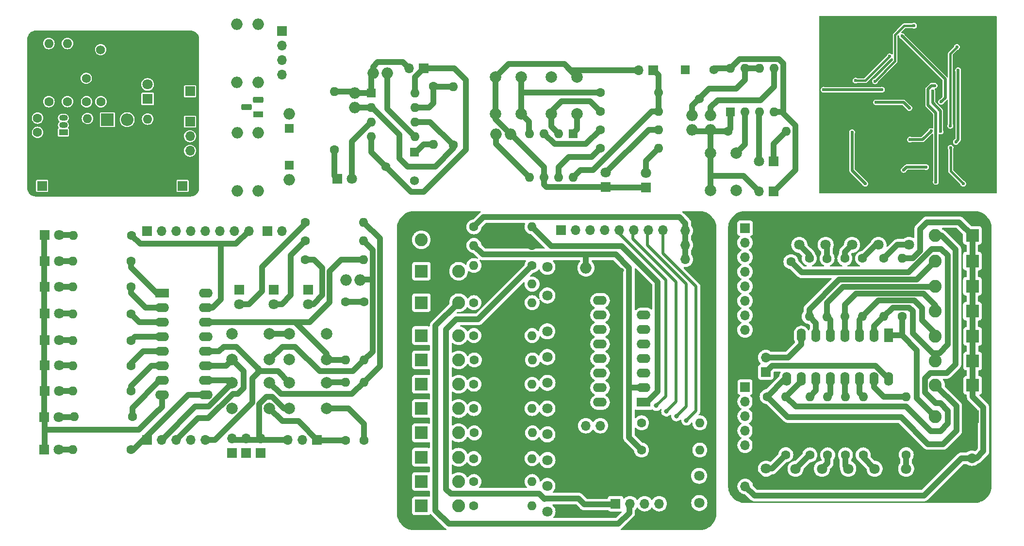
<source format=gbr>
%TF.GenerationSoftware,KiCad,Pcbnew,8.0.3*%
%TF.CreationDate,2024-10-06T13:21:57+03:00*%
%TF.ProjectId,JLC9,4a4c4339-2e6b-4696-9361-645f70636258,rev?*%
%TF.SameCoordinates,Original*%
%TF.FileFunction,Copper,L2,Bot*%
%TF.FilePolarity,Positive*%
%FSLAX46Y46*%
G04 Gerber Fmt 4.6, Leading zero omitted, Abs format (unit mm)*
G04 Created by KiCad (PCBNEW 8.0.3) date 2024-10-06 13:21:57*
%MOMM*%
%LPD*%
G01*
G04 APERTURE LIST*
G04 Aperture macros list*
%AMRoundRect*
0 Rectangle with rounded corners*
0 $1 Rounding radius*
0 $2 $3 $4 $5 $6 $7 $8 $9 X,Y pos of 4 corners*
0 Add a 4 corners polygon primitive as box body*
4,1,4,$2,$3,$4,$5,$6,$7,$8,$9,$2,$3,0*
0 Add four circle primitives for the rounded corners*
1,1,$1+$1,$2,$3*
1,1,$1+$1,$4,$5*
1,1,$1+$1,$6,$7*
1,1,$1+$1,$8,$9*
0 Add four rect primitives between the rounded corners*
20,1,$1+$1,$2,$3,$4,$5,0*
20,1,$1+$1,$4,$5,$6,$7,0*
20,1,$1+$1,$6,$7,$8,$9,0*
20,1,$1+$1,$8,$9,$2,$3,0*%
G04 Aperture macros list end*
%TA.AperFunction,ComponentPad*%
%ADD10R,1.800000X1.800000*%
%TD*%
%TA.AperFunction,ComponentPad*%
%ADD11C,1.800000*%
%TD*%
%TA.AperFunction,ComponentPad*%
%ADD12C,2.000000*%
%TD*%
%TA.AperFunction,ComponentPad*%
%ADD13O,2.000000X2.000000*%
%TD*%
%TA.AperFunction,ComponentPad*%
%ADD14R,1.600000X1.600000*%
%TD*%
%TA.AperFunction,ComponentPad*%
%ADD15O,1.600000X1.600000*%
%TD*%
%TA.AperFunction,ComponentPad*%
%ADD16C,1.600000*%
%TD*%
%TA.AperFunction,ComponentPad*%
%ADD17R,1.700000X1.700000*%
%TD*%
%TA.AperFunction,ComponentPad*%
%ADD18O,1.700000X1.700000*%
%TD*%
%TA.AperFunction,ComponentPad*%
%ADD19R,1.560000X1.560000*%
%TD*%
%TA.AperFunction,ComponentPad*%
%ADD20C,1.560000*%
%TD*%
%TA.AperFunction,ComponentPad*%
%ADD21O,2.400000X1.600000*%
%TD*%
%TA.AperFunction,ComponentPad*%
%ADD22R,2.400000X1.600000*%
%TD*%
%TA.AperFunction,ComponentPad*%
%ADD23C,2.250000*%
%TD*%
%TA.AperFunction,ComponentPad*%
%ADD24R,2.250000X2.250000*%
%TD*%
%TA.AperFunction,ComponentPad*%
%ADD25R,2.200000X2.200000*%
%TD*%
%TA.AperFunction,ComponentPad*%
%ADD26O,2.200000X2.200000*%
%TD*%
%TA.AperFunction,ComponentPad*%
%ADD27R,1.500000X1.050000*%
%TD*%
%TA.AperFunction,ComponentPad*%
%ADD28O,1.500000X1.050000*%
%TD*%
%TA.AperFunction,ComponentPad*%
%ADD29R,1.800000X1.100000*%
%TD*%
%TA.AperFunction,ComponentPad*%
%ADD30RoundRect,0.275000X0.625000X-0.275000X0.625000X0.275000X-0.625000X0.275000X-0.625000X-0.275000X0*%
%TD*%
%TA.AperFunction,ComponentPad*%
%ADD31R,1.600000X2.400000*%
%TD*%
%TA.AperFunction,ComponentPad*%
%ADD32O,1.600000X2.400000*%
%TD*%
%TA.AperFunction,ViaPad*%
%ADD33C,0.600000*%
%TD*%
%TA.AperFunction,ViaPad*%
%ADD34C,0.800000*%
%TD*%
%TA.AperFunction,Conductor*%
%ADD35C,1.000000*%
%TD*%
%TA.AperFunction,Conductor*%
%ADD36C,0.400000*%
%TD*%
%TA.AperFunction,Conductor*%
%ADD37C,0.500000*%
%TD*%
G04 APERTURE END LIST*
D10*
%TO.P,D5,1,K*%
%TO.N,N/C*%
X187344218Y-87988282D03*
D11*
%TO.P,D5,2,A*%
X184804218Y-87988282D03*
%TD*%
D12*
%TO.P,SW1,2,2*%
%TO.N,N/C*%
X138800000Y-79690000D03*
X138800000Y-73190000D03*
%TO.P,SW1,1,1*%
X143300000Y-79690000D03*
X143300000Y-73190000D03*
%TD*%
D13*
%TO.P,C33,1*%
%TO.N,N/C*%
X176304218Y-79935782D03*
%TO.P,C33,2*%
X176304218Y-82435782D03*
%TD*%
D14*
%TO.P,U2,1,GND*%
%TO.N,N/C*%
X179754218Y-79288282D03*
D15*
%TO.P,U2,2,TR*%
X182294218Y-79288282D03*
%TO.P,U2,3,Q*%
X184834218Y-79288282D03*
%TO.P,U2,4,R*%
X187374218Y-79288282D03*
%TO.P,U2,5,CV*%
X187374218Y-71668282D03*
%TO.P,U2,6,THR*%
X184834218Y-71668282D03*
%TO.P,U2,7,DIS*%
X182294218Y-71668282D03*
%TO.P,U2,8,VCC*%
X179754218Y-71668282D03*
%TD*%
D12*
%TO.P,SW3,1,1*%
%TO.N,N/C*%
X176314218Y-92985782D03*
X176314218Y-86485782D03*
%TO.P,SW3,2,2*%
X180814218Y-92985782D03*
X180814218Y-86485782D03*
%TD*%
D16*
%TO.P,R25,1*%
%TO.N,N/C*%
X131450000Y-85105000D03*
D15*
%TO.P,R25,2*%
X131450000Y-74945000D03*
%TD*%
D16*
%TO.P,R20,1*%
%TO.N,N/C*%
X110700000Y-85935000D03*
D15*
%TO.P,R20,2*%
X110700000Y-75775000D03*
%TD*%
D12*
%TO.P,SW2,2,2*%
%TO.N,N/C*%
X153050000Y-73190000D03*
X153050000Y-79690000D03*
%TO.P,SW2,1,1*%
X148550000Y-73190000D03*
X148550000Y-79690000D03*
%TD*%
D11*
%TO.P,D3,2,A*%
%TO.N,N/C*%
X165050000Y-89950000D03*
D10*
%TO.P,D3,1,K*%
X165050000Y-92490000D03*
%TD*%
D15*
%TO.P,R19,2*%
%TO.N,N/C*%
X167210000Y-75940000D03*
D16*
%TO.P,R19,1*%
X157050000Y-75940000D03*
%TD*%
%TO.P,R24,1*%
%TO.N,N/C*%
X127950000Y-74865000D03*
D15*
%TO.P,R24,2*%
X127950000Y-85025000D03*
%TD*%
D17*
%TO.P,REF\u002A\u002A,1*%
%TO.N,N/C*%
X187279218Y-93185782D03*
D18*
%TO.P,REF\u002A\u002A,2*%
X184739218Y-93185782D03*
%TD*%
D15*
%TO.P,R18,2*%
%TO.N,N/C*%
X167210000Y-85690000D03*
D16*
%TO.P,R18,1*%
X157050000Y-85690000D03*
%TD*%
D11*
%TO.P,D6,2,A*%
%TO.N,N/C*%
X158050000Y-89925000D03*
D10*
%TO.P,D6,1,K*%
X158050000Y-92465000D03*
%TD*%
D18*
%TO.P,REF\u002A\u002A,2*%
%TO.N,N/C*%
X163790000Y-72000000D03*
D17*
%TO.P,REF\u002A\u002A,1*%
X166330000Y-72000000D03*
%TD*%
D15*
%TO.P,R21,2*%
%TO.N,N/C*%
X167210000Y-79190000D03*
D16*
%TO.P,R21,1*%
X157050000Y-79190000D03*
%TD*%
D14*
%TO.P,U3,1,GND*%
%TO.N,N/C*%
X117150000Y-75975000D03*
D15*
%TO.P,U3,2,TR*%
X117150000Y-78515000D03*
%TO.P,U3,3,Q*%
X117150000Y-81055000D03*
%TO.P,U3,4,R*%
X117150000Y-83595000D03*
%TO.P,U3,5,CV*%
X124770000Y-83595000D03*
%TO.P,U3,6,THR*%
X124770000Y-81055000D03*
%TO.P,U3,7,DIS*%
X124770000Y-78515000D03*
%TO.P,U3,8,VCC*%
X124770000Y-75975000D03*
%TD*%
D19*
%TO.P,RV2,1,1*%
%TO.N,N/C*%
X124690000Y-86350000D03*
D20*
%TO.P,RV2,2,2*%
X119690000Y-88850000D03*
%TO.P,RV2,3,3*%
X124690000Y-91350000D03*
%TD*%
D13*
%TO.P,C31,1*%
%TO.N,N/C*%
X173054218Y-79935782D03*
%TO.P,C31,2*%
X173054218Y-82435782D03*
%TD*%
D15*
%TO.P,R22,2*%
%TO.N,N/C*%
X167210000Y-82440000D03*
D16*
%TO.P,R22,1*%
X157050000Y-82440000D03*
%TD*%
D15*
%TO.P,U1,8,VCC*%
%TO.N,N/C*%
X152330000Y-90720000D03*
%TO.P,U1,7,DIS*%
X149790000Y-90720000D03*
%TO.P,U1,6,THR*%
X147250000Y-90720000D03*
%TO.P,U1,5,CV*%
X144710000Y-90720000D03*
%TO.P,U1,4,R*%
X144710000Y-83100000D03*
%TO.P,U1,3,Q*%
X147250000Y-83100000D03*
%TO.P,U1,2,TR*%
X149790000Y-83100000D03*
D14*
%TO.P,U1,1,GND*%
X152330000Y-83100000D03*
%TD*%
D13*
%TO.P,C1,1*%
%TO.N,N/C*%
X119950000Y-72525000D03*
%TO.P,C1,2*%
X117450000Y-72525000D03*
%TD*%
D17*
%TO.P,REF\u002A\u002A,1*%
%TO.N,N/C*%
X126250000Y-71700000D03*
D18*
%TO.P,REF\u002A\u002A,2*%
X123710000Y-71700000D03*
%TD*%
D13*
%TO.P,C3,2*%
%TO.N,N/C*%
X141380000Y-83200000D03*
%TO.P,C3,1*%
X138880000Y-83200000D03*
%TD*%
%TO.P,C5,1*%
%TO.N,N/C*%
X114200000Y-78525000D03*
%TO.P,C5,2*%
X114200000Y-76025000D03*
%TD*%
D19*
%TO.P,RV1,1,1*%
%TO.N,N/C*%
X171864218Y-71985782D03*
D20*
%TO.P,RV1,2,2*%
X174364218Y-76985782D03*
%TO.P,RV1,3,3*%
X176864218Y-71985782D03*
%TD*%
D16*
%TO.P,R23,1*%
%TO.N,N/C*%
X179304218Y-82738282D03*
D15*
%TO.P,R23,2*%
X189464218Y-82738282D03*
%TD*%
D10*
%TO.P,D4,1,K*%
%TO.N,N/C*%
X111200000Y-91025000D03*
D11*
%TO.P,D4,2,A*%
X113740000Y-91025000D03*
%TD*%
D16*
%TO.P,R145,1*%
%TO.N,N/C*%
X210440000Y-139215000D03*
D15*
%TO.P,R145,2*%
X210440000Y-129055000D03*
%TD*%
D21*
%TO.P,U6,16,VCC*%
%TO.N,N/C*%
X88220000Y-110975000D03*
%TO.P,U6,15,QA*%
X88220000Y-113515000D03*
%TO.P,U6,14,SER*%
X88220000Y-116055000D03*
%TO.P,U6,13,~{OE}*%
X88220000Y-118595000D03*
%TO.P,U6,12,RCLK*%
X88220000Y-121135000D03*
%TO.P,U6,11,SRCLK*%
X88220000Y-123675000D03*
%TO.P,U6,10,~{SRCLR}*%
X88220000Y-126215000D03*
%TO.P,U6,9,QH'*%
X88220000Y-128755000D03*
%TO.P,U6,8,GND*%
X80600000Y-128755000D03*
%TO.P,U6,7,QH*%
X80600000Y-126215000D03*
%TO.P,U6,6,QG*%
X80600000Y-123675000D03*
%TO.P,U6,5,QF*%
X80600000Y-121135000D03*
%TO.P,U6,4,QE*%
X80600000Y-118595000D03*
%TO.P,U6,3,QD*%
X80600000Y-116055000D03*
%TO.P,U6,2,QC*%
X80600000Y-113515000D03*
D22*
%TO.P,U6,1,QB*%
X80600000Y-110975000D03*
%TD*%
D18*
%TO.P,REF\u002A\u002A,2*%
%TO.N,N/C*%
X95275000Y-136410000D03*
D17*
%TO.P,REF\u002A\u002A,1*%
X95275000Y-138950000D03*
%TD*%
D11*
%TO.P,D35,2,A*%
%TO.N,N/C*%
X147810000Y-117650371D03*
D10*
%TO.P,D35,1,K*%
X150350000Y-117650371D03*
%TD*%
D15*
%TO.P,R32,2*%
%TO.N,N/C*%
X145180000Y-148150371D03*
D16*
%TO.P,R32,1*%
X135020000Y-148150371D03*
%TD*%
D15*
%TO.P,R23,2*%
%TO.N,N/C*%
X115760000Y-98600000D03*
D16*
%TO.P,R23,1*%
X105600000Y-98600000D03*
%TD*%
D11*
%TO.P,D31,2,A*%
%TO.N,N/C*%
X100100000Y-112905000D03*
D10*
%TO.P,D31,1,K*%
X100100000Y-110365000D03*
%TD*%
D23*
%TO.P,SW19,2,2*%
%TO.N,N/C*%
X132350000Y-139650371D03*
D24*
%TO.P,SW19,1,1*%
X125850000Y-139650371D03*
%TD*%
D15*
%TO.P,R29,2*%
%TO.N,N/C*%
X145260000Y-135400371D03*
D16*
%TO.P,R29,1*%
X135100000Y-135400371D03*
%TD*%
D23*
%TO.P,SW18,2,2*%
%TO.N,N/C*%
X132350000Y-135400371D03*
D24*
%TO.P,SW18,1,1*%
X125850000Y-135400371D03*
%TD*%
%TO.P,SW61,1,1*%
%TO.N,N/C*%
X221990000Y-114135000D03*
D23*
%TO.P,SW61,2,2*%
X215490000Y-114135000D03*
%TD*%
D10*
%TO.P,D100,1,K*%
%TO.N,N/C*%
X185990000Y-144185000D03*
D11*
%TO.P,D100,2,A*%
X185990000Y-141645000D03*
%TD*%
D17*
%TO.P,SW68,1*%
%TO.N,N/C*%
X185940000Y-124760000D03*
D18*
%TO.P,SW68,2*%
X185940000Y-122220000D03*
%TO.P,SW68,3*%
X185940000Y-119680000D03*
%TD*%
%TO.P,REF\u002A\u002A,2*%
%TO.N,N/C*%
X171910000Y-100075371D03*
D17*
%TO.P,REF\u002A\u002A,1*%
X174450000Y-100075371D03*
%TD*%
D24*
%TO.P,SW63,1,1*%
%TO.N,N/C*%
X221990000Y-105385000D03*
D23*
%TO.P,SW63,2,2*%
X215490000Y-105385000D03*
%TD*%
%TO.P,SW11,2,2*%
%TO.N,N/C*%
X132350000Y-107150371D03*
D24*
%TO.P,SW11,1,1*%
X125850000Y-107150371D03*
%TD*%
D15*
%TO.P,R21,2*%
%TO.N,N/C*%
X115850000Y-122680000D03*
D16*
%TO.P,R21,1*%
X115850000Y-112520000D03*
%TD*%
D10*
%TO.P,D92,1,K*%
%TO.N,N/C*%
X191140000Y-144225000D03*
D11*
%TO.P,D92,2,A*%
X191140000Y-141685000D03*
%TD*%
%TO.P,D22,2,A*%
%TO.N,N/C*%
X62670000Y-100850000D03*
D10*
%TO.P,D22,1,K*%
X60130000Y-100850000D03*
%TD*%
D11*
%TO.P,D30,2,A*%
%TO.N,N/C*%
X62600000Y-138350000D03*
D10*
%TO.P,D30,1,K*%
X60060000Y-138350000D03*
%TD*%
D24*
%TO.P,SW66,1,1*%
%TO.N,N/C*%
X221990000Y-100885000D03*
D23*
%TO.P,SW66,2,2*%
X215490000Y-100885000D03*
%TD*%
D10*
%TO.P,D95,1,K*%
%TO.N,N/C*%
X196390000Y-99995000D03*
D11*
%TO.P,D95,2,A*%
X196390000Y-102535000D03*
%TD*%
D15*
%TO.P,R13,2*%
%TO.N,N/C*%
X65060000Y-128100000D03*
D16*
%TO.P,R13,1*%
X75220000Y-128100000D03*
%TD*%
D11*
%TO.P,D24,2,A*%
%TO.N,N/C*%
X62655000Y-109900000D03*
D10*
%TO.P,D24,1,K*%
X60115000Y-109900000D03*
%TD*%
D15*
%TO.P,R26,2*%
%TO.N,N/C*%
X145260000Y-122650371D03*
D16*
%TO.P,R26,1*%
X135100000Y-122650371D03*
%TD*%
D18*
%TO.P,REF\u002A\u002A,2*%
%TO.N,N/C*%
X92775000Y-136410000D03*
D17*
%TO.P,REF\u002A\u002A,1*%
X92775000Y-138950000D03*
%TD*%
D15*
%TO.P,R38,2*%
%TO.N,N/C*%
X135020000Y-106150371D03*
D16*
%TO.P,R38,1*%
X145180000Y-106150371D03*
%TD*%
D18*
%TO.P,REF\u002A\u002A,5*%
%TO.N,N/C*%
X88145000Y-136600000D03*
%TO.P,REF\u002A\u002A,4*%
X85605000Y-136600000D03*
%TO.P,REF\u002A\u002A,3*%
X83065000Y-136600000D03*
%TO.P,REF\u002A\u002A,2*%
X80525000Y-136600000D03*
D17*
%TO.P,REF\u002A\u002A,1*%
X77985000Y-136600000D03*
%TD*%
D11*
%TO.P,D44,2,A*%
%TO.N,N/C*%
X174310000Y-142900371D03*
D10*
%TO.P,D44,1,K*%
X171770000Y-142900371D03*
%TD*%
D15*
%TO.P,R15,2*%
%TO.N,N/C*%
X65270000Y-132600000D03*
D16*
%TO.P,R15,1*%
X75430000Y-132600000D03*
%TD*%
D23*
%TO.P,SW15,2,2*%
%TO.N,N/C*%
X132350000Y-122650371D03*
D24*
%TO.P,SW15,1,1*%
X125850000Y-122650371D03*
%TD*%
D11*
%TO.P,D26,2,A*%
%TO.N,N/C*%
X62655000Y-119150000D03*
D10*
%TO.P,D26,1,K*%
X60115000Y-119150000D03*
%TD*%
D23*
%TO.P,SW17,2,2*%
%TO.N,N/C*%
X132350000Y-131150371D03*
D24*
%TO.P,SW17,1,1*%
X125850000Y-131150371D03*
%TD*%
D11*
%TO.P,D28,2,A*%
%TO.N,N/C*%
X62640000Y-128100000D03*
D10*
%TO.P,D28,1,K*%
X60100000Y-128100000D03*
%TD*%
%TO.P,D97,1,K*%
%TO.N,N/C*%
X210440000Y-144210000D03*
D11*
%TO.P,D97,2,A*%
X210440000Y-141670000D03*
%TD*%
D15*
%TO.P,R22,2*%
%TO.N,N/C*%
X112600000Y-122680000D03*
D16*
%TO.P,R22,1*%
X112600000Y-112520000D03*
%TD*%
D11*
%TO.P,D33,2,A*%
%TO.N,N/C*%
X94100000Y-112905000D03*
D10*
%TO.P,D33,1,K*%
X94100000Y-110365000D03*
%TD*%
D11*
%TO.P,D34,2,A*%
%TO.N,N/C*%
X147835000Y-111400371D03*
D10*
%TO.P,D34,1,K*%
X150375000Y-111400371D03*
%TD*%
D13*
%TO.P,REF\u002A\u002A,2*%
%TO.N,N/C*%
X154575000Y-106575371D03*
%TO.P,REF\u002A\u002A,1*%
X154575000Y-109075371D03*
%TD*%
D25*
%TO.P,D1,1,K*%
%TO.N,N/C*%
X71100000Y-80655000D03*
D26*
%TO.P,D1,2,A*%
X71100000Y-90815000D03*
%TD*%
D25*
%TO.P,D2,1,K*%
%TO.N,N/C*%
X74530000Y-90825000D03*
D26*
%TO.P,D2,2,A*%
X74530000Y-80665000D03*
%TD*%
D17*
%TO.P,J3,1,Pin_1*%
%TO.N,N/C*%
X85500000Y-75710000D03*
D18*
%TO.P,J3,2,Pin_2*%
X85500000Y-73170000D03*
%TD*%
D16*
%TO.P,R2,1*%
%TO.N,N/C*%
X64110000Y-77515000D03*
D15*
%TO.P,R2,2*%
X64110000Y-67355000D03*
%TD*%
D17*
%TO.P,SW1,1,C*%
%TO.N,N/C*%
X85500000Y-81010000D03*
D18*
%TO.P,SW1,2,B*%
X85500000Y-83550000D03*
%TO.P,SW1,3,A*%
X85500000Y-86090000D03*
%TD*%
D17*
%TO.P,J2,1,Pin_1*%
%TO.N,N/C*%
X84200000Y-92235000D03*
D18*
%TO.P,J2,2,Pin_2*%
X81660000Y-92235000D03*
%TD*%
D10*
%TO.P,D3,1,K*%
%TO.N,N/C*%
X78100000Y-77035000D03*
D11*
%TO.P,D3,2,A*%
X78100000Y-74495000D03*
%TD*%
D17*
%TO.P,J1,1,Pin_1*%
%TO.N,N/C*%
X59700000Y-92235000D03*
D18*
%TO.P,J1,2,Pin_2*%
X62240000Y-92235000D03*
%TD*%
D16*
%TO.P,R1,1*%
%TO.N,N/C*%
X60870000Y-77515000D03*
D15*
%TO.P,R1,2*%
X60870000Y-67355000D03*
%TD*%
D16*
%TO.P,R4,1*%
%TO.N,N/C*%
X78100000Y-90715000D03*
D15*
%TO.P,R4,2*%
X78100000Y-80555000D03*
%TD*%
D19*
%TO.P,RV1,1,1*%
%TO.N,N/C*%
X72400000Y-73435000D03*
D20*
%TO.P,RV1,2,2*%
X69900000Y-68435000D03*
%TO.P,RV1,3,3*%
X67400000Y-73435000D03*
%TD*%
D27*
%TO.P,Q1,1,E*%
%TO.N,N/C*%
X63400000Y-82905000D03*
D28*
%TO.P,Q1,2,B*%
X63400000Y-81635000D03*
%TO.P,Q1,3,C*%
X63400000Y-80365000D03*
%TD*%
D16*
%TO.P,R3,1*%
%TO.N,N/C*%
X67600000Y-90615000D03*
D15*
%TO.P,R3,2*%
X67600000Y-80455000D03*
%TD*%
D16*
%TO.P,C1,1*%
%TO.N,N/C*%
X58900000Y-82885000D03*
%TO.P,C1,2*%
X58900000Y-80385000D03*
%TD*%
D13*
%TO.P,R190,1*%
%TO.N,N/C*%
X97350000Y-74170000D03*
%TO.P,R190,2*%
X97350000Y-64010000D03*
%TD*%
%TO.P,R191,1*%
%TO.N,N/C*%
X97400000Y-93080000D03*
%TO.P,R191,2*%
X97400000Y-82920000D03*
%TD*%
%TO.P,R221,1*%
%TO.N,N/C*%
X93700000Y-74170000D03*
%TO.P,R221,2*%
X93700000Y-64010000D03*
%TD*%
D17*
%TO.P,REF\u002A\u002A,1*%
%TO.N,N/C*%
X101550000Y-65200000D03*
D18*
%TO.P,REF\u002A\u002A,2*%
X101550000Y-67740000D03*
%TO.P,REF\u002A\u002A,3*%
X101550000Y-70280000D03*
%TO.P,REF\u002A\u002A,4*%
X101550000Y-72820000D03*
%TD*%
D14*
%TO.P,C29,1*%
%TO.N,N/C*%
X102850000Y-82150000D03*
D13*
%TO.P,C29,2*%
X102850000Y-79650000D03*
%TD*%
D14*
%TO.P,C23,1*%
%TO.N,N/C*%
X102850000Y-88667621D03*
D13*
%TO.P,C23,2*%
X102850000Y-91167621D03*
%TD*%
D16*
%TO.P,C2,1*%
%TO.N,N/C*%
X67450000Y-77535000D03*
%TO.P,C2,2*%
X69950000Y-77535000D03*
%TD*%
D13*
%TO.P,R222,1*%
%TO.N,N/C*%
X93750000Y-93080000D03*
%TO.P,R222,2*%
X93750000Y-82920000D03*
%TD*%
D29*
%TO.P,Q180,1,E*%
%TO.N,N/C*%
X97400000Y-79720000D03*
D30*
%TO.P,Q180,2,B*%
X95330000Y-78450000D03*
%TO.P,Q180,3,C*%
X97400000Y-77180000D03*
%TD*%
D15*
%TO.P,R30,2*%
%TO.N,N/C*%
X145180000Y-139900371D03*
D16*
%TO.P,R30,1*%
X135020000Y-139900371D03*
%TD*%
D15*
%TO.P,R11,2*%
%TO.N,N/C*%
X65075000Y-119250000D03*
D16*
%TO.P,R11,1*%
X75235000Y-119250000D03*
%TD*%
D11*
%TO.P,D38,2,A*%
%TO.N,N/C*%
X147835000Y-131150371D03*
D10*
%TO.P,D38,1,K*%
X150375000Y-131150371D03*
%TD*%
D23*
%TO.P,SW12,2,2*%
%TO.N,N/C*%
X125850000Y-101650371D03*
D24*
%TO.P,SW12,1,1*%
X132350000Y-101650371D03*
%TD*%
D18*
%TO.P,J20,8*%
%TO.N,N/C*%
X167975000Y-99975371D03*
%TO.P,J20,7*%
X165435000Y-99975371D03*
%TO.P,J20,6*%
X162895000Y-99975371D03*
%TO.P,J20,5*%
X160355000Y-99975371D03*
%TO.P,J20,4*%
X157815000Y-99975371D03*
%TO.P,J20,3*%
X155275000Y-99975371D03*
%TO.P,J20,2,2*%
X152735000Y-99975371D03*
D17*
%TO.P,J20,1,1*%
X150195000Y-99975371D03*
%TD*%
D15*
%TO.P,R20,2*%
%TO.N,N/C*%
X115850000Y-126520000D03*
D16*
%TO.P,R20,1*%
X115850000Y-136680000D03*
%TD*%
D23*
%TO.P,SW14,2,2*%
%TO.N,N/C*%
X132350000Y-118400371D03*
D24*
%TO.P,SW14,1,1*%
X125850000Y-118400371D03*
%TD*%
D23*
%TO.P,SW21,2,2*%
%TO.N,N/C*%
X132350000Y-148150371D03*
D24*
%TO.P,SW21,1,1*%
X125850000Y-148150371D03*
%TD*%
D11*
%TO.P,D32,2,A*%
%TO.N,N/C*%
X106100000Y-112890000D03*
D10*
%TO.P,D32,1,K*%
X106100000Y-110350000D03*
%TD*%
D24*
%TO.P,SW65,1,1*%
%TO.N,N/C*%
X222040000Y-122835000D03*
D23*
%TO.P,SW65,2,2*%
X215540000Y-122835000D03*
%TD*%
D18*
%TO.P,REF\u002A\u002A,2*%
%TO.N,N/C*%
X101540000Y-100175000D03*
D17*
%TO.P,REF\u002A\u002A,1*%
X99000000Y-100175000D03*
%TD*%
D15*
%TO.P,R8,2*%
%TO.N,N/C*%
X65075000Y-105350000D03*
D16*
%TO.P,R8,1*%
X75235000Y-105350000D03*
%TD*%
D15*
%TO.P,R9,2*%
%TO.N,N/C*%
X65075000Y-109850000D03*
D16*
%TO.P,R9,1*%
X75235000Y-109850000D03*
%TD*%
D11*
%TO.P,D39,2,A*%
%TO.N,N/C*%
X147835000Y-135650371D03*
D10*
%TO.P,D39,1,K*%
X150375000Y-135650371D03*
%TD*%
%TO.P,D91,1,K*%
%TO.N,N/C*%
X195740000Y-144210000D03*
D11*
%TO.P,D91,2,A*%
X195740000Y-141670000D03*
%TD*%
D12*
%TO.P,SW6,2,2*%
%TO.N,N/C*%
X102850000Y-126600000D03*
X109350000Y-126600000D03*
%TO.P,SW6,1,1*%
X102850000Y-131100000D03*
X109350000Y-131100000D03*
%TD*%
D11*
%TO.P,D29,2,A*%
%TO.N,N/C*%
X62600000Y-132650000D03*
D10*
%TO.P,D29,1,K*%
X60060000Y-132650000D03*
%TD*%
D18*
%TO.P,REF\u002A\u002A,2*%
%TO.N,N/C*%
X97775000Y-136410000D03*
D17*
%TO.P,REF\u002A\u002A,1*%
X97775000Y-138950000D03*
%TD*%
D15*
%TO.P,R24,2*%
%TO.N,N/C*%
X145180000Y-112650371D03*
D16*
%TO.P,R24,1*%
X135020000Y-112650371D03*
%TD*%
D15*
%TO.P,R25,2*%
%TO.N,N/C*%
X145180000Y-118400371D03*
D16*
%TO.P,R25,1*%
X135020000Y-118400371D03*
%TD*%
D15*
%TO.P,R6,2*%
%TO.N,N/C*%
X65170000Y-100900000D03*
D16*
%TO.P,R6,1*%
X75330000Y-100900000D03*
%TD*%
D12*
%TO.P,SW7,2,2*%
%TO.N,N/C*%
X99350000Y-122600000D03*
X92850000Y-122600000D03*
%TO.P,SW7,1,1*%
X99350000Y-118100000D03*
X92850000Y-118100000D03*
%TD*%
D16*
%TO.P,R146,1*%
%TO.N,N/C*%
X206540000Y-104905000D03*
D15*
%TO.P,R146,2*%
X206540000Y-115065000D03*
%TD*%
D10*
%TO.P,D94,1,K*%
%TO.N,N/C*%
X200990000Y-99995000D03*
D11*
%TO.P,D94,2,A*%
X200990000Y-102535000D03*
%TD*%
D18*
%TO.P,SW9,3,C*%
%TO.N,N/C*%
X154545000Y-134150371D03*
%TO.P,SW9,2,B*%
X157085000Y-134150371D03*
D17*
%TO.P,SW9,1,A*%
X159625000Y-134150371D03*
%TD*%
D16*
%TO.P,R143,1*%
%TO.N,N/C*%
X193540000Y-104905000D03*
D15*
%TO.P,R143,2*%
X193540000Y-115065000D03*
%TD*%
D16*
%TO.P,C35,1*%
%TO.N,N/C*%
X190340000Y-105485000D03*
%TO.P,C35,2*%
X187840000Y-105485000D03*
%TD*%
D15*
%TO.P,R34,2*%
%TO.N,N/C*%
X174430000Y-138400371D03*
D16*
%TO.P,R34,1*%
X164270000Y-138400371D03*
%TD*%
D24*
%TO.P,SW60,1,1*%
%TO.N,N/C*%
X222040000Y-118535000D03*
D23*
%TO.P,SW60,2,2*%
X215540000Y-118535000D03*
%TD*%
D18*
%TO.P,J20,8*%
%TO.N,N/C*%
X95765000Y-100100000D03*
%TO.P,J20,7*%
X93225000Y-100100000D03*
%TO.P,J20,6*%
X90685000Y-100100000D03*
%TO.P,J20,5*%
X88145000Y-100100000D03*
%TO.P,J20,4*%
X85605000Y-100100000D03*
%TO.P,J20,3*%
X83065000Y-100100000D03*
%TO.P,J20,2,2*%
X80525000Y-100100000D03*
D17*
%TO.P,J20,1,1*%
X77985000Y-100100000D03*
%TD*%
D16*
%TO.P,R141,1*%
%TO.N,N/C*%
X199740000Y-104905000D03*
D15*
%TO.P,R141,2*%
X199740000Y-115065000D03*
%TD*%
%TO.P,R10,2*%
%TO.N,N/C*%
X65075000Y-114650000D03*
D16*
%TO.P,R10,1*%
X75235000Y-114650000D03*
%TD*%
%TO.P,R147,1*%
%TO.N,N/C*%
X186190000Y-129055000D03*
D15*
%TO.P,R147,2*%
X186190000Y-139215000D03*
%TD*%
D11*
%TO.P,D42,2,A*%
%TO.N,N/C*%
X147850000Y-149150371D03*
D10*
%TO.P,D42,1,K*%
X150390000Y-149150371D03*
%TD*%
D15*
%TO.P,R28,2*%
%TO.N,N/C*%
X145180000Y-131150371D03*
D16*
%TO.P,R28,1*%
X135020000Y-131150371D03*
%TD*%
D18*
%TO.P,REF\u002A\u002A,4*%
%TO.N,N/C*%
X167345000Y-147775371D03*
%TO.P,REF\u002A\u002A,3*%
X164805000Y-147775371D03*
%TO.P,REF\u002A\u002A,2*%
X162265000Y-147775371D03*
D17*
%TO.P,REF\u002A\u002A,1*%
X159725000Y-147775371D03*
%TD*%
D10*
%TO.P,D96,1,K*%
%TO.N,N/C*%
X191790000Y-99995000D03*
D11*
%TO.P,D96,2,A*%
X191790000Y-102535000D03*
%TD*%
D16*
%TO.P,R140,1*%
%TO.N,N/C*%
X202840000Y-104905000D03*
D15*
%TO.P,R140,2*%
X202840000Y-115065000D03*
%TD*%
D16*
%TO.P,R139,1*%
%TO.N,N/C*%
X193640000Y-139245000D03*
D15*
%TO.P,R139,2*%
X193640000Y-129085000D03*
%TD*%
D16*
%TO.P,R138,1*%
%TO.N,N/C*%
X196740000Y-139245000D03*
D15*
%TO.P,R138,2*%
X196740000Y-129085000D03*
%TD*%
D11*
%TO.P,D6,2,A*%
%TO.N,N/C*%
X147835000Y-106400371D03*
D10*
%TO.P,D6,1,K*%
X150375000Y-106400371D03*
%TD*%
D24*
%TO.P,SW64,1,1*%
%TO.N,N/C*%
X221990000Y-132585000D03*
D23*
%TO.P,SW64,2,2*%
X215490000Y-132585000D03*
%TD*%
%TO.P,SW10,2,2*%
%TO.N,N/C*%
X132350000Y-112650371D03*
D24*
%TO.P,SW10,1,1*%
X125850000Y-112650371D03*
%TD*%
D23*
%TO.P,SW16,2,2*%
%TO.N,N/C*%
X132350000Y-126900371D03*
D24*
%TO.P,SW16,1,1*%
X125850000Y-126900371D03*
%TD*%
D16*
%TO.P,R149,1*%
%TO.N,N/C*%
X189440000Y-139215000D03*
D15*
%TO.P,R149,2*%
X189440000Y-129055000D03*
%TD*%
%TO.P,R36,2*%
%TO.N,N/C*%
X135020000Y-102650371D03*
D16*
%TO.P,R36,1*%
X145180000Y-102650371D03*
%TD*%
D15*
%TO.P,R12,2*%
%TO.N,N/C*%
X65060000Y-123650000D03*
D16*
%TO.P,R12,1*%
X75220000Y-123650000D03*
%TD*%
D15*
%TO.P,R17,2*%
%TO.N,N/C*%
X115760000Y-101850000D03*
D16*
%TO.P,R17,1*%
X105600000Y-101850000D03*
%TD*%
D11*
%TO.P,D40,2,A*%
%TO.N,N/C*%
X147850000Y-140150371D03*
D10*
%TO.P,D40,1,K*%
X150390000Y-140150371D03*
%TD*%
D16*
%TO.P,R137,1*%
%TO.N,N/C*%
X199840000Y-139245000D03*
D15*
%TO.P,R137,2*%
X199840000Y-129085000D03*
%TD*%
D10*
%TO.P,D93,1,K*%
%TO.N,N/C*%
X205590000Y-99995000D03*
D11*
%TO.P,D93,2,A*%
X205590000Y-102535000D03*
%TD*%
%TO.P,D41,2,A*%
%TO.N,N/C*%
X147835000Y-144650371D03*
D10*
%TO.P,D41,1,K*%
X150375000Y-144650371D03*
%TD*%
D11*
%TO.P,D43,2,A*%
%TO.N,N/C*%
X174350000Y-147650371D03*
D10*
%TO.P,D43,1,K*%
X171810000Y-147650371D03*
%TD*%
D15*
%TO.P,R31,2*%
%TO.N,N/C*%
X145180000Y-143900371D03*
D16*
%TO.P,R31,1*%
X135020000Y-143900371D03*
%TD*%
D15*
%TO.P,R33,2*%
%TO.N,N/C*%
X174430000Y-133650371D03*
D16*
%TO.P,R33,1*%
X164270000Y-133650371D03*
%TD*%
D11*
%TO.P,D25,2,A*%
%TO.N,N/C*%
X62655000Y-114500000D03*
D10*
%TO.P,D25,1,K*%
X60115000Y-114500000D03*
%TD*%
D18*
%TO.P,SW4,3,C*%
%TO.N,N/C*%
X102560000Y-136600000D03*
%TO.P,SW4,2,B*%
X105100000Y-136600000D03*
D17*
%TO.P,SW4,1,A*%
X107640000Y-136600000D03*
%TD*%
D15*
%TO.P,R37,2*%
%TO.N,N/C*%
X145180000Y-99400371D03*
D16*
%TO.P,R37,1*%
X135020000Y-99400371D03*
%TD*%
D15*
%TO.P,R18,2*%
%TO.N,N/C*%
X115760000Y-105100000D03*
D16*
%TO.P,R18,1*%
X105600000Y-105100000D03*
%TD*%
D31*
%TO.P,U20,1,~{MR}*%
%TO.N,N/C*%
X207390000Y-118385000D03*
D32*
%TO.P,U20,2,CP*%
X204850000Y-118385000D03*
%TO.P,U20,3,D0*%
X202310000Y-118385000D03*
%TO.P,U20,4,D1*%
X199770000Y-118385000D03*
%TO.P,U20,5,D2*%
X197230000Y-118385000D03*
%TO.P,U20,6,D3*%
X194690000Y-118385000D03*
%TO.P,U20,7,CEP*%
X192150000Y-118385000D03*
%TO.P,U20,8,GND*%
X189610000Y-118385000D03*
%TO.P,U20,9,~{PE}*%
X189610000Y-126005000D03*
%TO.P,U20,10,CET*%
X192150000Y-126005000D03*
%TO.P,U20,11,Q3*%
X194690000Y-126005000D03*
%TO.P,U20,12,Q2*%
X197230000Y-126005000D03*
%TO.P,U20,13,Q1*%
X199770000Y-126005000D03*
%TO.P,U20,14,Q0*%
X202310000Y-126005000D03*
%TO.P,U20,15,TC*%
X204850000Y-126005000D03*
%TO.P,U20,16,VCC*%
X207390000Y-126005000D03*
%TD*%
D24*
%TO.P,SW62,1,1*%
%TO.N,N/C*%
X221990000Y-109785000D03*
D23*
%TO.P,SW62,2,2*%
X215490000Y-109785000D03*
%TD*%
D10*
%TO.P,D90,1,K*%
%TO.N,N/C*%
X200340000Y-144210000D03*
D11*
%TO.P,D90,2,A*%
X200340000Y-141670000D03*
%TD*%
D12*
%TO.P,SW5,2,2*%
%TO.N,N/C*%
X92850000Y-126600000D03*
X99350000Y-126600000D03*
%TO.P,SW5,1,1*%
X92850000Y-131100000D03*
X99350000Y-131100000D03*
%TD*%
D16*
%TO.P,R144,1*%
%TO.N,N/C*%
X209740000Y-115015000D03*
D15*
%TO.P,R144,2*%
X209740000Y-104855000D03*
%TD*%
%TO.P,R19,2*%
%TO.N,N/C*%
X112600000Y-126520000D03*
D16*
%TO.P,R19,1*%
X112600000Y-136680000D03*
%TD*%
D15*
%TO.P,R16,2*%
%TO.N,N/C*%
X65005000Y-138350000D03*
D16*
%TO.P,R16,1*%
X75165000Y-138350000D03*
%TD*%
D18*
%TO.P,REF\u002A\u002A,2*%
%TO.N,N/C*%
X171910000Y-102575371D03*
D17*
%TO.P,REF\u002A\u002A,1*%
X174450000Y-102575371D03*
%TD*%
D11*
%TO.P,D36,2,A*%
%TO.N,N/C*%
X147835000Y-122150371D03*
D10*
%TO.P,D36,1,K*%
X150375000Y-122150371D03*
%TD*%
D11*
%TO.P,D23,2,A*%
%TO.N,N/C*%
X62655000Y-105350000D03*
D10*
%TO.P,D23,1,K*%
X60115000Y-105350000D03*
%TD*%
D23*
%TO.P,SW20,2,2*%
%TO.N,N/C*%
X132350000Y-143900371D03*
D24*
%TO.P,SW20,1,1*%
X125850000Y-143900371D03*
%TD*%
D18*
%TO.P,REF\u002A\u002A,2*%
%TO.N,N/C*%
X171910000Y-105075371D03*
D17*
%TO.P,REF\u002A\u002A,1*%
X174450000Y-105075371D03*
%TD*%
D11*
%TO.P,D27,2,A*%
%TO.N,N/C*%
X62640000Y-123600000D03*
D10*
%TO.P,D27,1,K*%
X60100000Y-123600000D03*
%TD*%
D16*
%TO.P,R136,1*%
%TO.N,N/C*%
X202940000Y-139245000D03*
D15*
%TO.P,R136,2*%
X202940000Y-129085000D03*
%TD*%
D10*
%TO.P,D99,1,K*%
%TO.N,N/C*%
X210940000Y-99995000D03*
D11*
%TO.P,D99,2,A*%
X210940000Y-102535000D03*
%TD*%
%TO.P,D37,2,A*%
%TO.N,N/C*%
X147850000Y-126650371D03*
D10*
%TO.P,D37,1,K*%
X150390000Y-126650371D03*
%TD*%
D24*
%TO.P,SW67,1,1*%
%TO.N,N/C*%
X222040000Y-127085000D03*
D23*
%TO.P,SW67,2,2*%
X215540000Y-127085000D03*
%TD*%
D16*
%TO.P,R142,1*%
%TO.N,N/C*%
X196640000Y-104925000D03*
D15*
%TO.P,R142,2*%
X196640000Y-115085000D03*
%TD*%
D12*
%TO.P,SW8,2,2*%
%TO.N,N/C*%
X109350000Y-122600000D03*
X102850000Y-122600000D03*
%TO.P,SW8,1,1*%
X109350000Y-118100000D03*
X102850000Y-118100000D03*
%TD*%
D17*
%TO.P,REF\u002A\u002A,1*%
%TO.N,N/C*%
X182350000Y-127400000D03*
D18*
%TO.P,REF\u002A\u002A,2*%
X182350000Y-129940000D03*
%TO.P,REF\u002A\u002A,3*%
X182350000Y-132480000D03*
%TO.P,REF\u002A\u002A,4*%
X182350000Y-135020000D03*
%TO.P,REF\u002A\u002A,5*%
X182350000Y-137560000D03*
%TD*%
D15*
%TO.P,R35,2*%
%TO.N,N/C*%
X145180000Y-109400371D03*
D16*
%TO.P,R35,1*%
X135020000Y-109400371D03*
%TD*%
D17*
%TO.P,REF\u002A\u002A,1*%
%TO.N,N/C*%
X221900000Y-137285000D03*
D18*
%TO.P,REF\u002A\u002A,2*%
X221900000Y-139825000D03*
%TD*%
D13*
%TO.P,REF\u002A\u002A,2*%
%TO.N,N/C*%
X115175000Y-108675000D03*
%TO.P,REF\u002A\u002A,1*%
X112675000Y-108675000D03*
%TD*%
D17*
%TO.P,REF\u002A\u002A,1*%
%TO.N,N/C*%
X182350000Y-142205000D03*
D18*
%TO.P,REF\u002A\u002A,2*%
X182350000Y-144745000D03*
%TD*%
D15*
%TO.P,R27,2*%
%TO.N,N/C*%
X145180000Y-126900371D03*
D16*
%TO.P,R27,1*%
X135020000Y-126900371D03*
%TD*%
D21*
%TO.P,U7,16,VCC*%
%TO.N,N/C*%
X157030000Y-130050371D03*
%TO.P,U7,15,~{CE}*%
X157030000Y-127510371D03*
%TO.P,U7,14,D3*%
X157030000Y-124970371D03*
%TO.P,U7,13,D2*%
X157030000Y-122430371D03*
%TO.P,U7,12,D1*%
X157030000Y-119890371D03*
%TO.P,U7,11,D0*%
X157030000Y-117350371D03*
%TO.P,U7,10,DS*%
X157030000Y-114810371D03*
%TO.P,U7,9,Q7*%
X157030000Y-112270371D03*
%TO.P,U7,8,GND*%
X164650000Y-112270371D03*
%TO.P,U7,7,~{Q7}*%
X164650000Y-114810371D03*
%TO.P,U7,6,D7*%
X164650000Y-117350371D03*
%TO.P,U7,5,D6*%
X164650000Y-119890371D03*
%TO.P,U7,4,D5*%
X164650000Y-122430371D03*
%TO.P,U7,3,D4*%
X164650000Y-124970371D03*
%TO.P,U7,2,CP*%
X164650000Y-127510371D03*
D22*
%TO.P,U7,1,~{PL}*%
X164650000Y-130050371D03*
%TD*%
D10*
%TO.P,D89,1,K*%
%TO.N,N/C*%
X204940000Y-144210000D03*
D11*
%TO.P,D89,2,A*%
X204940000Y-141670000D03*
%TD*%
D17*
%TO.P,J20,1,1*%
%TO.N,N/C*%
X182330000Y-99615000D03*
D18*
%TO.P,J20,2,2*%
X182330000Y-102155000D03*
%TO.P,J20,3*%
X182330000Y-104695000D03*
%TO.P,J20,4*%
X182330000Y-107235000D03*
%TO.P,J20,5*%
X182330000Y-109775000D03*
%TO.P,J20,6*%
X182330000Y-112315000D03*
%TO.P,J20,7*%
X182330000Y-114855000D03*
%TO.P,J20,8*%
X182330000Y-117395000D03*
%TD*%
D33*
%TO.N,*%
X212000094Y-85447352D03*
X201000094Y-82847352D03*
X205000094Y-73947352D03*
X218200094Y-85547352D03*
X211900094Y-81047352D03*
X205200094Y-77647352D03*
X214600094Y-68947352D03*
X219300094Y-67947352D03*
X218136344Y-81739852D03*
X219100094Y-84547352D03*
X210990094Y-78632352D03*
X209700094Y-66047352D03*
X197800094Y-82547352D03*
X215600094Y-91547352D03*
X219500094Y-72047352D03*
X199852594Y-84194852D03*
X210000094Y-89447352D03*
X207546344Y-69594852D03*
X196040094Y-75447352D03*
X211900094Y-82247352D03*
X220100094Y-86847352D03*
X216536344Y-77539852D03*
X212000094Y-86547352D03*
X203300094Y-91847352D03*
X211100094Y-84147352D03*
X199002594Y-83344852D03*
X214800094Y-82647352D03*
X211800094Y-64247352D03*
X201600094Y-73847352D03*
X206200094Y-75447352D03*
X220400094Y-91847352D03*
X213900094Y-88947352D03*
X199000094Y-91647352D03*
X200300094Y-69947352D03*
X199100094Y-92947352D03*
X197900094Y-91647352D03*
X209500094Y-69547352D03*
X196800094Y-91647352D03*
X195700094Y-91647352D03*
X207636344Y-85939852D03*
X215036344Y-75669852D03*
X216436344Y-82739852D03*
X215400094Y-74719852D03*
D34*
X166850000Y-130650371D03*
X168600000Y-131650371D03*
X172100000Y-133225371D03*
X160775000Y-106975371D03*
X170350000Y-132475371D03*
%TD*%
D35*
%TO.N,*%
X176314218Y-89875782D02*
X176314218Y-86485782D01*
X176314218Y-89875782D02*
X176314218Y-92985782D01*
X176314218Y-90445782D02*
X176314218Y-89875782D01*
D36*
X208500094Y-70447352D02*
X208500094Y-67247352D01*
X209100094Y-65247352D02*
X210100094Y-64247352D01*
X208500094Y-65847352D02*
X209100094Y-65247352D01*
X210100094Y-64247352D02*
X211800094Y-64247352D01*
X205000094Y-73947352D02*
X208500094Y-70447352D01*
X208500094Y-67247352D02*
X208500094Y-65847352D01*
D37*
X214856344Y-74719852D02*
X214236344Y-75339852D01*
X214236344Y-78139852D02*
X215600094Y-79503602D01*
X215600094Y-79503602D02*
X215600094Y-91547352D01*
X215400094Y-74719852D02*
X214856344Y-74719852D01*
X214236344Y-75339852D02*
X214236344Y-78139852D01*
X215036344Y-77739852D02*
X215036344Y-75669852D01*
X216436344Y-79139852D02*
X215036344Y-77739852D01*
X216436344Y-82739852D02*
X216436344Y-79139852D01*
D35*
X180804218Y-75238282D02*
X182294218Y-73748282D01*
X167210000Y-85690000D02*
X165050000Y-87850000D01*
X173054218Y-78238282D02*
X176054218Y-75238282D01*
X165535000Y-82440000D02*
X158050000Y-89925000D01*
X113740000Y-91025000D02*
X113740000Y-84465000D01*
X138880000Y-83200000D02*
X138880000Y-84890000D01*
X113740000Y-84465000D02*
X117150000Y-81055000D01*
X167210000Y-82440000D02*
X165535000Y-82440000D01*
X187344218Y-87988282D02*
X187344218Y-84858282D01*
X184834218Y-71668282D02*
X182294218Y-71668282D01*
X138880000Y-84890000D02*
X144710000Y-90720000D01*
X165050000Y-87850000D02*
X165050000Y-89950000D01*
X182294218Y-73748282D02*
X182294218Y-71668282D01*
X182294218Y-84998282D02*
X182294218Y-79288282D01*
X184804218Y-79318282D02*
X184834218Y-79288282D01*
X177554218Y-77238282D02*
X185054218Y-77238282D01*
X173054218Y-80238282D02*
X173054218Y-78238282D01*
X184804218Y-87988282D02*
X184804218Y-79318282D01*
X185054218Y-77238282D02*
X187374218Y-74918282D01*
X176054218Y-75238282D02*
X180804218Y-75238282D01*
X176304218Y-80238282D02*
X176304218Y-78488282D01*
X187344218Y-84858282D02*
X189464218Y-82738282D01*
D37*
X201000094Y-89547352D02*
X203300094Y-91847352D01*
X201000094Y-82847352D02*
X201000094Y-89547352D01*
D35*
X143300000Y-75940000D02*
X143300000Y-79690000D01*
X144710000Y-83100000D02*
X144630000Y-83020000D01*
X150300000Y-77440000D02*
X155300000Y-77440000D01*
X143300000Y-79690000D02*
X143300000Y-73190000D01*
X149790000Y-83100000D02*
X148560000Y-81870000D01*
X155300000Y-77440000D02*
X157050000Y-79190000D01*
X144630000Y-83020000D02*
X144630000Y-81020000D01*
X144630000Y-81020000D02*
X143300000Y-79690000D01*
X148560000Y-79700000D02*
X148550000Y-79690000D01*
X148550000Y-79190000D02*
X150300000Y-77440000D01*
X157050000Y-75940000D02*
X143300000Y-75940000D01*
X148550000Y-79690000D02*
X148550000Y-79190000D01*
X148560000Y-81870000D02*
X148560000Y-79700000D01*
X153050000Y-82380000D02*
X152330000Y-83100000D01*
X176304218Y-86488282D02*
X176304218Y-82738282D01*
X153050000Y-79690000D02*
X153050000Y-82380000D01*
X128300000Y-88850000D02*
X131450000Y-85700000D01*
X150800000Y-70940000D02*
X153050000Y-73190000D01*
X165050000Y-92490000D02*
X158075000Y-92490000D01*
X110700000Y-75775000D02*
X113950000Y-75775000D01*
X123450000Y-88850000D02*
X128300000Y-88850000D01*
X117140000Y-78525000D02*
X117150000Y-78515000D01*
X163790000Y-72000000D02*
X151860000Y-72000000D01*
X149790000Y-88950000D02*
X149790000Y-90720000D01*
X110700000Y-90525000D02*
X111200000Y-91025000D01*
X147700000Y-92440000D02*
X158025000Y-92440000D01*
X138800000Y-73190000D02*
X141050000Y-70940000D01*
X117450000Y-72525000D02*
X117150000Y-72825000D01*
X127950000Y-74865000D02*
X127950000Y-77775000D01*
X117100000Y-76025000D02*
X117150000Y-75975000D01*
X149090000Y-84940000D02*
X154550000Y-84940000D01*
X158025000Y-92440000D02*
X158050000Y-92465000D01*
X179304218Y-82738282D02*
X179754218Y-82288282D01*
X110700000Y-85935000D02*
X110700000Y-90525000D01*
X126250000Y-71700000D02*
X131600000Y-71700000D01*
X117450000Y-71400000D02*
X118220000Y-70630000D01*
X117450000Y-72525000D02*
X117450000Y-71400000D01*
X131450000Y-74945000D02*
X128030000Y-74945000D01*
X127950000Y-77775000D02*
X127210000Y-78515000D01*
X119950000Y-78775000D02*
X119950000Y-72525000D01*
X147250000Y-90720000D02*
X147250000Y-88970000D01*
X147250000Y-90720000D02*
X147250000Y-91990000D01*
X127210000Y-78515000D02*
X124770000Y-78515000D01*
X141050000Y-70940000D02*
X150800000Y-70940000D01*
X151860000Y-72000000D02*
X150800000Y-70940000D01*
X128030000Y-74945000D02*
X127950000Y-74865000D01*
X147250000Y-83100000D02*
X149090000Y-84940000D01*
X157050000Y-85690000D02*
X155550000Y-87190000D01*
X114200000Y-76025000D02*
X117100000Y-76025000D01*
X179754218Y-82288282D02*
X179754218Y-79288282D01*
X158075000Y-92490000D02*
X158050000Y-92465000D01*
X124770000Y-83595000D02*
X119950000Y-78775000D01*
X117150000Y-72825000D02*
X117150000Y-75975000D01*
X147250000Y-91990000D02*
X147700000Y-92440000D01*
X138800000Y-80620000D02*
X141380000Y-83200000D01*
X124850000Y-86400000D02*
X126225000Y-85025000D01*
X173054218Y-82738282D02*
X179304218Y-82738282D01*
X154550000Y-84940000D02*
X157050000Y-82440000D01*
X124770000Y-81055000D02*
X127400000Y-81055000D01*
X151550000Y-87190000D02*
X149790000Y-88950000D01*
X155550000Y-87190000D02*
X151550000Y-87190000D01*
X118220000Y-70630000D02*
X122640000Y-70630000D01*
X113950000Y-75775000D02*
X114200000Y-76025000D01*
X138800000Y-79690000D02*
X138800000Y-80620000D01*
X122640000Y-70630000D02*
X123710000Y-71700000D01*
X147250000Y-88970000D02*
X141480000Y-83200000D01*
X127400000Y-81055000D02*
X131450000Y-85105000D01*
X133600000Y-85900000D02*
X126250000Y-93250000D01*
X167210000Y-72880000D02*
X166330000Y-72000000D01*
X124770000Y-73180000D02*
X126250000Y-71700000D01*
X131450000Y-85700000D02*
X131450000Y-85105000D01*
X117150000Y-78515000D02*
X117265000Y-78515000D01*
X179754218Y-71668282D02*
X177231718Y-71668282D01*
X117265000Y-78515000D02*
X122000000Y-83250000D01*
X141480000Y-83200000D02*
X141380000Y-83200000D01*
X138800000Y-73190000D02*
X138800000Y-79690000D01*
X122000000Y-87400000D02*
X123450000Y-88850000D01*
X155800000Y-89440000D02*
X153610000Y-89440000D01*
X122000000Y-83250000D02*
X122000000Y-87400000D01*
X126225000Y-85025000D02*
X127950000Y-85025000D01*
X126250000Y-93250000D02*
X124100000Y-93250000D01*
X167210000Y-79190000D02*
X166050000Y-79190000D01*
X114200000Y-78525000D02*
X117140000Y-78525000D01*
X166050000Y-79190000D02*
X155800000Y-89440000D01*
X131600000Y-71700000D02*
X133600000Y-73700000D01*
X177231718Y-71668282D02*
X176914218Y-71985782D01*
X187374218Y-74918282D02*
X187374218Y-71668282D01*
X180804218Y-86488282D02*
X182294218Y-84998282D01*
X176304218Y-78488282D02*
X177554218Y-77238282D01*
X167210000Y-75940000D02*
X167210000Y-72880000D01*
X133600000Y-73700000D02*
X133600000Y-85900000D01*
X153610000Y-89440000D02*
X152330000Y-90720000D01*
X167210000Y-75940000D02*
X167210000Y-79190000D01*
X117150000Y-86300000D02*
X117150000Y-83595000D01*
X124100000Y-93250000D02*
X117150000Y-86300000D01*
X124770000Y-75975000D02*
X124770000Y-73180000D01*
D36*
X203293844Y-73847352D02*
X207546344Y-69594852D01*
X201600094Y-73847352D02*
X203293844Y-73847352D01*
D37*
X217236344Y-76839852D02*
X217236344Y-73583602D01*
X217236344Y-73583602D02*
X209700094Y-66047352D01*
X216536344Y-77539852D02*
X217236344Y-76839852D01*
D36*
X218136344Y-69111102D02*
X219300094Y-67947352D01*
X218136344Y-81739852D02*
X218136344Y-69111102D01*
D37*
X219500094Y-84147352D02*
X219100094Y-84547352D01*
X219500094Y-72047352D02*
X219500094Y-84147352D01*
X205200094Y-77647352D02*
X210005094Y-77647352D01*
X210005094Y-77647352D02*
X210990094Y-78632352D01*
X214800094Y-82647352D02*
X214800094Y-82661727D01*
X213314469Y-84147352D02*
X211100094Y-84147352D01*
X214800094Y-82661727D02*
X213314469Y-84147352D01*
X210000094Y-89447352D02*
X210500094Y-88947352D01*
X210500094Y-88947352D02*
X213900094Y-88947352D01*
X196040094Y-75447352D02*
X206200094Y-75447352D01*
D36*
X218200094Y-89647352D02*
X220400094Y-91847352D01*
X218200094Y-85547352D02*
X218200094Y-89647352D01*
D35*
X191114218Y-89435782D02*
X191114218Y-81685782D01*
X187364218Y-93185782D02*
X191114218Y-89435782D01*
X191114218Y-81685782D02*
X188914218Y-79485782D01*
X187279218Y-93185782D02*
X187364218Y-93185782D01*
X188914218Y-79288282D02*
X187374218Y-79288282D01*
X188964218Y-79238282D02*
X188914218Y-79288282D01*
X188964218Y-70835782D02*
X188964218Y-79238282D01*
X181336718Y-70085782D02*
X188214218Y-70085782D01*
X179754218Y-71668282D02*
X181336718Y-70085782D01*
X188214218Y-70085782D02*
X188964218Y-70835782D01*
X182039218Y-90485782D02*
X176354218Y-90485782D01*
X184739218Y-93185782D02*
X182039218Y-90485782D01*
X176354218Y-90485782D02*
X176314218Y-90445782D01*
X219795000Y-137285000D02*
X212870000Y-144210000D01*
X222675000Y-139825000D02*
X223920000Y-138580000D01*
X212870000Y-144210000D02*
X210440000Y-144210000D01*
X221900000Y-139825000D02*
X222675000Y-139825000D01*
X222040000Y-129110000D02*
X222040000Y-127085000D01*
X221990000Y-132585000D02*
X221990000Y-137195000D01*
X223920000Y-138580000D02*
X223920000Y-130990000D01*
X221900000Y-137285000D02*
X219795000Y-137285000D01*
X223920000Y-130990000D02*
X222040000Y-129110000D01*
X182350000Y-144745000D02*
X183975000Y-146370000D01*
X213690000Y-125885000D02*
X213690000Y-128335000D01*
X219040000Y-123385000D02*
X217490000Y-124935000D01*
X219190000Y-130735000D02*
X215540000Y-127085000D01*
X184090000Y-141780000D02*
X184090000Y-142285000D01*
X184090000Y-139215000D02*
X184090000Y-141780000D01*
X189770000Y-132635000D02*
X209540000Y-132635000D01*
X186190000Y-129055000D02*
X189770000Y-132635000D01*
X183975000Y-146370000D02*
X213540000Y-146370000D01*
X189855000Y-122220000D02*
X191290000Y-120785000D01*
X216815000Y-137360000D02*
X219190000Y-134985000D01*
X215590000Y-130235000D02*
X216440000Y-130235000D01*
X215490000Y-100885000D02*
X216590000Y-100885000D01*
X214640000Y-124935000D02*
X213690000Y-125885000D01*
X183665000Y-142205000D02*
X184090000Y-141780000D01*
X210440000Y-130785000D02*
X191170000Y-130785000D01*
X189610000Y-126005000D02*
X189240000Y-126005000D01*
X216440000Y-135085000D02*
X214740000Y-135085000D01*
X219040000Y-103335000D02*
X219040000Y-123385000D01*
X189440000Y-129055000D02*
X192150000Y-126345000D01*
X216590000Y-100885000D02*
X219040000Y-103335000D01*
X217740000Y-133785000D02*
X216440000Y-135085000D01*
X216440000Y-130235000D02*
X217740000Y-131535000D01*
X182350000Y-142205000D02*
X183665000Y-142205000D01*
X182180000Y-141975000D02*
X182180000Y-142035000D01*
X214265000Y-137360000D02*
X216815000Y-137360000D01*
X220085000Y-139825000D02*
X221900000Y-139825000D01*
X213540000Y-146370000D02*
X220085000Y-139825000D01*
X214937056Y-103235000D02*
X210837056Y-107335000D01*
X194690000Y-126005000D02*
X194690000Y-128035000D01*
X216240000Y-121435000D02*
X217690000Y-119985000D01*
X199840000Y-139245000D02*
X199840000Y-141170000D01*
X109430000Y-126520000D02*
X109350000Y-126600000D01*
X219190000Y-134985000D02*
X219190000Y-130735000D01*
X192150000Y-126345000D02*
X192150000Y-126005000D01*
X192150000Y-119925000D02*
X192150000Y-118385000D01*
X185940000Y-122220000D02*
X189855000Y-122220000D01*
X202310000Y-128455000D02*
X202940000Y-129085000D01*
X215040000Y-121435000D02*
X215540000Y-121935000D01*
X210440000Y-139215000D02*
X210440000Y-141670000D01*
X214740000Y-135085000D02*
X210440000Y-130785000D01*
X132350000Y-112650371D02*
X128325000Y-116675371D01*
X215540000Y-121935000D02*
X215540000Y-122835000D01*
X208910000Y-102535000D02*
X210940000Y-102535000D01*
X189440000Y-139215000D02*
X187010000Y-141645000D01*
X128325000Y-116675371D02*
X128325000Y-148975371D01*
X216540000Y-103235000D02*
X214937056Y-103235000D01*
X191170000Y-130785000D02*
X189440000Y-129055000D01*
X213690000Y-128335000D02*
X215590000Y-130235000D01*
X197230000Y-126005000D02*
X197230000Y-128595000D01*
X207390000Y-118385000D02*
X209740000Y-118385000D01*
X192190000Y-107335000D02*
X190340000Y-105485000D01*
X210940000Y-113485000D02*
X211590000Y-114135000D01*
X191935000Y-102535000D02*
X191790000Y-102535000D01*
X215490000Y-132585000D02*
X212290000Y-129385000D01*
X211590000Y-117985000D02*
X215040000Y-121435000D01*
X197230000Y-128595000D02*
X196740000Y-129085000D01*
X211590000Y-114135000D02*
X211590000Y-117985000D01*
X205210000Y-102535000D02*
X202840000Y-104905000D01*
X208120000Y-113485000D02*
X210940000Y-113485000D01*
X215040000Y-121435000D02*
X216240000Y-121435000D01*
X206540000Y-104905000D02*
X208910000Y-102535000D01*
X162125000Y-149375371D02*
X162125000Y-147925371D01*
X196740000Y-140670000D02*
X195740000Y-141670000D01*
X187010000Y-141645000D02*
X185990000Y-141645000D01*
X199740000Y-103785000D02*
X200990000Y-102535000D01*
X217690000Y-119985000D02*
X217690000Y-104385000D01*
X217690000Y-104385000D02*
X216540000Y-103235000D01*
X204850000Y-127395000D02*
X206510000Y-129055000D01*
X210837056Y-107335000D02*
X192190000Y-107335000D01*
X206510000Y-129055000D02*
X210440000Y-129055000D01*
X199770000Y-129015000D02*
X199840000Y-129085000D01*
X204850000Y-116755000D02*
X206540000Y-115065000D01*
X209740000Y-118385000D02*
X209740000Y-115015000D01*
X194690000Y-128035000D02*
X193640000Y-129085000D01*
X160225000Y-151275371D02*
X162125000Y-149375371D01*
X112600000Y-126520000D02*
X109430000Y-126520000D01*
X199740000Y-104905000D02*
X199740000Y-103785000D01*
X202940000Y-139245000D02*
X202940000Y-139670000D01*
X193540000Y-104285000D02*
X193540000Y-104905000D01*
X206540000Y-115065000D02*
X208120000Y-113485000D01*
X196390000Y-102535000D02*
X196640000Y-102785000D01*
X196640000Y-102785000D02*
X196640000Y-104925000D01*
X193640000Y-139245000D02*
X193580000Y-139245000D01*
X209540000Y-132635000D02*
X214265000Y-137360000D01*
X191290000Y-120785000D02*
X192150000Y-119925000D01*
X193580000Y-139245000D02*
X191140000Y-141685000D01*
X189240000Y-126005000D02*
X186190000Y-129055000D01*
X202940000Y-139670000D02*
X204940000Y-141670000D01*
X217490000Y-124935000D02*
X214640000Y-124935000D01*
X217740000Y-131535000D02*
X217740000Y-133785000D01*
X204850000Y-118385000D02*
X204850000Y-116755000D01*
D37*
X172100000Y-133225371D02*
X173775000Y-131550371D01*
D35*
X196740000Y-139245000D02*
X196740000Y-140670000D01*
X204850000Y-126005000D02*
X204850000Y-127395000D01*
X130975000Y-146025371D02*
X146425000Y-146025371D01*
X128325000Y-148975371D02*
X130625000Y-151275371D01*
X212290000Y-120935000D02*
X209740000Y-118385000D01*
X202310000Y-126005000D02*
X202310000Y-128455000D01*
X212290000Y-129385000D02*
X212290000Y-120935000D01*
X205590000Y-102535000D02*
X205210000Y-102535000D01*
X130625000Y-151275371D02*
X160225000Y-151275371D01*
X146425000Y-146025371D02*
X147325000Y-146925371D01*
X147325000Y-146925371D02*
X147375000Y-146875371D01*
X131925000Y-115575371D02*
X130175000Y-117325371D01*
X153275000Y-146875371D02*
X154325000Y-147925371D01*
X154325000Y-147925371D02*
X159175000Y-147925371D01*
D37*
X173775000Y-131550371D02*
X173775000Y-109825371D01*
D35*
X199770000Y-126005000D02*
X199770000Y-129015000D01*
X199840000Y-141170000D02*
X200340000Y-141670000D01*
X135755000Y-115575371D02*
X131925000Y-115575371D01*
X130175000Y-117325371D02*
X130175000Y-145225371D01*
X145180000Y-106150371D02*
X135755000Y-115575371D01*
X159175000Y-147925371D02*
X159425000Y-147675371D01*
X147375000Y-146875371D02*
X153275000Y-146875371D01*
X191790000Y-102535000D02*
X193540000Y-104285000D01*
D37*
X173775000Y-109825371D02*
X168025000Y-104075371D01*
X168025000Y-104075371D02*
X168025000Y-99975371D01*
X165275000Y-102625371D02*
X165275000Y-99975371D01*
X172025000Y-109375371D02*
X165275000Y-102625371D01*
X170350000Y-132475371D02*
X172025000Y-130800371D01*
D35*
X194690000Y-118385000D02*
X194690000Y-116215000D01*
X130175000Y-145225371D02*
X130975000Y-146025371D01*
D37*
X172025000Y-130800371D02*
X172025000Y-109375371D01*
X162775000Y-101525371D02*
X162775000Y-99975371D01*
D35*
X198740000Y-108635000D02*
X193540000Y-113835000D01*
X215490000Y-105385000D02*
X212240000Y-108635000D01*
X194690000Y-116215000D02*
X193540000Y-115065000D01*
D37*
X166850000Y-130650371D02*
X168525000Y-128975371D01*
X168600000Y-131650371D02*
X170275000Y-129975371D01*
D35*
X193540000Y-113835000D02*
X193540000Y-115065000D01*
D37*
X160275000Y-100475371D02*
X160275000Y-99975371D01*
X168525000Y-108725371D02*
X160275000Y-100475371D01*
D35*
X212240000Y-108635000D02*
X198740000Y-108635000D01*
D37*
X168525000Y-128975371D02*
X168525000Y-108725371D01*
X170275000Y-129975371D02*
X170275000Y-109025371D01*
X170275000Y-109025371D02*
X162775000Y-101525371D01*
D35*
X221990000Y-118485000D02*
X222040000Y-118535000D01*
X80600000Y-130850000D02*
X79475000Y-131975000D01*
X187840000Y-115185000D02*
X187840000Y-102885000D01*
X136695000Y-97725371D02*
X170875000Y-97725371D01*
X221990000Y-100885000D02*
X221990000Y-105385000D01*
X98850000Y-129100000D02*
X97600000Y-130350000D01*
X101600000Y-133350000D02*
X104390000Y-133350000D01*
X99350000Y-131100000D02*
X101600000Y-133350000D01*
X60100000Y-138310000D02*
X60060000Y-138350000D01*
X186190000Y-139215000D02*
X184090000Y-139215000D01*
X104390000Y-133350000D02*
X107890000Y-136850000D01*
X212840000Y-103635000D02*
X212840000Y-99835000D01*
X219690000Y-98585000D02*
X221990000Y-100885000D01*
X97600000Y-130350000D02*
X97600000Y-136600000D01*
X214090000Y-98585000D02*
X219690000Y-98585000D01*
X170875000Y-97725371D02*
X171910000Y-98760371D01*
X102850000Y-131100000D02*
X101850000Y-131100000D01*
X115850000Y-133850000D02*
X115850000Y-136680000D01*
X113100000Y-131100000D02*
X115850000Y-133850000D01*
X112600000Y-136680000D02*
X108060000Y-136680000D01*
X222040000Y-118535000D02*
X222040000Y-122835000D01*
X97600000Y-136600000D02*
X99025000Y-136600000D01*
X187015000Y-123685000D02*
X189290000Y-123685000D01*
X171910000Y-98760371D02*
X171910000Y-105075371D01*
X109350000Y-131100000D02*
X113100000Y-131100000D01*
X99025000Y-136600000D02*
X102560000Y-136600000D01*
X189290000Y-123685000D02*
X205070000Y-123685000D01*
X135020000Y-99400371D02*
X136695000Y-97725371D01*
X205070000Y-123685000D02*
X207390000Y-126005000D01*
X92965000Y-136600000D02*
X92775000Y-136410000D01*
X209740000Y-104855000D02*
X211620000Y-104855000D01*
X221990000Y-105385000D02*
X221990000Y-118485000D01*
X99850000Y-129100000D02*
X98850000Y-129100000D01*
X222040000Y-122835000D02*
X222040000Y-127085000D01*
X211620000Y-104855000D02*
X212840000Y-103635000D01*
X212840000Y-99835000D02*
X214090000Y-98585000D01*
X99350000Y-118100000D02*
X102850000Y-118100000D01*
X159775000Y-104225371D02*
X162100000Y-106550371D01*
X93850000Y-128600000D02*
X94850000Y-127600000D01*
X108600000Y-111350000D02*
X108600000Y-106600000D01*
X117350000Y-103440000D02*
X115760000Y-101850000D01*
X75180000Y-138365000D02*
X75165000Y-138350000D01*
X99025000Y-136600000D02*
X92965000Y-136600000D01*
X75165000Y-138350000D02*
X75600000Y-138350000D01*
X185940000Y-124760000D02*
X187015000Y-123685000D01*
X117350000Y-108625000D02*
X115125000Y-108625000D01*
X83100000Y-136600000D02*
X86850000Y-132850000D01*
X101850000Y-131100000D02*
X99850000Y-129100000D01*
X85195000Y-128755000D02*
X88220000Y-128755000D01*
X103100000Y-111350000D02*
X103100000Y-104350000D01*
X62600000Y-138350000D02*
X65005000Y-138350000D01*
X83065000Y-136600000D02*
X83100000Y-136600000D01*
X94850000Y-124600000D02*
X92850000Y-122600000D01*
X115850000Y-122680000D02*
X113930000Y-124600000D01*
X162100000Y-136230371D02*
X164270000Y-138400371D01*
X115125000Y-108625000D02*
X115075000Y-108675000D01*
X100100000Y-112905000D02*
X101545000Y-112905000D01*
X136595000Y-104225371D02*
X154625000Y-104225371D01*
X86850000Y-132850000D02*
X88695836Y-132850000D01*
X94850000Y-127600000D02*
X94850000Y-124600000D01*
X108100000Y-124600000D02*
X103850000Y-120350000D01*
X135020000Y-102650371D02*
X136595000Y-104225371D01*
X77985000Y-136600000D02*
X77985000Y-135965000D01*
X162100000Y-128650371D02*
X162100000Y-136230371D01*
X162100000Y-106550371D02*
X162100000Y-128650371D01*
X154575000Y-104275371D02*
X154625000Y-104225371D01*
X164650000Y-127510371D02*
X162100000Y-127510371D01*
X101600000Y-120350000D02*
X99350000Y-122600000D01*
X108600000Y-106600000D02*
X107100000Y-105100000D01*
X117350000Y-108625000D02*
X117350000Y-103440000D01*
X92945836Y-128600000D02*
X93850000Y-128600000D01*
X88695836Y-132850000D02*
X92945836Y-128600000D01*
X77985000Y-135965000D02*
X78850000Y-135100000D01*
X117350000Y-121180000D02*
X117350000Y-108625000D01*
X91775000Y-123675000D02*
X92850000Y-122600000D01*
X88220000Y-123675000D02*
X91775000Y-123675000D01*
X101545000Y-112905000D02*
X103100000Y-111350000D01*
X162100000Y-127510371D02*
X162100000Y-128650371D01*
X154625000Y-104225371D02*
X159775000Y-104225371D01*
X106100000Y-112890000D02*
X107060000Y-112890000D01*
X103850000Y-120350000D02*
X101600000Y-120350000D01*
X107060000Y-112890000D02*
X108600000Y-111350000D01*
X115850000Y-122680000D02*
X117350000Y-121180000D01*
X78850000Y-135100000D02*
X85195000Y-128755000D01*
X154575000Y-106575371D02*
X154575000Y-104275371D01*
X107100000Y-105100000D02*
X105600000Y-105100000D01*
X113930000Y-124600000D02*
X108100000Y-124600000D01*
X103100000Y-104350000D02*
X105600000Y-101850000D01*
X202310000Y-115595000D02*
X202840000Y-115065000D01*
X213440000Y-111085000D02*
X215490000Y-113135000D01*
X201690000Y-111085000D02*
X213440000Y-111085000D01*
X196640000Y-112635000D02*
X199440000Y-109835000D01*
X202310000Y-118385000D02*
X202310000Y-115595000D01*
X199770000Y-115095000D02*
X199740000Y-115065000D01*
X199770000Y-118385000D02*
X199770000Y-115095000D01*
X197230000Y-115675000D02*
X196640000Y-115085000D01*
X196640000Y-115085000D02*
X196640000Y-112635000D01*
X211890000Y-112285000D02*
X213190000Y-113585000D01*
X213190000Y-115685000D02*
X215540000Y-118035000D01*
X199740000Y-115065000D02*
X199740000Y-113035000D01*
X199440000Y-109835000D02*
X215440000Y-109835000D01*
X215440000Y-109835000D02*
X215490000Y-109785000D01*
X202840000Y-115065000D02*
X205620000Y-112285000D01*
X215490000Y-113135000D02*
X215490000Y-114135000D01*
X197230000Y-118385000D02*
X197230000Y-115675000D01*
X215540000Y-118035000D02*
X215540000Y-118535000D01*
X101350000Y-128600000D02*
X99350000Y-126600000D01*
X112600000Y-122680000D02*
X109430000Y-122680000D01*
X109875000Y-112575000D02*
X109875000Y-107125000D01*
X95795000Y-112905000D02*
X98025000Y-110675000D01*
X118600000Y-101440000D02*
X115760000Y-98600000D01*
X80525000Y-136600000D02*
X80600000Y-136600000D01*
X109350000Y-121600000D02*
X103805000Y-116055000D01*
X213190000Y-113585000D02*
X213190000Y-115685000D01*
X89850000Y-136600000D02*
X96350000Y-130100000D01*
X167100000Y-128150371D02*
X165200000Y-130050371D01*
X98025000Y-106425000D02*
X105600000Y-98850000D01*
X96350000Y-125850000D02*
X97350000Y-124850000D01*
X88787500Y-130787500D02*
X92850000Y-126725000D01*
X80600000Y-136600000D02*
X86412500Y-130787500D01*
X88145000Y-136600000D02*
X89850000Y-136600000D01*
X205620000Y-112285000D02*
X211890000Y-112285000D01*
X113770000Y-128600000D02*
X101350000Y-128600000D01*
X199740000Y-113035000D02*
X201690000Y-111085000D01*
X98025000Y-110675000D02*
X98025000Y-106425000D01*
X88220000Y-126215000D02*
X92465000Y-126215000D01*
X93600000Y-120350000D02*
X91350000Y-120350000D01*
X102850000Y-116055000D02*
X106395000Y-116055000D01*
X148505000Y-102725371D02*
X160775000Y-102725371D01*
X160775000Y-102725371D02*
X167100000Y-109050371D01*
X145180000Y-99400371D02*
X148505000Y-102725371D01*
X111900000Y-105100000D02*
X115760000Y-105100000D01*
X115850000Y-126520000D02*
X113770000Y-128600000D01*
X115850000Y-126520000D02*
X118600000Y-123770000D01*
X86412500Y-130787500D02*
X88787500Y-130787500D01*
X165200000Y-130050371D02*
X164650000Y-130050371D01*
X103805000Y-116055000D02*
X102850000Y-116055000D01*
X91350000Y-120350000D02*
X90565000Y-121135000D01*
X97350000Y-124850000D02*
X97350000Y-124100000D01*
X92465000Y-126215000D02*
X92850000Y-126600000D01*
X167100000Y-109050371D02*
X167100000Y-128150371D01*
X100850000Y-124600000D02*
X97850000Y-124600000D01*
X109350000Y-122600000D02*
X109350000Y-121600000D01*
X105600000Y-98850000D02*
X105600000Y-98600000D01*
X90565000Y-121135000D02*
X88220000Y-121135000D01*
X109875000Y-107125000D02*
X111900000Y-105100000D01*
X96350000Y-130100000D02*
X96350000Y-125850000D01*
X118600000Y-123770000D02*
X118600000Y-101440000D01*
X106395000Y-116055000D02*
X109875000Y-112575000D01*
X92850000Y-126725000D02*
X92850000Y-126600000D01*
X97850000Y-124600000D02*
X93600000Y-120350000D01*
X75600000Y-138350000D02*
X78850000Y-135100000D01*
X75430000Y-132600000D02*
X75430000Y-131020000D01*
X79725000Y-110975000D02*
X80600000Y-110975000D01*
X65025000Y-109900000D02*
X65075000Y-109850000D01*
X78775000Y-123675000D02*
X80600000Y-123675000D01*
X77765000Y-113515000D02*
X80600000Y-113515000D01*
X94100000Y-112905000D02*
X95795000Y-112905000D01*
X102850000Y-126600000D02*
X100850000Y-124600000D01*
X62655000Y-114500000D02*
X64925000Y-114500000D01*
X62600000Y-132650000D02*
X65220000Y-132650000D01*
X75220000Y-128100000D02*
X75220000Y-127230000D01*
X62655000Y-119150000D02*
X64975000Y-119150000D01*
X75235000Y-114650000D02*
X76640000Y-116055000D01*
X64975000Y-119150000D02*
X65075000Y-119250000D01*
X65010000Y-123600000D02*
X65060000Y-123650000D01*
X62655000Y-109900000D02*
X65025000Y-109900000D01*
X75220000Y-127230000D02*
X78775000Y-123675000D01*
X75890000Y-118595000D02*
X80600000Y-118595000D01*
X75235000Y-105350000D02*
X75235000Y-106485000D01*
X75430000Y-131020000D02*
X80235000Y-126215000D01*
X80235000Y-126215000D02*
X80600000Y-126215000D01*
X75235000Y-109850000D02*
X75235000Y-110985000D01*
X65220000Y-132650000D02*
X65270000Y-132600000D01*
X102850000Y-116055000D02*
X88220000Y-116055000D01*
X109430000Y-122680000D02*
X109350000Y-122600000D01*
X75235000Y-119250000D02*
X75890000Y-118595000D01*
X75235000Y-106485000D02*
X79725000Y-110975000D01*
X62640000Y-128100000D02*
X65060000Y-128100000D01*
X75330000Y-100900000D02*
X76780000Y-102350000D01*
X75220000Y-123650000D02*
X75220000Y-123230000D01*
X76640000Y-116055000D02*
X80600000Y-116055000D01*
X77315000Y-121135000D02*
X80600000Y-121135000D01*
X62640000Y-123600000D02*
X65010000Y-123600000D01*
X64925000Y-114500000D02*
X65075000Y-114650000D01*
X75220000Y-123230000D02*
X77315000Y-121135000D01*
X62670000Y-100850000D02*
X65120000Y-100850000D01*
X76780000Y-102350000D02*
X90600000Y-102350000D01*
X88220000Y-113515000D02*
X89435000Y-113515000D01*
X75235000Y-110985000D02*
X77765000Y-113515000D01*
X185990000Y-144185000D02*
X191100000Y-144185000D01*
X93515000Y-102350000D02*
X95765000Y-100100000D01*
X87945000Y-113515000D02*
X88220000Y-113515000D01*
X184090000Y-139215000D02*
X184090000Y-121435000D01*
X60060000Y-100920000D02*
X60130000Y-100850000D01*
X187840000Y-118385000D02*
X187840000Y-115185000D01*
X184090000Y-142285000D02*
X185990000Y-144185000D01*
X89435000Y-113515000D02*
X90850000Y-112100000D01*
X191155000Y-144210000D02*
X191140000Y-144225000D01*
X190730000Y-99995000D02*
X191790000Y-99995000D01*
X204940000Y-144210000D02*
X191155000Y-144210000D01*
X80600000Y-128755000D02*
X80600000Y-130850000D01*
X60100000Y-134850000D02*
X60100000Y-132690000D01*
X205590000Y-99995000D02*
X191790000Y-99995000D01*
X187840000Y-102885000D02*
X190730000Y-99995000D01*
X90600000Y-102350000D02*
X93515000Y-102350000D01*
X60100000Y-134850000D02*
X60100000Y-138310000D01*
X60100000Y-132690000D02*
X60060000Y-132650000D01*
X65075000Y-105350000D02*
X62655000Y-105350000D01*
X90850000Y-112100000D02*
X90850000Y-102600000D01*
X191100000Y-144185000D02*
X191140000Y-144225000D01*
X80350000Y-131100000D02*
X79475000Y-131975000D01*
X108060000Y-136680000D02*
X107890000Y-136850000D01*
X90850000Y-102600000D02*
X90600000Y-102350000D01*
X65120000Y-100850000D02*
X65170000Y-100900000D01*
X187690000Y-118385000D02*
X189610000Y-118385000D01*
X189610000Y-118385000D02*
X187840000Y-118385000D01*
X205590000Y-99995000D02*
X210940000Y-99995000D01*
X184090000Y-121435000D02*
X187140000Y-118385000D01*
X60060000Y-132650000D02*
X60060000Y-100920000D01*
X79475000Y-131975000D02*
X76600000Y-134850000D01*
X187140000Y-118385000D02*
X187690000Y-118385000D01*
X112600000Y-112520000D02*
X115850000Y-112520000D01*
X187840000Y-118235000D02*
X187690000Y-118385000D01*
X76600000Y-134850000D02*
X60100000Y-134850000D01*
X150375000Y-149135371D02*
X150390000Y-149150371D01*
X210440000Y-144210000D02*
X204940000Y-144210000D01*
%TD*%
%TA.AperFunction,NonConductor*%
G36*
X85604418Y-65100816D02*
G01*
X85804561Y-65115130D01*
X85822063Y-65117647D01*
X86013797Y-65159355D01*
X86030755Y-65164334D01*
X86214609Y-65232909D01*
X86230701Y-65240259D01*
X86402904Y-65334288D01*
X86417784Y-65343849D01*
X86574867Y-65461441D01*
X86588237Y-65473027D01*
X86726972Y-65611762D01*
X86738558Y-65625132D01*
X86856146Y-65782210D01*
X86865711Y-65797095D01*
X86959740Y-65969298D01*
X86967090Y-65985390D01*
X87035662Y-66169236D01*
X87040646Y-66186212D01*
X87082351Y-66377931D01*
X87084869Y-66395442D01*
X87099184Y-66595580D01*
X87099500Y-66604427D01*
X87099500Y-92595572D01*
X87099184Y-92604419D01*
X87084869Y-92804557D01*
X87082351Y-92822068D01*
X87040646Y-93013787D01*
X87035662Y-93030763D01*
X86967090Y-93214609D01*
X86959740Y-93230701D01*
X86865711Y-93402904D01*
X86856146Y-93417789D01*
X86738558Y-93574867D01*
X86726972Y-93588237D01*
X86588237Y-93726972D01*
X86574867Y-93738558D01*
X86417789Y-93856146D01*
X86402904Y-93865711D01*
X86230701Y-93959740D01*
X86214609Y-93967090D01*
X86030763Y-94035662D01*
X86013787Y-94040646D01*
X85822068Y-94082351D01*
X85804557Y-94084869D01*
X85623779Y-94097799D01*
X85604417Y-94099184D01*
X85595572Y-94099500D01*
X58604428Y-94099500D01*
X58595582Y-94099184D01*
X58573622Y-94097613D01*
X58395442Y-94084869D01*
X58377931Y-94082351D01*
X58186212Y-94040646D01*
X58169236Y-94035662D01*
X57985390Y-93967090D01*
X57969298Y-93959740D01*
X57797095Y-93865711D01*
X57782210Y-93856146D01*
X57625132Y-93738558D01*
X57611762Y-93726972D01*
X57473027Y-93588237D01*
X57461441Y-93574867D01*
X57343849Y-93417784D01*
X57334288Y-93402904D01*
X57240259Y-93230701D01*
X57232909Y-93214609D01*
X57213746Y-93163231D01*
X57164334Y-93030755D01*
X57159355Y-93013797D01*
X57117647Y-92822063D01*
X57115130Y-92804556D01*
X57100816Y-92604418D01*
X57100500Y-92595572D01*
X57100500Y-91365247D01*
X58649500Y-91365247D01*
X58649500Y-93104752D01*
X58661131Y-93163229D01*
X58661132Y-93163230D01*
X58705447Y-93229552D01*
X58771769Y-93273867D01*
X58771770Y-93273868D01*
X58830247Y-93285499D01*
X58830250Y-93285500D01*
X58830252Y-93285500D01*
X60569750Y-93285500D01*
X60569751Y-93285499D01*
X60584568Y-93282552D01*
X60628229Y-93273868D01*
X60628229Y-93273867D01*
X60628231Y-93273867D01*
X60694552Y-93229552D01*
X60738867Y-93163231D01*
X60738867Y-93163229D01*
X60738868Y-93163229D01*
X60750499Y-93104752D01*
X60750500Y-93104750D01*
X60750500Y-91365249D01*
X60750499Y-91365247D01*
X83149500Y-91365247D01*
X83149500Y-93104752D01*
X83161131Y-93163229D01*
X83161132Y-93163230D01*
X83205447Y-93229552D01*
X83271769Y-93273867D01*
X83271770Y-93273868D01*
X83330247Y-93285499D01*
X83330250Y-93285500D01*
X83330252Y-93285500D01*
X85069750Y-93285500D01*
X85069751Y-93285499D01*
X85084568Y-93282552D01*
X85128229Y-93273868D01*
X85128229Y-93273867D01*
X85128231Y-93273867D01*
X85194552Y-93229552D01*
X85238867Y-93163231D01*
X85238867Y-93163229D01*
X85238868Y-93163229D01*
X85250499Y-93104752D01*
X85250500Y-93104750D01*
X85250500Y-91365249D01*
X85250499Y-91365247D01*
X85238868Y-91306770D01*
X85238867Y-91306769D01*
X85194552Y-91240447D01*
X85128230Y-91196132D01*
X85128229Y-91196131D01*
X85069752Y-91184500D01*
X85069748Y-91184500D01*
X83330252Y-91184500D01*
X83330247Y-91184500D01*
X83271770Y-91196131D01*
X83271769Y-91196132D01*
X83205447Y-91240447D01*
X83161132Y-91306769D01*
X83161131Y-91306770D01*
X83149500Y-91365247D01*
X60750499Y-91365247D01*
X60738868Y-91306770D01*
X60738867Y-91306769D01*
X60694552Y-91240447D01*
X60628230Y-91196132D01*
X60628229Y-91196131D01*
X60569752Y-91184500D01*
X60569748Y-91184500D01*
X58830252Y-91184500D01*
X58830247Y-91184500D01*
X58771770Y-91196131D01*
X58771769Y-91196132D01*
X58705447Y-91240447D01*
X58661132Y-91306769D01*
X58661131Y-91306770D01*
X58649500Y-91365247D01*
X57100500Y-91365247D01*
X57100500Y-86090000D01*
X84444417Y-86090000D01*
X84464699Y-86295932D01*
X84464700Y-86295934D01*
X84524768Y-86493954D01*
X84622315Y-86676450D01*
X84622317Y-86676452D01*
X84753589Y-86836410D01*
X84850209Y-86915702D01*
X84913550Y-86967685D01*
X85096046Y-87065232D01*
X85294066Y-87125300D01*
X85294065Y-87125300D01*
X85312529Y-87127118D01*
X85500000Y-87145583D01*
X85705934Y-87125300D01*
X85903954Y-87065232D01*
X86086450Y-86967685D01*
X86246410Y-86836410D01*
X86377685Y-86676450D01*
X86475232Y-86493954D01*
X86535300Y-86295934D01*
X86555583Y-86090000D01*
X86535300Y-85884066D01*
X86475232Y-85686046D01*
X86377685Y-85503550D01*
X86325702Y-85440209D01*
X86246410Y-85343589D01*
X86086452Y-85212317D01*
X86086453Y-85212317D01*
X86086450Y-85212315D01*
X85903954Y-85114768D01*
X85705934Y-85054700D01*
X85705932Y-85054699D01*
X85705934Y-85054699D01*
X85500000Y-85034417D01*
X85294067Y-85054699D01*
X85096043Y-85114769D01*
X84985898Y-85173643D01*
X84913550Y-85212315D01*
X84913548Y-85212316D01*
X84913547Y-85212317D01*
X84753589Y-85343589D01*
X84622317Y-85503547D01*
X84524769Y-85686043D01*
X84464699Y-85884067D01*
X84444417Y-86090000D01*
X57100500Y-86090000D01*
X57100500Y-82885000D01*
X57894659Y-82885000D01*
X57913975Y-83081129D01*
X57971188Y-83269733D01*
X58064086Y-83443532D01*
X58064090Y-83443539D01*
X58189116Y-83595883D01*
X58341460Y-83720909D01*
X58341467Y-83720913D01*
X58515266Y-83813811D01*
X58515269Y-83813811D01*
X58515273Y-83813814D01*
X58703868Y-83871024D01*
X58900000Y-83890341D01*
X59096132Y-83871024D01*
X59284727Y-83813814D01*
X59458538Y-83720910D01*
X59610883Y-83595883D01*
X59735910Y-83443538D01*
X59828814Y-83269727D01*
X59886024Y-83081132D01*
X59905341Y-82885000D01*
X59886024Y-82688868D01*
X59828814Y-82500273D01*
X59828811Y-82500269D01*
X59828811Y-82500266D01*
X59735913Y-82326467D01*
X59735909Y-82326460D01*
X59610883Y-82174116D01*
X59458539Y-82049090D01*
X59458532Y-82049086D01*
X59284733Y-81956188D01*
X59284727Y-81956186D01*
X59096132Y-81898976D01*
X59096129Y-81898975D01*
X58900000Y-81879659D01*
X58703870Y-81898975D01*
X58515266Y-81956188D01*
X58341467Y-82049086D01*
X58341460Y-82049090D01*
X58189116Y-82174116D01*
X58064090Y-82326460D01*
X58064086Y-82326467D01*
X57971188Y-82500266D01*
X57913975Y-82688870D01*
X57894659Y-82885000D01*
X57100500Y-82885000D01*
X57100500Y-80385000D01*
X57894659Y-80385000D01*
X57913975Y-80581129D01*
X57971188Y-80769733D01*
X58064086Y-80943532D01*
X58064090Y-80943539D01*
X58189116Y-81095883D01*
X58341460Y-81220909D01*
X58341467Y-81220913D01*
X58515266Y-81313811D01*
X58515269Y-81313811D01*
X58515273Y-81313814D01*
X58703868Y-81371024D01*
X58900000Y-81390341D01*
X59096132Y-81371024D01*
X59284727Y-81313814D01*
X59327578Y-81290910D01*
X59371632Y-81267362D01*
X59458538Y-81220910D01*
X59610883Y-81095883D01*
X59735910Y-80943538D01*
X59828814Y-80769727D01*
X59886024Y-80581132D01*
X59900273Y-80436457D01*
X62449499Y-80436457D01*
X62477379Y-80576614D01*
X62477381Y-80576620D01*
X62532069Y-80708650D01*
X62532074Y-80708659D01*
X62611467Y-80827478D01*
X62611470Y-80827482D01*
X62696307Y-80912319D01*
X62729792Y-80973642D01*
X62724808Y-81043334D01*
X62696307Y-81087681D01*
X62611470Y-81172517D01*
X62611467Y-81172521D01*
X62532074Y-81291340D01*
X62532069Y-81291349D01*
X62477381Y-81423379D01*
X62477379Y-81423385D01*
X62449500Y-81563542D01*
X62449500Y-81563545D01*
X62449500Y-81706455D01*
X62449500Y-81706457D01*
X62449499Y-81706457D01*
X62477379Y-81846614D01*
X62477381Y-81846620D01*
X62532069Y-81978650D01*
X62532073Y-81978657D01*
X62573586Y-82040786D01*
X62594463Y-82107463D01*
X62575978Y-82174844D01*
X62539375Y-82212777D01*
X62505448Y-82235446D01*
X62461132Y-82301769D01*
X62461131Y-82301770D01*
X62449500Y-82360247D01*
X62449500Y-83449752D01*
X62461131Y-83508229D01*
X62461132Y-83508230D01*
X62505447Y-83574552D01*
X62571769Y-83618867D01*
X62571770Y-83618868D01*
X62630247Y-83630499D01*
X62630250Y-83630500D01*
X62630252Y-83630500D01*
X64169750Y-83630500D01*
X64169751Y-83630499D01*
X64184568Y-83627552D01*
X64228229Y-83618868D01*
X64228229Y-83618867D01*
X64228231Y-83618867D01*
X64294552Y-83574552D01*
X64310957Y-83550000D01*
X84444417Y-83550000D01*
X84464699Y-83755932D01*
X84482257Y-83813814D01*
X84524768Y-83953954D01*
X84622315Y-84136450D01*
X84622317Y-84136452D01*
X84753589Y-84296410D01*
X84850209Y-84375702D01*
X84913550Y-84427685D01*
X85096046Y-84525232D01*
X85294066Y-84585300D01*
X85294065Y-84585300D01*
X85312529Y-84587118D01*
X85500000Y-84605583D01*
X85705934Y-84585300D01*
X85903954Y-84525232D01*
X86086450Y-84427685D01*
X86246410Y-84296410D01*
X86377685Y-84136450D01*
X86475232Y-83953954D01*
X86535300Y-83755934D01*
X86555583Y-83550000D01*
X86535300Y-83344066D01*
X86475232Y-83146046D01*
X86377685Y-82963550D01*
X86313221Y-82885000D01*
X86246410Y-82803589D01*
X86086452Y-82672317D01*
X86086453Y-82672317D01*
X86086450Y-82672315D01*
X85903954Y-82574768D01*
X85705934Y-82514700D01*
X85705932Y-82514699D01*
X85705934Y-82514699D01*
X85500000Y-82494417D01*
X85294067Y-82514699D01*
X85096043Y-82574769D01*
X84985898Y-82633643D01*
X84913550Y-82672315D01*
X84913548Y-82672316D01*
X84913547Y-82672317D01*
X84753589Y-82803589D01*
X84622317Y-82963547D01*
X84524769Y-83146043D01*
X84464699Y-83344067D01*
X84444417Y-83550000D01*
X64310957Y-83550000D01*
X64338867Y-83508231D01*
X64338867Y-83508229D01*
X64338868Y-83508229D01*
X64350499Y-83449752D01*
X64350500Y-83449750D01*
X64350500Y-82360249D01*
X64350499Y-82360247D01*
X64338868Y-82301770D01*
X64338867Y-82301769D01*
X64294552Y-82235447D01*
X64260625Y-82212778D01*
X64215820Y-82159165D01*
X64207113Y-82089840D01*
X64226414Y-82040785D01*
X64267925Y-81978659D01*
X64267926Y-81978657D01*
X64267929Y-81978653D01*
X64322619Y-81846620D01*
X64336915Y-81774750D01*
X64350500Y-81706457D01*
X64350500Y-81563542D01*
X64322620Y-81423385D01*
X64322619Y-81423384D01*
X64322619Y-81423380D01*
X64267929Y-81291347D01*
X64267928Y-81291346D01*
X64267925Y-81291340D01*
X64188532Y-81172521D01*
X64188529Y-81172517D01*
X64103693Y-81087681D01*
X64070208Y-81026358D01*
X64075192Y-80956666D01*
X64103693Y-80912319D01*
X64188529Y-80827482D01*
X64188532Y-80827479D01*
X64267929Y-80708653D01*
X64322619Y-80576620D01*
X64346811Y-80455000D01*
X66594659Y-80455000D01*
X66613975Y-80651129D01*
X66613976Y-80651132D01*
X66667471Y-80827482D01*
X66671188Y-80839733D01*
X66764086Y-81013532D01*
X66764090Y-81013539D01*
X66889116Y-81165883D01*
X67041460Y-81290909D01*
X67041467Y-81290913D01*
X67215266Y-81383811D01*
X67215269Y-81383811D01*
X67215273Y-81383814D01*
X67403868Y-81441024D01*
X67600000Y-81460341D01*
X67796132Y-81441024D01*
X67984727Y-81383814D01*
X68008656Y-81371024D01*
X68108354Y-81317734D01*
X68158538Y-81290910D01*
X68310883Y-81165883D01*
X68435910Y-81013538D01*
X68490013Y-80912319D01*
X68528811Y-80839733D01*
X68528811Y-80839732D01*
X68528814Y-80839727D01*
X68586024Y-80651132D01*
X68605341Y-80455000D01*
X68586024Y-80258868D01*
X68528814Y-80070273D01*
X68528811Y-80070269D01*
X68528811Y-80070266D01*
X68435913Y-79896467D01*
X68435909Y-79896460D01*
X68310883Y-79744116D01*
X68158539Y-79619090D01*
X68158532Y-79619086D01*
X68001681Y-79535247D01*
X69799500Y-79535247D01*
X69799500Y-81774752D01*
X69811131Y-81833229D01*
X69811132Y-81833230D01*
X69855447Y-81899552D01*
X69921769Y-81943867D01*
X69921770Y-81943868D01*
X69980247Y-81955499D01*
X69980250Y-81955500D01*
X69980252Y-81955500D01*
X72219750Y-81955500D01*
X72219751Y-81955499D01*
X72234568Y-81952552D01*
X72278229Y-81943868D01*
X72278229Y-81943867D01*
X72278231Y-81943867D01*
X72344552Y-81899552D01*
X72388867Y-81833231D01*
X72388867Y-81833229D01*
X72388868Y-81833229D01*
X72400499Y-81774752D01*
X72400500Y-81774750D01*
X72400500Y-80664998D01*
X73224532Y-80664998D01*
X73224532Y-80665001D01*
X73244364Y-80891686D01*
X73244366Y-80891697D01*
X73303258Y-81111488D01*
X73303261Y-81111497D01*
X73399431Y-81317732D01*
X73399432Y-81317734D01*
X73529954Y-81504141D01*
X73690858Y-81665045D01*
X73690861Y-81665047D01*
X73877266Y-81795568D01*
X74083504Y-81891739D01*
X74083509Y-81891740D01*
X74083511Y-81891741D01*
X74136415Y-81905916D01*
X74303308Y-81950635D01*
X74465230Y-81964801D01*
X74529998Y-81970468D01*
X74530000Y-81970468D01*
X74530002Y-81970468D01*
X74586673Y-81965509D01*
X74756692Y-81950635D01*
X74976496Y-81891739D01*
X75182734Y-81795568D01*
X75369139Y-81665047D01*
X75530047Y-81504139D01*
X75660568Y-81317734D01*
X75756739Y-81111496D01*
X75815635Y-80891692D01*
X75835468Y-80665000D01*
X75834254Y-80651129D01*
X75825844Y-80555000D01*
X77094659Y-80555000D01*
X77113975Y-80751129D01*
X77171188Y-80939733D01*
X77264086Y-81113532D01*
X77264090Y-81113539D01*
X77389116Y-81265883D01*
X77541460Y-81390909D01*
X77541467Y-81390913D01*
X77715266Y-81483811D01*
X77715269Y-81483811D01*
X77715273Y-81483814D01*
X77903868Y-81541024D01*
X78100000Y-81560341D01*
X78296132Y-81541024D01*
X78484727Y-81483814D01*
X78658538Y-81390910D01*
X78810883Y-81265883D01*
X78935910Y-81113538D01*
X79019760Y-80956666D01*
X79028811Y-80939733D01*
X79028811Y-80939732D01*
X79028814Y-80939727D01*
X79086024Y-80751132D01*
X79105341Y-80555000D01*
X79086024Y-80358868D01*
X79028814Y-80170273D01*
X79028811Y-80170269D01*
X79028811Y-80170266D01*
X79012765Y-80140247D01*
X84449500Y-80140247D01*
X84449500Y-81879752D01*
X84461131Y-81938229D01*
X84461132Y-81938230D01*
X84505447Y-82004552D01*
X84571769Y-82048867D01*
X84571770Y-82048868D01*
X84630247Y-82060499D01*
X84630250Y-82060500D01*
X84630252Y-82060500D01*
X86369750Y-82060500D01*
X86369751Y-82060499D01*
X86384568Y-82057552D01*
X86428229Y-82048868D01*
X86428229Y-82048867D01*
X86428231Y-82048867D01*
X86494552Y-82004552D01*
X86538867Y-81938231D01*
X86538867Y-81938229D01*
X86538868Y-81938229D01*
X86550499Y-81879752D01*
X86550500Y-81879750D01*
X86550500Y-80140249D01*
X86550499Y-80140247D01*
X86538868Y-80081770D01*
X86538867Y-80081769D01*
X86494552Y-80015447D01*
X86428230Y-79971132D01*
X86428229Y-79971131D01*
X86369752Y-79959500D01*
X86369748Y-79959500D01*
X84630252Y-79959500D01*
X84630247Y-79959500D01*
X84571770Y-79971131D01*
X84571769Y-79971132D01*
X84505447Y-80015447D01*
X84461132Y-80081769D01*
X84461131Y-80081770D01*
X84449500Y-80140247D01*
X79012765Y-80140247D01*
X78935913Y-79996467D01*
X78935909Y-79996460D01*
X78810883Y-79844116D01*
X78658539Y-79719090D01*
X78658532Y-79719086D01*
X78484733Y-79626188D01*
X78484727Y-79626186D01*
X78296132Y-79568976D01*
X78296129Y-79568975D01*
X78100000Y-79549659D01*
X77903870Y-79568975D01*
X77715266Y-79626188D01*
X77541467Y-79719086D01*
X77541460Y-79719090D01*
X77389116Y-79844116D01*
X77264090Y-79996460D01*
X77264086Y-79996467D01*
X77171188Y-80170266D01*
X77113975Y-80358870D01*
X77094659Y-80555000D01*
X75825844Y-80555000D01*
X75815635Y-80438313D01*
X75815635Y-80438308D01*
X75756739Y-80218504D01*
X75660568Y-80012266D01*
X75530468Y-79826462D01*
X75530045Y-79825858D01*
X75369141Y-79664954D01*
X75182734Y-79534432D01*
X75182732Y-79534431D01*
X74976497Y-79438261D01*
X74976488Y-79438258D01*
X74756697Y-79379366D01*
X74756693Y-79379365D01*
X74756692Y-79379365D01*
X74756691Y-79379364D01*
X74756686Y-79379364D01*
X74530002Y-79359532D01*
X74529998Y-79359532D01*
X74303313Y-79379364D01*
X74303302Y-79379366D01*
X74083511Y-79438258D01*
X74083502Y-79438261D01*
X73877267Y-79534431D01*
X73877265Y-79534432D01*
X73690858Y-79664954D01*
X73529954Y-79825858D01*
X73399432Y-80012265D01*
X73399431Y-80012267D01*
X73303261Y-80218502D01*
X73303258Y-80218511D01*
X73244366Y-80438302D01*
X73244364Y-80438313D01*
X73224532Y-80664998D01*
X72400500Y-80664998D01*
X72400500Y-79535249D01*
X72400499Y-79535247D01*
X72388868Y-79476770D01*
X72388867Y-79476769D01*
X72344552Y-79410447D01*
X72278230Y-79366132D01*
X72278229Y-79366131D01*
X72219752Y-79354500D01*
X72219748Y-79354500D01*
X69980252Y-79354500D01*
X69980247Y-79354500D01*
X69921770Y-79366131D01*
X69921769Y-79366132D01*
X69855447Y-79410447D01*
X69811132Y-79476769D01*
X69811131Y-79476770D01*
X69799500Y-79535247D01*
X68001681Y-79535247D01*
X67984733Y-79526188D01*
X67984727Y-79526186D01*
X67796132Y-79468976D01*
X67796129Y-79468975D01*
X67600000Y-79449659D01*
X67403870Y-79468975D01*
X67215266Y-79526188D01*
X67041467Y-79619086D01*
X67041460Y-79619090D01*
X66889116Y-79744116D01*
X66764090Y-79896460D01*
X66764086Y-79896467D01*
X66671188Y-80070266D01*
X66613975Y-80258870D01*
X66594659Y-80455000D01*
X64346811Y-80455000D01*
X64350500Y-80436457D01*
X64350500Y-80293542D01*
X64322620Y-80153385D01*
X64322619Y-80153384D01*
X64322619Y-80153380D01*
X64267929Y-80021347D01*
X64267928Y-80021346D01*
X64267925Y-80021340D01*
X64188532Y-79902521D01*
X64188529Y-79902517D01*
X64087482Y-79801470D01*
X64087478Y-79801467D01*
X63968659Y-79722074D01*
X63968650Y-79722069D01*
X63836620Y-79667381D01*
X63836614Y-79667379D01*
X63696457Y-79639500D01*
X63696455Y-79639500D01*
X63103545Y-79639500D01*
X63103543Y-79639500D01*
X62963385Y-79667379D01*
X62963379Y-79667381D01*
X62831349Y-79722069D01*
X62831340Y-79722074D01*
X62712521Y-79801467D01*
X62712517Y-79801470D01*
X62611470Y-79902517D01*
X62611467Y-79902521D01*
X62532074Y-80021340D01*
X62532069Y-80021349D01*
X62477381Y-80153379D01*
X62477379Y-80153385D01*
X62449500Y-80293542D01*
X62449500Y-80293545D01*
X62449500Y-80436455D01*
X62449500Y-80436457D01*
X62449499Y-80436457D01*
X59900273Y-80436457D01*
X59905341Y-80385000D01*
X59886024Y-80188868D01*
X59828814Y-80000273D01*
X59828811Y-80000269D01*
X59828811Y-80000266D01*
X59735913Y-79826467D01*
X59735909Y-79826460D01*
X59610883Y-79674116D01*
X59458539Y-79549090D01*
X59458532Y-79549086D01*
X59284733Y-79456188D01*
X59284727Y-79456186D01*
X59096132Y-79398976D01*
X59096129Y-79398975D01*
X58900000Y-79379659D01*
X58703870Y-79398975D01*
X58515266Y-79456188D01*
X58341467Y-79549086D01*
X58341460Y-79549090D01*
X58189116Y-79674116D01*
X58064090Y-79826460D01*
X58064086Y-79826467D01*
X57971188Y-80000266D01*
X57913975Y-80188870D01*
X57894659Y-80385000D01*
X57100500Y-80385000D01*
X57100500Y-77515000D01*
X59864659Y-77515000D01*
X59883975Y-77711129D01*
X59941188Y-77899733D01*
X60034086Y-78073532D01*
X60034090Y-78073539D01*
X60159116Y-78225883D01*
X60311460Y-78350909D01*
X60311467Y-78350913D01*
X60485266Y-78443811D01*
X60485269Y-78443811D01*
X60485273Y-78443814D01*
X60673868Y-78501024D01*
X60870000Y-78520341D01*
X61066132Y-78501024D01*
X61254727Y-78443814D01*
X61428538Y-78350910D01*
X61580883Y-78225883D01*
X61705910Y-78073538D01*
X61752362Y-77986632D01*
X61798811Y-77899733D01*
X61798811Y-77899732D01*
X61798814Y-77899727D01*
X61856024Y-77711132D01*
X61875341Y-77515000D01*
X63104659Y-77515000D01*
X63123975Y-77711129D01*
X63181188Y-77899733D01*
X63274086Y-78073532D01*
X63274090Y-78073539D01*
X63399116Y-78225883D01*
X63551460Y-78350909D01*
X63551467Y-78350913D01*
X63725266Y-78443811D01*
X63725269Y-78443811D01*
X63725273Y-78443814D01*
X63913868Y-78501024D01*
X64110000Y-78520341D01*
X64306132Y-78501024D01*
X64494727Y-78443814D01*
X64668538Y-78350910D01*
X64820883Y-78225883D01*
X64945910Y-78073538D01*
X64992362Y-77986632D01*
X65038811Y-77899733D01*
X65038811Y-77899732D01*
X65038814Y-77899727D01*
X65096024Y-77711132D01*
X65113371Y-77535000D01*
X66444659Y-77535000D01*
X66463975Y-77731129D01*
X66521188Y-77919733D01*
X66614086Y-78093532D01*
X66614090Y-78093539D01*
X66739116Y-78245883D01*
X66891460Y-78370909D01*
X66891467Y-78370913D01*
X67065266Y-78463811D01*
X67065269Y-78463811D01*
X67065273Y-78463814D01*
X67253868Y-78521024D01*
X67450000Y-78540341D01*
X67646132Y-78521024D01*
X67834727Y-78463814D01*
X67872145Y-78443814D01*
X68008532Y-78370913D01*
X68008538Y-78370910D01*
X68160883Y-78245883D01*
X68285910Y-78093538D01*
X68378814Y-77919727D01*
X68436024Y-77731132D01*
X68455341Y-77535000D01*
X68944659Y-77535000D01*
X68963975Y-77731129D01*
X69021188Y-77919733D01*
X69114086Y-78093532D01*
X69114090Y-78093539D01*
X69239116Y-78245883D01*
X69391460Y-78370909D01*
X69391467Y-78370913D01*
X69565266Y-78463811D01*
X69565269Y-78463811D01*
X69565273Y-78463814D01*
X69753868Y-78521024D01*
X69950000Y-78540341D01*
X70146132Y-78521024D01*
X70334727Y-78463814D01*
X70372145Y-78443814D01*
X70508532Y-78370913D01*
X70508538Y-78370910D01*
X70660883Y-78245883D01*
X70785910Y-78093538D01*
X70878814Y-77919727D01*
X70936024Y-77731132D01*
X70955341Y-77535000D01*
X70936024Y-77338868D01*
X70878814Y-77150273D01*
X70878811Y-77150269D01*
X70878811Y-77150266D01*
X70785913Y-76976467D01*
X70785909Y-76976460D01*
X70660883Y-76824116D01*
X70508539Y-76699090D01*
X70508532Y-76699086D01*
X70334733Y-76606188D01*
X70334727Y-76606186D01*
X70146132Y-76548976D01*
X70146129Y-76548975D01*
X69950000Y-76529659D01*
X69753870Y-76548975D01*
X69565266Y-76606188D01*
X69391467Y-76699086D01*
X69391460Y-76699090D01*
X69239116Y-76824116D01*
X69114090Y-76976460D01*
X69114086Y-76976467D01*
X69021188Y-77150266D01*
X68963975Y-77338870D01*
X68944659Y-77535000D01*
X68455341Y-77535000D01*
X68436024Y-77338868D01*
X68378814Y-77150273D01*
X68378811Y-77150269D01*
X68378811Y-77150266D01*
X68285913Y-76976467D01*
X68285909Y-76976460D01*
X68160883Y-76824116D01*
X68008539Y-76699090D01*
X68008532Y-76699086D01*
X67834733Y-76606188D01*
X67834727Y-76606186D01*
X67646132Y-76548976D01*
X67646129Y-76548975D01*
X67450000Y-76529659D01*
X67253870Y-76548975D01*
X67065266Y-76606188D01*
X66891467Y-76699086D01*
X66891460Y-76699090D01*
X66739116Y-76824116D01*
X66614090Y-76976460D01*
X66614086Y-76976467D01*
X66521188Y-77150266D01*
X66463975Y-77338870D01*
X66444659Y-77535000D01*
X65113371Y-77535000D01*
X65115341Y-77515000D01*
X65096024Y-77318868D01*
X65038814Y-77130273D01*
X65038811Y-77130269D01*
X65038811Y-77130266D01*
X64945913Y-76956467D01*
X64945909Y-76956460D01*
X64820883Y-76804116D01*
X64668539Y-76679090D01*
X64668532Y-76679086D01*
X64494733Y-76586188D01*
X64494727Y-76586186D01*
X64306132Y-76528976D01*
X64306129Y-76528975D01*
X64110000Y-76509659D01*
X63913870Y-76528975D01*
X63725266Y-76586188D01*
X63551467Y-76679086D01*
X63551460Y-76679090D01*
X63399116Y-76804116D01*
X63274090Y-76956460D01*
X63274086Y-76956467D01*
X63181188Y-77130266D01*
X63123975Y-77318870D01*
X63104659Y-77515000D01*
X61875341Y-77515000D01*
X61856024Y-77318868D01*
X61798814Y-77130273D01*
X61798811Y-77130269D01*
X61798811Y-77130266D01*
X61705913Y-76956467D01*
X61705909Y-76956460D01*
X61580883Y-76804116D01*
X61428539Y-76679090D01*
X61428532Y-76679086D01*
X61254733Y-76586188D01*
X61254727Y-76586186D01*
X61066132Y-76528976D01*
X61066129Y-76528975D01*
X60870000Y-76509659D01*
X60673870Y-76528975D01*
X60485266Y-76586188D01*
X60311467Y-76679086D01*
X60311460Y-76679090D01*
X60159116Y-76804116D01*
X60034090Y-76956460D01*
X60034086Y-76956467D01*
X59941188Y-77130266D01*
X59883975Y-77318870D01*
X59864659Y-77515000D01*
X57100500Y-77515000D01*
X57100500Y-76115247D01*
X76999500Y-76115247D01*
X76999500Y-77954752D01*
X77011131Y-78013229D01*
X77011132Y-78013230D01*
X77055447Y-78079552D01*
X77121769Y-78123867D01*
X77121770Y-78123868D01*
X77180247Y-78135499D01*
X77180250Y-78135500D01*
X77180252Y-78135500D01*
X79019750Y-78135500D01*
X79019751Y-78135499D01*
X79034568Y-78132552D01*
X79078229Y-78123868D01*
X79078229Y-78123867D01*
X79078231Y-78123867D01*
X79144552Y-78079552D01*
X79188867Y-78013231D01*
X79188867Y-78013229D01*
X79188868Y-78013229D01*
X79200499Y-77954752D01*
X79200500Y-77954750D01*
X79200500Y-76115249D01*
X79200499Y-76115247D01*
X79188868Y-76056770D01*
X79188867Y-76056769D01*
X79144552Y-75990447D01*
X79078230Y-75946132D01*
X79078229Y-75946131D01*
X79019752Y-75934500D01*
X79019748Y-75934500D01*
X77180252Y-75934500D01*
X77180247Y-75934500D01*
X77121770Y-75946131D01*
X77121769Y-75946132D01*
X77055447Y-75990447D01*
X77011132Y-76056769D01*
X77011131Y-76056770D01*
X76999500Y-76115247D01*
X57100500Y-76115247D01*
X57100500Y-74494999D01*
X76994785Y-74494999D01*
X76994785Y-74495000D01*
X77013602Y-74698082D01*
X77069417Y-74894247D01*
X77069422Y-74894260D01*
X77160327Y-75076821D01*
X77283237Y-75239581D01*
X77433958Y-75376980D01*
X77433960Y-75376982D01*
X77533141Y-75438392D01*
X77607363Y-75484348D01*
X77797544Y-75558024D01*
X77998024Y-75595500D01*
X77998026Y-75595500D01*
X78201974Y-75595500D01*
X78201976Y-75595500D01*
X78402456Y-75558024D01*
X78592637Y-75484348D01*
X78766041Y-75376981D01*
X78916764Y-75239579D01*
X79039673Y-75076821D01*
X79130582Y-74894250D01*
X79145947Y-74840247D01*
X84449500Y-74840247D01*
X84449500Y-76579752D01*
X84461131Y-76638229D01*
X84461132Y-76638230D01*
X84505447Y-76704552D01*
X84571769Y-76748867D01*
X84571770Y-76748868D01*
X84630247Y-76760499D01*
X84630250Y-76760500D01*
X84630252Y-76760500D01*
X86369750Y-76760500D01*
X86369751Y-76760499D01*
X86384568Y-76757552D01*
X86428229Y-76748868D01*
X86428229Y-76748867D01*
X86428231Y-76748867D01*
X86494552Y-76704552D01*
X86538867Y-76638231D01*
X86538867Y-76638229D01*
X86538868Y-76638229D01*
X86550499Y-76579752D01*
X86550500Y-76579750D01*
X86550500Y-74840249D01*
X86550499Y-74840247D01*
X86538868Y-74781770D01*
X86538867Y-74781769D01*
X86494552Y-74715447D01*
X86428230Y-74671132D01*
X86428229Y-74671131D01*
X86369752Y-74659500D01*
X86369748Y-74659500D01*
X84630252Y-74659500D01*
X84630247Y-74659500D01*
X84571770Y-74671131D01*
X84571769Y-74671132D01*
X84505447Y-74715447D01*
X84461132Y-74781769D01*
X84461131Y-74781770D01*
X84449500Y-74840247D01*
X79145947Y-74840247D01*
X79186397Y-74698083D01*
X79205215Y-74495000D01*
X79186397Y-74291917D01*
X79130582Y-74095750D01*
X79039673Y-73913179D01*
X78916764Y-73750421D01*
X78916762Y-73750418D01*
X78766041Y-73613019D01*
X78766039Y-73613017D01*
X78592642Y-73505655D01*
X78592635Y-73505651D01*
X78497546Y-73468814D01*
X78402456Y-73431976D01*
X78201976Y-73394500D01*
X77998024Y-73394500D01*
X77797544Y-73431976D01*
X77797541Y-73431976D01*
X77797541Y-73431977D01*
X77607364Y-73505651D01*
X77607357Y-73505655D01*
X77433960Y-73613017D01*
X77433958Y-73613019D01*
X77283237Y-73750418D01*
X77160327Y-73913178D01*
X77069422Y-74095739D01*
X77069417Y-74095752D01*
X77013602Y-74291917D01*
X76994785Y-74494999D01*
X57100500Y-74494999D01*
X57100500Y-73435000D01*
X66414756Y-73435000D01*
X66433686Y-73627210D01*
X66433687Y-73627212D01*
X66489753Y-73812037D01*
X66580800Y-73982372D01*
X66580802Y-73982374D01*
X66703326Y-74131673D01*
X66793507Y-74205681D01*
X66852628Y-74254200D01*
X67022963Y-74345247D01*
X67207788Y-74401313D01*
X67400000Y-74420244D01*
X67592212Y-74401313D01*
X67777037Y-74345247D01*
X67947372Y-74254200D01*
X68096673Y-74131673D01*
X68219200Y-73982372D01*
X68310247Y-73812037D01*
X68366313Y-73627212D01*
X68385244Y-73435000D01*
X68366313Y-73242788D01*
X68310247Y-73057963D01*
X68219200Y-72887628D01*
X68170681Y-72828507D01*
X68096673Y-72738326D01*
X67947374Y-72615802D01*
X67947375Y-72615802D01*
X67947372Y-72615800D01*
X67777037Y-72524753D01*
X67684624Y-72496720D01*
X67592210Y-72468686D01*
X67400000Y-72449756D01*
X67207789Y-72468686D01*
X67022960Y-72524754D01*
X66920154Y-72579706D01*
X66852628Y-72615800D01*
X66852626Y-72615801D01*
X66852625Y-72615802D01*
X66703326Y-72738326D01*
X66580802Y-72887625D01*
X66489754Y-73057960D01*
X66433686Y-73242789D01*
X66414756Y-73435000D01*
X57100500Y-73435000D01*
X57100500Y-68435000D01*
X68914756Y-68435000D01*
X68933686Y-68627210D01*
X68933687Y-68627212D01*
X68989753Y-68812037D01*
X69080800Y-68982372D01*
X69080802Y-68982374D01*
X69203326Y-69131673D01*
X69293507Y-69205681D01*
X69352628Y-69254200D01*
X69522963Y-69345247D01*
X69707788Y-69401313D01*
X69900000Y-69420244D01*
X70092212Y-69401313D01*
X70277037Y-69345247D01*
X70447372Y-69254200D01*
X70596673Y-69131673D01*
X70719200Y-68982372D01*
X70810247Y-68812037D01*
X70866313Y-68627212D01*
X70885244Y-68435000D01*
X70866313Y-68242788D01*
X70810247Y-68057963D01*
X70719200Y-67887628D01*
X70670681Y-67828507D01*
X70596673Y-67738326D01*
X70447374Y-67615802D01*
X70447375Y-67615802D01*
X70447372Y-67615800D01*
X70277037Y-67524753D01*
X70184624Y-67496720D01*
X70092210Y-67468686D01*
X69900000Y-67449756D01*
X69707789Y-67468686D01*
X69522960Y-67524754D01*
X69420154Y-67579706D01*
X69352628Y-67615800D01*
X69352626Y-67615801D01*
X69352625Y-67615802D01*
X69203326Y-67738326D01*
X69080802Y-67887625D01*
X68989754Y-68057960D01*
X68989753Y-68057962D01*
X68989753Y-68057963D01*
X68983341Y-68079097D01*
X68933686Y-68242789D01*
X68914756Y-68435000D01*
X57100500Y-68435000D01*
X57100500Y-67355000D01*
X59864659Y-67355000D01*
X59883975Y-67551129D01*
X59941188Y-67739733D01*
X60034086Y-67913532D01*
X60034090Y-67913539D01*
X60159116Y-68065883D01*
X60311460Y-68190909D01*
X60311467Y-68190913D01*
X60485266Y-68283811D01*
X60485269Y-68283811D01*
X60485273Y-68283814D01*
X60673868Y-68341024D01*
X60870000Y-68360341D01*
X61066132Y-68341024D01*
X61254727Y-68283814D01*
X61428538Y-68190910D01*
X61580883Y-68065883D01*
X61705910Y-67913538D01*
X61798814Y-67739727D01*
X61856024Y-67551132D01*
X61875341Y-67355000D01*
X63104659Y-67355000D01*
X63123975Y-67551129D01*
X63181188Y-67739733D01*
X63274086Y-67913532D01*
X63274090Y-67913539D01*
X63399116Y-68065883D01*
X63551460Y-68190909D01*
X63551467Y-68190913D01*
X63725266Y-68283811D01*
X63725269Y-68283811D01*
X63725273Y-68283814D01*
X63913868Y-68341024D01*
X64110000Y-68360341D01*
X64306132Y-68341024D01*
X64494727Y-68283814D01*
X64668538Y-68190910D01*
X64820883Y-68065883D01*
X64945910Y-67913538D01*
X65038814Y-67739727D01*
X65096024Y-67551132D01*
X65115341Y-67355000D01*
X65096024Y-67158868D01*
X65038814Y-66970273D01*
X65038811Y-66970269D01*
X65038811Y-66970266D01*
X64945913Y-66796467D01*
X64945909Y-66796460D01*
X64820883Y-66644116D01*
X64668539Y-66519090D01*
X64668532Y-66519086D01*
X64494733Y-66426188D01*
X64494727Y-66426186D01*
X64306132Y-66368976D01*
X64306129Y-66368975D01*
X64110000Y-66349659D01*
X63913870Y-66368975D01*
X63725266Y-66426188D01*
X63551467Y-66519086D01*
X63551460Y-66519090D01*
X63399116Y-66644116D01*
X63274090Y-66796460D01*
X63274086Y-66796467D01*
X63181188Y-66970266D01*
X63123975Y-67158870D01*
X63104659Y-67355000D01*
X61875341Y-67355000D01*
X61856024Y-67158868D01*
X61798814Y-66970273D01*
X61798811Y-66970269D01*
X61798811Y-66970266D01*
X61705913Y-66796467D01*
X61705909Y-66796460D01*
X61580883Y-66644116D01*
X61428539Y-66519090D01*
X61428532Y-66519086D01*
X61254733Y-66426188D01*
X61254727Y-66426186D01*
X61066132Y-66368976D01*
X61066129Y-66368975D01*
X60870000Y-66349659D01*
X60673870Y-66368975D01*
X60485266Y-66426188D01*
X60311467Y-66519086D01*
X60311460Y-66519090D01*
X60159116Y-66644116D01*
X60034090Y-66796460D01*
X60034086Y-66796467D01*
X59941188Y-66970266D01*
X59883975Y-67158870D01*
X59864659Y-67355000D01*
X57100500Y-67355000D01*
X57100500Y-66604427D01*
X57100816Y-66595581D01*
X57112931Y-66426188D01*
X57115130Y-66395436D01*
X57117646Y-66377938D01*
X57159356Y-66186199D01*
X57164333Y-66169248D01*
X57232911Y-65985385D01*
X57240259Y-65969298D01*
X57302815Y-65854734D01*
X57334291Y-65797089D01*
X57343845Y-65782221D01*
X57461448Y-65625123D01*
X57473020Y-65611769D01*
X57611769Y-65473020D01*
X57625123Y-65461448D01*
X57782221Y-65343845D01*
X57797089Y-65334291D01*
X57969298Y-65240258D01*
X57985385Y-65232911D01*
X58169248Y-65164333D01*
X58186199Y-65159356D01*
X58377938Y-65117646D01*
X58395436Y-65115130D01*
X58595582Y-65100816D01*
X58604428Y-65100500D01*
X58665892Y-65100500D01*
X85534108Y-65100500D01*
X85595572Y-65100500D01*
X85604418Y-65100816D01*
G37*
%TD.AperFunction*%
%TA.AperFunction,NonConductor*%
G36*
X163305703Y-106671440D02*
G01*
X163312181Y-106677472D01*
X166063181Y-109428472D01*
X166096666Y-109489795D01*
X166099500Y-109516153D01*
X166099500Y-113722193D01*
X166079815Y-113789232D01*
X166027011Y-113834987D01*
X165957853Y-113844931D01*
X165902254Y-113819764D01*
X165901161Y-113821268D01*
X165764793Y-113722193D01*
X165731610Y-113698084D01*
X165549219Y-113605151D01*
X165354534Y-113541894D01*
X165152352Y-113509871D01*
X164147648Y-113509871D01*
X164046557Y-113525883D01*
X163945465Y-113541894D01*
X163855137Y-113571244D01*
X163750781Y-113605151D01*
X163750778Y-113605153D01*
X163750776Y-113605153D01*
X163684607Y-113638868D01*
X163568390Y-113698084D01*
X163568386Y-113698087D01*
X163402786Y-113818400D01*
X163312181Y-113909005D01*
X163250858Y-113942490D01*
X163181166Y-113937506D01*
X163125233Y-113895634D01*
X163100816Y-113830170D01*
X163100500Y-113821324D01*
X163100500Y-106765153D01*
X163120185Y-106698114D01*
X163172989Y-106652359D01*
X163242147Y-106642415D01*
X163305703Y-106671440D01*
G37*
%TD.AperFunction*%
%TA.AperFunction,NonConductor*%
G36*
X152876257Y-147895556D02*
G01*
X152896898Y-147912190D01*
X153547858Y-148563150D01*
X153547861Y-148563153D01*
X153617540Y-148632833D01*
X153687219Y-148702512D01*
X153851079Y-148812000D01*
X153851089Y-148812005D01*
X153934315Y-148846479D01*
X153979834Y-148865333D01*
X153979834Y-148865334D01*
X154033159Y-148887421D01*
X154033167Y-148887423D01*
X154103723Y-148901457D01*
X154139608Y-148908595D01*
X154226457Y-148925871D01*
X154226459Y-148925871D01*
X154226460Y-148925871D01*
X154423540Y-148925871D01*
X158412680Y-148925871D01*
X158479719Y-148945556D01*
X158511948Y-148975562D01*
X158517451Y-148982914D01*
X158517457Y-148982920D01*
X158632664Y-149069165D01*
X158632671Y-149069169D01*
X158767517Y-149119463D01*
X158767516Y-149119463D01*
X158827116Y-149125870D01*
X158827119Y-149125871D01*
X158827127Y-149125871D01*
X158827134Y-149125871D01*
X158827135Y-149125871D01*
X160622870Y-149125871D01*
X160622879Y-149125870D01*
X160650664Y-149122883D01*
X160719423Y-149135290D01*
X160770559Y-149182902D01*
X160787837Y-149250602D01*
X160765771Y-149316895D01*
X160751597Y-149333854D01*
X159846899Y-150238552D01*
X159785576Y-150272037D01*
X159759218Y-150274871D01*
X149001083Y-150274871D01*
X148934044Y-150255186D01*
X148888289Y-150202382D01*
X148878345Y-150133224D01*
X148907370Y-150069668D01*
X148909814Y-150066932D01*
X148958979Y-150013524D01*
X148958980Y-150013522D01*
X148958983Y-150013519D01*
X149085924Y-149819220D01*
X149179157Y-149606672D01*
X149236133Y-149381680D01*
X149236135Y-149381669D01*
X149255300Y-149150378D01*
X149255300Y-149150365D01*
X149236135Y-148919074D01*
X149236133Y-148919063D01*
X149230180Y-148895557D01*
X149179157Y-148694071D01*
X149085924Y-148481522D01*
X148958979Y-148287218D01*
X148801784Y-148116458D01*
X148777714Y-148097724D01*
X148736902Y-148041015D01*
X148733227Y-147971242D01*
X148767858Y-147910558D01*
X148829799Y-147878231D01*
X148853877Y-147875871D01*
X152809218Y-147875871D01*
X152876257Y-147895556D01*
G37*
%TD.AperFunction*%
%TA.AperFunction,NonConductor*%
G36*
X174350856Y-96650383D02*
G01*
X174512256Y-96652646D01*
X174524402Y-96653414D01*
X174845992Y-96689649D01*
X174859700Y-96691978D01*
X175174366Y-96763798D01*
X175187729Y-96767647D01*
X175492386Y-96874251D01*
X175505233Y-96879573D01*
X175796025Y-97019611D01*
X175808195Y-97026337D01*
X176081486Y-97198057D01*
X176092827Y-97206104D01*
X176345173Y-97407343D01*
X176355541Y-97416609D01*
X176583762Y-97644830D01*
X176593028Y-97655198D01*
X176794267Y-97907544D01*
X176802314Y-97918885D01*
X176974034Y-98192176D01*
X176980760Y-98204346D01*
X177120798Y-98495138D01*
X177126120Y-98507985D01*
X177232724Y-98812642D01*
X177236573Y-98826005D01*
X177308393Y-99140671D01*
X177310722Y-99154379D01*
X177346957Y-99475969D01*
X177347725Y-99488115D01*
X177349988Y-99649516D01*
X177350000Y-99651254D01*
X177350000Y-149399489D01*
X177349988Y-149401227D01*
X177347725Y-149562628D01*
X177346957Y-149574774D01*
X177310722Y-149896364D01*
X177308393Y-149910072D01*
X177236573Y-150224738D01*
X177232724Y-150238101D01*
X177126120Y-150542758D01*
X177120798Y-150555605D01*
X176980760Y-150846397D01*
X176974034Y-150858567D01*
X176802314Y-151131858D01*
X176794267Y-151143199D01*
X176593028Y-151395545D01*
X176583762Y-151405913D01*
X176355541Y-151634134D01*
X176345173Y-151643400D01*
X176092827Y-151844639D01*
X176081489Y-151852684D01*
X175996502Y-151906085D01*
X175808195Y-152024406D01*
X175796026Y-152031132D01*
X175505228Y-152171172D01*
X175492392Y-152176490D01*
X175187725Y-152283098D01*
X175174366Y-152286945D01*
X174859700Y-152358765D01*
X174845992Y-152361094D01*
X174524390Y-152397330D01*
X174512269Y-152398097D01*
X174350856Y-152400359D01*
X174349118Y-152400371D01*
X160746833Y-152400371D01*
X160679794Y-152380686D01*
X160634039Y-152327882D01*
X160624095Y-152258724D01*
X160653120Y-152195168D01*
X160693986Y-152165701D01*
X160693544Y-152164873D01*
X160698920Y-152162000D01*
X160862780Y-152052512D01*
X160890886Y-152024406D01*
X161002139Y-151913153D01*
X161002140Y-151913151D01*
X161009206Y-151906085D01*
X161009206Y-151906086D01*
X161009209Y-151906082D01*
X162902137Y-150013156D01*
X162902138Y-150013155D01*
X162952740Y-149937423D01*
X162952741Y-149937422D01*
X163011628Y-149849291D01*
X163011632Y-149849285D01*
X163048274Y-149760824D01*
X163087049Y-149667211D01*
X163087052Y-149667201D01*
X163125500Y-149473915D01*
X163125500Y-148876129D01*
X163145185Y-148809090D01*
X163161819Y-148788448D01*
X163303493Y-148646774D01*
X163303495Y-148646772D01*
X163433425Y-148461213D01*
X163488002Y-148417589D01*
X163557501Y-148410396D01*
X163619855Y-148441918D01*
X163636575Y-148461213D01*
X163766505Y-148646772D01*
X163766506Y-148646774D01*
X163933597Y-148813865D01*
X163933604Y-148813870D01*
X164127165Y-148949404D01*
X164127169Y-148949406D01*
X164341335Y-149049273D01*
X164341344Y-149049277D01*
X164569586Y-149110433D01*
X164569596Y-149110435D01*
X164804999Y-149131030D01*
X164805000Y-149131030D01*
X164805001Y-149131030D01*
X165040403Y-149110435D01*
X165040413Y-149110433D01*
X165268655Y-149049277D01*
X165268659Y-149049275D01*
X165268663Y-149049274D01*
X165482830Y-148949406D01*
X165482834Y-148949404D01*
X165676395Y-148813870D01*
X165676402Y-148813865D01*
X165843493Y-148646774D01*
X165843495Y-148646772D01*
X165973425Y-148461213D01*
X166028002Y-148417589D01*
X166097501Y-148410396D01*
X166159855Y-148441918D01*
X166176575Y-148461213D01*
X166306505Y-148646772D01*
X166306506Y-148646774D01*
X166473597Y-148813865D01*
X166473604Y-148813870D01*
X166667165Y-148949404D01*
X166667169Y-148949406D01*
X166881335Y-149049273D01*
X166881344Y-149049277D01*
X167109586Y-149110433D01*
X167109596Y-149110435D01*
X167344999Y-149131030D01*
X167345000Y-149131030D01*
X167345001Y-149131030D01*
X167580403Y-149110435D01*
X167580413Y-149110433D01*
X167808655Y-149049277D01*
X167808659Y-149049275D01*
X167808663Y-149049274D01*
X168022830Y-148949406D01*
X168022834Y-148949404D01*
X168216395Y-148813870D01*
X168216402Y-148813865D01*
X168383493Y-148646774D01*
X168383495Y-148646772D01*
X168461096Y-148535947D01*
X168519032Y-148453206D01*
X168519034Y-148453202D01*
X168519035Y-148453201D01*
X168618903Y-148239034D01*
X168680063Y-148010779D01*
X168700659Y-147775371D01*
X168689722Y-147650365D01*
X172944700Y-147650365D01*
X172944700Y-147650378D01*
X172963864Y-147881669D01*
X172963866Y-147881680D01*
X173020842Y-148106672D01*
X173114075Y-148319220D01*
X173241016Y-148513519D01*
X173317737Y-148596860D01*
X173370550Y-148654231D01*
X173398219Y-148684287D01*
X173398222Y-148684290D01*
X173581365Y-148826836D01*
X173581371Y-148826840D01*
X173785495Y-148937307D01*
X173785504Y-148937310D01*
X174005015Y-149012669D01*
X174188164Y-149043231D01*
X174233951Y-149050871D01*
X174233952Y-149050871D01*
X174466048Y-149050871D01*
X174466049Y-149050871D01*
X174523282Y-149041321D01*
X174694984Y-149012669D01*
X174914495Y-148937310D01*
X174914504Y-148937307D01*
X175118628Y-148826840D01*
X175118634Y-148826836D01*
X175301777Y-148684290D01*
X175301780Y-148684287D01*
X175301784Y-148684284D01*
X175458979Y-148513524D01*
X175458980Y-148513522D01*
X175458983Y-148513519D01*
X175585924Y-148319220D01*
X175679157Y-148106672D01*
X175736133Y-147881680D01*
X175736135Y-147881669D01*
X175755300Y-147650378D01*
X175755300Y-147650365D01*
X175736135Y-147419074D01*
X175736133Y-147419063D01*
X175733871Y-147410132D01*
X175679157Y-147194071D01*
X175585924Y-146981522D01*
X175458979Y-146787218D01*
X175301784Y-146616458D01*
X175154042Y-146501466D01*
X175118634Y-146473907D01*
X175118631Y-146473906D01*
X175118626Y-146473901D01*
X174914503Y-146363435D01*
X174694981Y-146288073D01*
X174466049Y-146249871D01*
X174233951Y-146249871D01*
X174005019Y-146288073D01*
X174005017Y-146288074D01*
X174005015Y-146288074D01*
X173899487Y-146324303D01*
X173785497Y-146363435D01*
X173581374Y-146473901D01*
X173581372Y-146473903D01*
X173581371Y-146473903D01*
X173581365Y-146473907D01*
X173398222Y-146616453D01*
X173398216Y-146616458D01*
X173241021Y-146787218D01*
X173241019Y-146787220D01*
X173241016Y-146787224D01*
X173114075Y-146981523D01*
X173020842Y-147194071D01*
X172963866Y-147419063D01*
X172963864Y-147419074D01*
X172944700Y-147650365D01*
X168689722Y-147650365D01*
X168680063Y-147539963D01*
X168618903Y-147311708D01*
X168519035Y-147097542D01*
X168383495Y-146903970D01*
X168216401Y-146736876D01*
X168022830Y-146601336D01*
X167808663Y-146501468D01*
X167580408Y-146440308D01*
X167384234Y-146423145D01*
X167345001Y-146419712D01*
X167344999Y-146419712D01*
X167297918Y-146423832D01*
X167109592Y-146440308D01*
X166881337Y-146501468D01*
X166709542Y-146581578D01*
X166667171Y-146601336D01*
X166667169Y-146601337D01*
X166473597Y-146736877D01*
X166306506Y-146903968D01*
X166296759Y-146917889D01*
X166176573Y-147089533D01*
X166121999Y-147133156D01*
X166052500Y-147140350D01*
X165990145Y-147108828D01*
X165973428Y-147089535D01*
X165843495Y-146903970D01*
X165676401Y-146736876D01*
X165482830Y-146601336D01*
X165268663Y-146501468D01*
X165040408Y-146440308D01*
X164844234Y-146423145D01*
X164805001Y-146419712D01*
X164804999Y-146419712D01*
X164757918Y-146423832D01*
X164569592Y-146440308D01*
X164341337Y-146501468D01*
X164169542Y-146581578D01*
X164127171Y-146601336D01*
X164127169Y-146601337D01*
X163933597Y-146736877D01*
X163766506Y-146903968D01*
X163756759Y-146917889D01*
X163636573Y-147089533D01*
X163581999Y-147133156D01*
X163512500Y-147140350D01*
X163450145Y-147108828D01*
X163433428Y-147089535D01*
X163303495Y-146903970D01*
X163136401Y-146736876D01*
X162942830Y-146601336D01*
X162728663Y-146501468D01*
X162500408Y-146440308D01*
X162304234Y-146423145D01*
X162265001Y-146419712D01*
X162264999Y-146419712D01*
X162217918Y-146423832D01*
X162029592Y-146440308D01*
X161801337Y-146501468D01*
X161629542Y-146581578D01*
X161587171Y-146601336D01*
X161587169Y-146601337D01*
X161393597Y-146736877D01*
X161271673Y-146858801D01*
X161210350Y-146892286D01*
X161140658Y-146887302D01*
X161084725Y-146845430D01*
X161067810Y-146814453D01*
X161018797Y-146683043D01*
X161018796Y-146683040D01*
X160932546Y-146567825D01*
X160817331Y-146481575D01*
X160682483Y-146431280D01*
X160622873Y-146424871D01*
X158827128Y-146424872D01*
X158778757Y-146430072D01*
X158767516Y-146431280D01*
X158632671Y-146481574D01*
X158632664Y-146481578D01*
X158517455Y-146567824D01*
X158517452Y-146567827D01*
X158431206Y-146683036D01*
X158431202Y-146683043D01*
X158380908Y-146817889D01*
X158379126Y-146825433D01*
X158376853Y-146824897D01*
X158354571Y-146878683D01*
X158297177Y-146918528D01*
X158258024Y-146924871D01*
X154790782Y-146924871D01*
X154723743Y-146905186D01*
X154703101Y-146888552D01*
X154551422Y-146736873D01*
X154059208Y-146244661D01*
X154059206Y-146244657D01*
X154052140Y-146237591D01*
X154052139Y-146237589D01*
X153912782Y-146098232D01*
X153748914Y-145988739D01*
X153697438Y-145967417D01*
X153599455Y-145926831D01*
X153599454Y-145926831D01*
X153566836Y-145913320D01*
X153470188Y-145894096D01*
X153397702Y-145879678D01*
X153373542Y-145874871D01*
X153373541Y-145874871D01*
X148894027Y-145874871D01*
X148826988Y-145855186D01*
X148781233Y-145802382D01*
X148771289Y-145733224D01*
X148800314Y-145669668D01*
X148802761Y-145666928D01*
X148943979Y-145513524D01*
X148943980Y-145513522D01*
X148943983Y-145513519D01*
X149070924Y-145319220D01*
X149164157Y-145106672D01*
X149221133Y-144881680D01*
X149221135Y-144881669D01*
X149240300Y-144650378D01*
X149240300Y-144650365D01*
X149221135Y-144419074D01*
X149221133Y-144419063D01*
X149202850Y-144346867D01*
X149164157Y-144194071D01*
X149070924Y-143981522D01*
X148943979Y-143787218D01*
X148786784Y-143616458D01*
X148603626Y-143473901D01*
X148399503Y-143363435D01*
X148179981Y-143288073D01*
X147951049Y-143249871D01*
X147718951Y-143249871D01*
X147490019Y-143288073D01*
X147490017Y-143288074D01*
X147490015Y-143288074D01*
X147441155Y-143304848D01*
X147270497Y-143363435D01*
X147066374Y-143473901D01*
X147066372Y-143473903D01*
X147066371Y-143473903D01*
X147066365Y-143473907D01*
X146883222Y-143616453D01*
X146883216Y-143616458D01*
X146726021Y-143787218D01*
X146726019Y-143787220D01*
X146726016Y-143787224D01*
X146701236Y-143825154D01*
X146648090Y-143870511D01*
X146578858Y-143879935D01*
X146515523Y-143850433D01*
X146478191Y-143791373D01*
X146473899Y-143768140D01*
X146473495Y-143763519D01*
X146465635Y-143673679D01*
X146406739Y-143453875D01*
X146310568Y-143247637D01*
X146180047Y-143061232D01*
X146019180Y-142900365D01*
X172904700Y-142900365D01*
X172904700Y-142900378D01*
X172923864Y-143131669D01*
X172923866Y-143131680D01*
X172980842Y-143356672D01*
X173074075Y-143569220D01*
X173201016Y-143763519D01*
X173358219Y-143934287D01*
X173358222Y-143934290D01*
X173541365Y-144076836D01*
X173541371Y-144076840D01*
X173745495Y-144187307D01*
X173745504Y-144187310D01*
X173965015Y-144262669D01*
X174148164Y-144293231D01*
X174193951Y-144300871D01*
X174193952Y-144300871D01*
X174426048Y-144300871D01*
X174426049Y-144300871D01*
X174483282Y-144291321D01*
X174654984Y-144262669D01*
X174874495Y-144187310D01*
X174874504Y-144187307D01*
X175078628Y-144076840D01*
X175078634Y-144076836D01*
X175261777Y-143934290D01*
X175261780Y-143934287D01*
X175261784Y-143934284D01*
X175418979Y-143763524D01*
X175418980Y-143763522D01*
X175418983Y-143763519D01*
X175545924Y-143569220D01*
X175639157Y-143356672D01*
X175696133Y-143131680D01*
X175696135Y-143131669D01*
X175715300Y-142900378D01*
X175715300Y-142900365D01*
X175696135Y-142669074D01*
X175696133Y-142669063D01*
X175695835Y-142667888D01*
X175639157Y-142444071D01*
X175545924Y-142231522D01*
X175418979Y-142037218D01*
X175261784Y-141866458D01*
X175078626Y-141723901D01*
X174874503Y-141613435D01*
X174654981Y-141538073D01*
X174426049Y-141499871D01*
X174193951Y-141499871D01*
X173965019Y-141538073D01*
X173965017Y-141538074D01*
X173965015Y-141538074D01*
X173859487Y-141574303D01*
X173745497Y-141613435D01*
X173541374Y-141723901D01*
X173541372Y-141723903D01*
X173541371Y-141723903D01*
X173541365Y-141723907D01*
X173358222Y-141866453D01*
X173358216Y-141866458D01*
X173201021Y-142037218D01*
X173201019Y-142037220D01*
X173201016Y-142037224D01*
X173074075Y-142231523D01*
X172980842Y-142444071D01*
X172923866Y-142669063D01*
X172923864Y-142669074D01*
X172904700Y-142900365D01*
X146019180Y-142900365D01*
X146019139Y-142900324D01*
X145832734Y-142769803D01*
X145626496Y-142673632D01*
X145406692Y-142614736D01*
X145236673Y-142599862D01*
X145180002Y-142594903D01*
X145179998Y-142594903D01*
X145115230Y-142600570D01*
X144953308Y-142614736D01*
X144786415Y-142659455D01*
X144750515Y-142669074D01*
X144733504Y-142673632D01*
X144527266Y-142769803D01*
X144387693Y-142867532D01*
X144340858Y-142900326D01*
X144179954Y-143061230D01*
X144049432Y-143247637D01*
X144049431Y-143247639D01*
X143953261Y-143453874D01*
X143953258Y-143453883D01*
X143894366Y-143673674D01*
X143894364Y-143673685D01*
X143874532Y-143900370D01*
X143874532Y-143900373D01*
X143894364Y-144127058D01*
X143894366Y-144127069D01*
X143953258Y-144346860D01*
X143953261Y-144346869D01*
X144049431Y-144553104D01*
X144049432Y-144553106D01*
X144179954Y-144739513D01*
X144253632Y-144813190D01*
X144287117Y-144874513D01*
X144282133Y-144944205D01*
X144240261Y-145000138D01*
X144174797Y-145024555D01*
X144165951Y-145024871D01*
X136034049Y-145024871D01*
X135967010Y-145005186D01*
X135921255Y-144952382D01*
X135911311Y-144883224D01*
X135940336Y-144819668D01*
X135946368Y-144813190D01*
X136020045Y-144739513D01*
X136150567Y-144553106D01*
X136150568Y-144553105D01*
X136246739Y-144346867D01*
X136305635Y-144127063D01*
X136319801Y-143965141D01*
X136325468Y-143900373D01*
X136325468Y-143900370D01*
X136313495Y-143763519D01*
X136305635Y-143673679D01*
X136246739Y-143453875D01*
X136150568Y-143247637D01*
X136020047Y-143061232D01*
X135859139Y-142900324D01*
X135672734Y-142769803D01*
X135466496Y-142673632D01*
X135246692Y-142614736D01*
X135076673Y-142599862D01*
X135020002Y-142594903D01*
X135019998Y-142594903D01*
X134955230Y-142600570D01*
X134793308Y-142614736D01*
X134626415Y-142659455D01*
X134590515Y-142669074D01*
X134573504Y-142673632D01*
X134367266Y-142769803D01*
X134227693Y-142867532D01*
X134180858Y-142900326D01*
X134019954Y-143061230D01*
X133980316Y-143117840D01*
X133925740Y-143161465D01*
X133856242Y-143168659D01*
X133793887Y-143137137D01*
X133773013Y-143111506D01*
X133742205Y-143061232D01*
X133669123Y-142941972D01*
X133502956Y-142747415D01*
X133308399Y-142581248D01*
X133090243Y-142447562D01*
X133090240Y-142447561D01*
X133090239Y-142447560D01*
X132972051Y-142398606D01*
X132853860Y-142349649D01*
X132605070Y-142289919D01*
X132350000Y-142269845D01*
X132094930Y-142289919D01*
X131846140Y-142349649D01*
X131846135Y-142349651D01*
X131609760Y-142447560D01*
X131609757Y-142447562D01*
X131470270Y-142533040D01*
X131391603Y-142581247D01*
X131391597Y-142581251D01*
X131380034Y-142591127D01*
X131316274Y-142619699D01*
X131247188Y-142609264D01*
X131194711Y-142563135D01*
X131175500Y-142496839D01*
X131175500Y-141053904D01*
X131195185Y-140986865D01*
X131247989Y-140941110D01*
X131317147Y-140931166D01*
X131380031Y-140959613D01*
X131391599Y-140969494D01*
X131391603Y-140969496D01*
X131609757Y-141103181D01*
X131609760Y-141103183D01*
X131846135Y-141201092D01*
X131921431Y-141219169D01*
X132094930Y-141260823D01*
X132094931Y-141260824D01*
X132094935Y-141260824D01*
X132350000Y-141280897D01*
X132605064Y-141260824D01*
X132605067Y-141260824D01*
X132605070Y-141260823D01*
X132853860Y-141201093D01*
X132853864Y-141201092D01*
X133090239Y-141103183D01*
X133090242Y-141103181D01*
X133308396Y-140969496D01*
X133308401Y-140969493D01*
X133479638Y-140823242D01*
X133502956Y-140803327D01*
X133609319Y-140678792D01*
X133669121Y-140608773D01*
X133669122Y-140608772D01*
X133691314Y-140572557D01*
X133743125Y-140525681D01*
X133812055Y-140514258D01*
X133876218Y-140541915D01*
X133898617Y-140566223D01*
X134019954Y-140739513D01*
X134180858Y-140900417D01*
X134367265Y-141030939D01*
X134367267Y-141030940D01*
X134573502Y-141127110D01*
X134573511Y-141127113D01*
X134793302Y-141186005D01*
X134793313Y-141186007D01*
X135019998Y-141205839D01*
X135020000Y-141205839D01*
X135020002Y-141205839D01*
X135246686Y-141186007D01*
X135246697Y-141186005D01*
X135466488Y-141127113D01*
X135466497Y-141127110D01*
X135672732Y-141030940D01*
X135672734Y-141030939D01*
X135859141Y-140900417D01*
X136020045Y-140739513D01*
X136116460Y-140601817D01*
X136150568Y-140553105D01*
X136246739Y-140346867D01*
X136305635Y-140127063D01*
X136323832Y-139919074D01*
X136325468Y-139900373D01*
X136325468Y-139900370D01*
X143874532Y-139900370D01*
X143874532Y-139900373D01*
X143894364Y-140127058D01*
X143894366Y-140127069D01*
X143953258Y-140346860D01*
X143953261Y-140346869D01*
X144049431Y-140553104D01*
X144049432Y-140553106D01*
X144179954Y-140739513D01*
X144340858Y-140900417D01*
X144527265Y-141030939D01*
X144527267Y-141030940D01*
X144733502Y-141127110D01*
X144733511Y-141127113D01*
X144953302Y-141186005D01*
X144953313Y-141186007D01*
X145179998Y-141205839D01*
X145180000Y-141205839D01*
X145180002Y-141205839D01*
X145406686Y-141186007D01*
X145406697Y-141186005D01*
X145626488Y-141127113D01*
X145626497Y-141127110D01*
X145832732Y-141030940D01*
X145832734Y-141030939D01*
X146019141Y-140900417D01*
X146180042Y-140739516D01*
X146180044Y-140739513D01*
X146180047Y-140739510D01*
X146299724Y-140568592D01*
X146354297Y-140524970D01*
X146423795Y-140517776D01*
X146486150Y-140549298D01*
X146517465Y-140602405D01*
X146519176Y-140601817D01*
X146520841Y-140606668D01*
X146614075Y-140819220D01*
X146741016Y-141013519D01*
X146898219Y-141184287D01*
X146898222Y-141184290D01*
X147081365Y-141326836D01*
X147081371Y-141326840D01*
X147285495Y-141437307D01*
X147285504Y-141437310D01*
X147505015Y-141512669D01*
X147688164Y-141543231D01*
X147733951Y-141550871D01*
X147733952Y-141550871D01*
X147966048Y-141550871D01*
X147966049Y-141550871D01*
X148023282Y-141541321D01*
X148194984Y-141512669D01*
X148414495Y-141437310D01*
X148414504Y-141437307D01*
X148618628Y-141326840D01*
X148618634Y-141326836D01*
X148801777Y-141184290D01*
X148801780Y-141184287D01*
X148801784Y-141184284D01*
X148958979Y-141013524D01*
X148958980Y-141013522D01*
X148958983Y-141013519D01*
X149085924Y-140819220D01*
X149179157Y-140606672D01*
X149236133Y-140381680D01*
X149236135Y-140381669D01*
X149255300Y-140150378D01*
X149255300Y-140150365D01*
X149236135Y-139919074D01*
X149236133Y-139919063D01*
X149179157Y-139694071D01*
X149149785Y-139627110D01*
X149085924Y-139481522D01*
X148958979Y-139287218D01*
X148801784Y-139116458D01*
X148618626Y-138973901D01*
X148414503Y-138863435D01*
X148194981Y-138788073D01*
X147966049Y-138749871D01*
X147733951Y-138749871D01*
X147505019Y-138788073D01*
X147505017Y-138788074D01*
X147505015Y-138788074D01*
X147399487Y-138824303D01*
X147285497Y-138863435D01*
X147081374Y-138973901D01*
X147081372Y-138973903D01*
X147081371Y-138973903D01*
X147081365Y-138973907D01*
X146898222Y-139116453D01*
X146898216Y-139116458D01*
X146741021Y-139287218D01*
X146741019Y-139287220D01*
X146741016Y-139287224D01*
X146622570Y-139468521D01*
X146569424Y-139513878D01*
X146500192Y-139523302D01*
X146436856Y-139493800D01*
X146406381Y-139453109D01*
X146310568Y-139247637D01*
X146180047Y-139061232D01*
X146019139Y-138900324D01*
X145832734Y-138769803D01*
X145626496Y-138673632D01*
X145406692Y-138614736D01*
X145236673Y-138599862D01*
X145180002Y-138594903D01*
X145179998Y-138594903D01*
X145115230Y-138600570D01*
X144953308Y-138614736D01*
X144733504Y-138673632D01*
X144527266Y-138769803D01*
X144501172Y-138788074D01*
X144340858Y-138900326D01*
X144179954Y-139061230D01*
X144049432Y-139247637D01*
X144049431Y-139247639D01*
X143953261Y-139453874D01*
X143953258Y-139453883D01*
X143894366Y-139673674D01*
X143894364Y-139673685D01*
X143874532Y-139900370D01*
X136325468Y-139900370D01*
X136321137Y-139850866D01*
X136305635Y-139673679D01*
X136246739Y-139453875D01*
X136150568Y-139247637D01*
X136020047Y-139061232D01*
X135859139Y-138900324D01*
X135672734Y-138769803D01*
X135466496Y-138673632D01*
X135246692Y-138614736D01*
X135076673Y-138599862D01*
X135020002Y-138594903D01*
X135019998Y-138594903D01*
X134955230Y-138600570D01*
X134793308Y-138614736D01*
X134573504Y-138673632D01*
X134367266Y-138769803D01*
X134341172Y-138788074D01*
X134180858Y-138900326D01*
X134041890Y-139039294D01*
X133980567Y-139072779D01*
X133910875Y-139067795D01*
X133854942Y-139025923D01*
X133839648Y-138999065D01*
X133802810Y-138910131D01*
X133802809Y-138910129D01*
X133802809Y-138910128D01*
X133669123Y-138691972D01*
X133502956Y-138497415D01*
X133308399Y-138331248D01*
X133090243Y-138197562D01*
X133090240Y-138197561D01*
X133090239Y-138197560D01*
X132972051Y-138148606D01*
X132853860Y-138099649D01*
X132605070Y-138039919D01*
X132350000Y-138019845D01*
X132094930Y-138039919D01*
X131846140Y-138099649D01*
X131846135Y-138099651D01*
X131609760Y-138197560D01*
X131609757Y-138197562D01*
X131470270Y-138283040D01*
X131391603Y-138331247D01*
X131391597Y-138331251D01*
X131380034Y-138341127D01*
X131316274Y-138369699D01*
X131247188Y-138359264D01*
X131194711Y-138313135D01*
X131175500Y-138246839D01*
X131175500Y-136803904D01*
X131195185Y-136736865D01*
X131247989Y-136691110D01*
X131317147Y-136681166D01*
X131380031Y-136709613D01*
X131391599Y-136719494D01*
X131391603Y-136719496D01*
X131609757Y-136853181D01*
X131609760Y-136853183D01*
X131846135Y-136951092D01*
X131921431Y-136969169D01*
X132094930Y-137010823D01*
X132094931Y-137010824D01*
X132094935Y-137010824D01*
X132350000Y-137030897D01*
X132605064Y-137010824D01*
X132605067Y-137010824D01*
X132605070Y-137010823D01*
X132853860Y-136951093D01*
X132853864Y-136951092D01*
X133090239Y-136853183D01*
X133090242Y-136853181D01*
X133308396Y-136719496D01*
X133308401Y-136719493D01*
X133479638Y-136573242D01*
X133502956Y-136553327D01*
X133609319Y-136428792D01*
X133669121Y-136358773D01*
X133669124Y-136358768D01*
X133687418Y-136328916D01*
X133802809Y-136140614D01*
X133805023Y-136136270D01*
X133807175Y-136137367D01*
X133844676Y-136090658D01*
X133910930Y-136068473D01*
X133978661Y-136085630D01*
X134017156Y-136121263D01*
X134099954Y-136239513D01*
X134260858Y-136400417D01*
X134447265Y-136530939D01*
X134447267Y-136530940D01*
X134653502Y-136627110D01*
X134653511Y-136627113D01*
X134873302Y-136686005D01*
X134873313Y-136686007D01*
X135099998Y-136705839D01*
X135100000Y-136705839D01*
X135100002Y-136705839D01*
X135326686Y-136686007D01*
X135326697Y-136686005D01*
X135546488Y-136627113D01*
X135546497Y-136627110D01*
X135752732Y-136530940D01*
X135752734Y-136530939D01*
X135939141Y-136400417D01*
X136100045Y-136239513D01*
X136182844Y-136121263D01*
X136230568Y-136053105D01*
X136326739Y-135846867D01*
X136385635Y-135627063D01*
X136399801Y-135465141D01*
X136405468Y-135400373D01*
X136405468Y-135400370D01*
X143954532Y-135400370D01*
X143954532Y-135400373D01*
X143974364Y-135627058D01*
X143974366Y-135627069D01*
X144033258Y-135846860D01*
X144033261Y-135846869D01*
X144129431Y-136053104D01*
X144129432Y-136053106D01*
X144259954Y-136239513D01*
X144420858Y-136400417D01*
X144607265Y-136530939D01*
X144607267Y-136530940D01*
X144813502Y-136627110D01*
X144813511Y-136627113D01*
X145033302Y-136686005D01*
X145033313Y-136686007D01*
X145259998Y-136705839D01*
X145260000Y-136705839D01*
X145260002Y-136705839D01*
X145486686Y-136686007D01*
X145486697Y-136686005D01*
X145706488Y-136627113D01*
X145706497Y-136627110D01*
X145912732Y-136530940D01*
X145912734Y-136530939D01*
X146099141Y-136400417D01*
X146260044Y-136239514D01*
X146260047Y-136239510D01*
X146320474Y-136153210D01*
X146375050Y-136109585D01*
X146444548Y-136102391D01*
X146506903Y-136133913D01*
X146535605Y-136174522D01*
X146599076Y-136319222D01*
X146726016Y-136513519D01*
X146824267Y-136620249D01*
X146835872Y-136632855D01*
X146883219Y-136684287D01*
X146883222Y-136684290D01*
X147066365Y-136826836D01*
X147066371Y-136826840D01*
X147270495Y-136937307D01*
X147270504Y-136937310D01*
X147490015Y-137012669D01*
X147673164Y-137043231D01*
X147718951Y-137050871D01*
X147718952Y-137050871D01*
X147951048Y-137050871D01*
X147951049Y-137050871D01*
X148008282Y-137041321D01*
X148179984Y-137012669D01*
X148399495Y-136937310D01*
X148399504Y-136937307D01*
X148603628Y-136826840D01*
X148603634Y-136826836D01*
X148786777Y-136684290D01*
X148786780Y-136684287D01*
X148786784Y-136684284D01*
X148943979Y-136513524D01*
X148943980Y-136513522D01*
X148943983Y-136513519D01*
X149070924Y-136319220D01*
X149164157Y-136106672D01*
X149221133Y-135881680D01*
X149221135Y-135881669D01*
X149240300Y-135650378D01*
X149240300Y-135650365D01*
X149221135Y-135419074D01*
X149221133Y-135419063D01*
X149197162Y-135324406D01*
X149164157Y-135194071D01*
X149070924Y-134981522D01*
X148943979Y-134787218D01*
X148786784Y-134616458D01*
X148632895Y-134496682D01*
X148603634Y-134473907D01*
X148603631Y-134473906D01*
X148603626Y-134473901D01*
X148399503Y-134363435D01*
X148179981Y-134288073D01*
X147951049Y-134249871D01*
X147718951Y-134249871D01*
X147490019Y-134288073D01*
X147490017Y-134288074D01*
X147490015Y-134288074D01*
X147446235Y-134303104D01*
X147270497Y-134363435D01*
X147066374Y-134473901D01*
X147066372Y-134473903D01*
X147066371Y-134473903D01*
X147066365Y-134473907D01*
X146883222Y-134616453D01*
X146883216Y-134616458D01*
X146726021Y-134787218D01*
X146726019Y-134787221D01*
X146726018Y-134787222D01*
X146663004Y-134883673D01*
X146609857Y-134929029D01*
X146540626Y-134938453D01*
X146477290Y-134908951D01*
X146446813Y-134868255D01*
X146390568Y-134747637D01*
X146260047Y-134561232D01*
X146099139Y-134400324D01*
X145912734Y-134269803D01*
X145706496Y-134173632D01*
X145619684Y-134150371D01*
X153189341Y-134150371D01*
X153189341Y-134150372D01*
X153209936Y-134385775D01*
X153209938Y-134385785D01*
X153271094Y-134614027D01*
X153271098Y-134614036D01*
X153370965Y-134828202D01*
X153370967Y-134828206D01*
X153506501Y-135021767D01*
X153506506Y-135021774D01*
X153673597Y-135188865D01*
X153673604Y-135188870D01*
X153867165Y-135324404D01*
X153867169Y-135324406D01*
X154030075Y-135400370D01*
X154070168Y-135419066D01*
X154081335Y-135424273D01*
X154081344Y-135424277D01*
X154309586Y-135485433D01*
X154309596Y-135485435D01*
X154544999Y-135506030D01*
X154545000Y-135506030D01*
X154545001Y-135506030D01*
X154780403Y-135485435D01*
X154780413Y-135485433D01*
X155008655Y-135424277D01*
X155008659Y-135424275D01*
X155008663Y-135424274D01*
X155222830Y-135324406D01*
X155222834Y-135324404D01*
X155416395Y-135188870D01*
X155416402Y-135188865D01*
X155583493Y-135021774D01*
X155583495Y-135021772D01*
X155713425Y-134836213D01*
X155768002Y-134792589D01*
X155837501Y-134785396D01*
X155899855Y-134816918D01*
X155916575Y-134836213D01*
X156046505Y-135021772D01*
X156046506Y-135021774D01*
X156213597Y-135188865D01*
X156213604Y-135188870D01*
X156407165Y-135324404D01*
X156407169Y-135324406D01*
X156570075Y-135400370D01*
X156610168Y-135419066D01*
X156621335Y-135424273D01*
X156621344Y-135424277D01*
X156849586Y-135485433D01*
X156849596Y-135485435D01*
X157084999Y-135506030D01*
X157085000Y-135506030D01*
X157085001Y-135506030D01*
X157320403Y-135485435D01*
X157320413Y-135485433D01*
X157548655Y-135424277D01*
X157548659Y-135424275D01*
X157548663Y-135424274D01*
X157762830Y-135324406D01*
X157762834Y-135324404D01*
X157956395Y-135188870D01*
X157956402Y-135188865D01*
X158123493Y-135021774D01*
X158123495Y-135021772D01*
X158220193Y-134883673D01*
X158259032Y-134828206D01*
X158259034Y-134828202D01*
X158259035Y-134828201D01*
X158358903Y-134614034D01*
X158420063Y-134385779D01*
X158440659Y-134150371D01*
X158420063Y-133914963D01*
X158358903Y-133686708D01*
X158259035Y-133472542D01*
X158123495Y-133278970D01*
X157956401Y-133111876D01*
X157762830Y-132976336D01*
X157548663Y-132876468D01*
X157320408Y-132815308D01*
X157116912Y-132797504D01*
X157085001Y-132794712D01*
X157084999Y-132794712D01*
X157053088Y-132797504D01*
X156849592Y-132815308D01*
X156621337Y-132876468D01*
X156407171Y-132976336D01*
X156407169Y-132976337D01*
X156213597Y-133111877D01*
X156046506Y-133278968D01*
X156046505Y-133278970D01*
X155916573Y-133464533D01*
X155861999Y-133508156D01*
X155792500Y-133515350D01*
X155730145Y-133483828D01*
X155713428Y-133464535D01*
X155583495Y-133278970D01*
X155416401Y-133111876D01*
X155222830Y-132976336D01*
X155008663Y-132876468D01*
X154780408Y-132815308D01*
X154576912Y-132797504D01*
X154545001Y-132794712D01*
X154544999Y-132794712D01*
X154513088Y-132797504D01*
X154309592Y-132815308D01*
X154081337Y-132876468D01*
X153867171Y-132976336D01*
X153867169Y-132976337D01*
X153673597Y-133111877D01*
X153506505Y-133278969D01*
X153370965Y-133472541D01*
X153370964Y-133472543D01*
X153351003Y-133515350D01*
X153271097Y-133686708D01*
X153271096Y-133686712D01*
X153271094Y-133686716D01*
X153209938Y-133914958D01*
X153209936Y-133914968D01*
X153189341Y-134150371D01*
X145619684Y-134150371D01*
X145486692Y-134114736D01*
X145316673Y-134099862D01*
X145260002Y-134094903D01*
X145259998Y-134094903D01*
X145195230Y-134100570D01*
X145033308Y-134114736D01*
X144813504Y-134173632D01*
X144607266Y-134269803D01*
X144559704Y-134303106D01*
X144420858Y-134400326D01*
X144259954Y-134561230D01*
X144129432Y-134747637D01*
X144129431Y-134747639D01*
X144033261Y-134953874D01*
X144033258Y-134953883D01*
X143974366Y-135173674D01*
X143974364Y-135173685D01*
X143954532Y-135400370D01*
X136405468Y-135400370D01*
X136386964Y-135188870D01*
X136385635Y-135173679D01*
X136326739Y-134953875D01*
X136230568Y-134747637D01*
X136100047Y-134561232D01*
X135939139Y-134400324D01*
X135752734Y-134269803D01*
X135546496Y-134173632D01*
X135326692Y-134114736D01*
X135156673Y-134099862D01*
X135100002Y-134094903D01*
X135099998Y-134094903D01*
X135035230Y-134100570D01*
X134873308Y-134114736D01*
X134653504Y-134173632D01*
X134447266Y-134269803D01*
X134399704Y-134303106D01*
X134260858Y-134400326D01*
X134099954Y-134561230D01*
X134099953Y-134561232D01*
X134027665Y-134664472D01*
X134017156Y-134679480D01*
X133962580Y-134723105D01*
X133893082Y-134730299D01*
X133830727Y-134698777D01*
X133806562Y-134663688D01*
X133805023Y-134664472D01*
X133802809Y-134660129D01*
X133802809Y-134660128D01*
X133669123Y-134441972D01*
X133502956Y-134247415D01*
X133308399Y-134081248D01*
X133090243Y-133947562D01*
X133090240Y-133947561D01*
X133090239Y-133947560D01*
X132971215Y-133898259D01*
X132853860Y-133849649D01*
X132605070Y-133789919D01*
X132350000Y-133769845D01*
X132094930Y-133789919D01*
X131846140Y-133849649D01*
X131846135Y-133849651D01*
X131609760Y-133947560D01*
X131609757Y-133947562D01*
X131470270Y-134033040D01*
X131391603Y-134081247D01*
X131391597Y-134081251D01*
X131380034Y-134091127D01*
X131316274Y-134119699D01*
X131247188Y-134109264D01*
X131194711Y-134063135D01*
X131175500Y-133996839D01*
X131175500Y-132553904D01*
X131195185Y-132486865D01*
X131247989Y-132441110D01*
X131317147Y-132431166D01*
X131380031Y-132459613D01*
X131391599Y-132469494D01*
X131391603Y-132469496D01*
X131609757Y-132603181D01*
X131609760Y-132603183D01*
X131846135Y-132701092D01*
X131921431Y-132719169D01*
X132094930Y-132760823D01*
X132094931Y-132760824D01*
X132094935Y-132760824D01*
X132350000Y-132780897D01*
X132605064Y-132760824D01*
X132605067Y-132760824D01*
X132605070Y-132760823D01*
X132853860Y-132701093D01*
X132853864Y-132701092D01*
X133090239Y-132603183D01*
X133090242Y-132603181D01*
X133308396Y-132469496D01*
X133308401Y-132469493D01*
X133416567Y-132377110D01*
X133502956Y-132303327D01*
X133628636Y-132156174D01*
X133669121Y-132108773D01*
X133669124Y-132108768D01*
X133773014Y-131939236D01*
X133824825Y-131892361D01*
X133893755Y-131880938D01*
X133957918Y-131908595D01*
X133980316Y-131932903D01*
X134019953Y-131989512D01*
X134180858Y-132150417D01*
X134367265Y-132280939D01*
X134367267Y-132280940D01*
X134573502Y-132377110D01*
X134573511Y-132377113D01*
X134793302Y-132436005D01*
X134793313Y-132436007D01*
X135019998Y-132455839D01*
X135020000Y-132455839D01*
X135020002Y-132455839D01*
X135246686Y-132436007D01*
X135246697Y-132436005D01*
X135466488Y-132377113D01*
X135466497Y-132377110D01*
X135672732Y-132280940D01*
X135672734Y-132280939D01*
X135859141Y-132150417D01*
X136020045Y-131989513D01*
X136150567Y-131803106D01*
X136150568Y-131803105D01*
X136246739Y-131596867D01*
X136305635Y-131377063D01*
X136322164Y-131188141D01*
X136325468Y-131150373D01*
X136325468Y-131150370D01*
X143874532Y-131150370D01*
X143874532Y-131150373D01*
X143894364Y-131377058D01*
X143894366Y-131377069D01*
X143953258Y-131596860D01*
X143953261Y-131596869D01*
X144049431Y-131803104D01*
X144049432Y-131803106D01*
X144179954Y-131989513D01*
X144340858Y-132150417D01*
X144527265Y-132280939D01*
X144527267Y-132280940D01*
X144733502Y-132377110D01*
X144733511Y-132377113D01*
X144953302Y-132436005D01*
X144953313Y-132436007D01*
X145179998Y-132455839D01*
X145180000Y-132455839D01*
X145180002Y-132455839D01*
X145406686Y-132436007D01*
X145406697Y-132436005D01*
X145626488Y-132377113D01*
X145626497Y-132377110D01*
X145832732Y-132280940D01*
X145832734Y-132280939D01*
X146019141Y-132150417D01*
X146180045Y-131989513D01*
X146310567Y-131803106D01*
X146310568Y-131803105D01*
X146339753Y-131740516D01*
X146385925Y-131688078D01*
X146453119Y-131668926D01*
X146520000Y-131689142D01*
X146565334Y-131742307D01*
X146565691Y-131743111D01*
X146599076Y-131819222D01*
X146726016Y-132013519D01*
X146883219Y-132184287D01*
X146883222Y-132184290D01*
X147066365Y-132326836D01*
X147066371Y-132326840D01*
X147270495Y-132437307D01*
X147270504Y-132437310D01*
X147490015Y-132512669D01*
X147673164Y-132543231D01*
X147718951Y-132550871D01*
X147718952Y-132550871D01*
X147951048Y-132550871D01*
X147951049Y-132550871D01*
X148008282Y-132541321D01*
X148179984Y-132512669D01*
X148399495Y-132437310D01*
X148399504Y-132437307D01*
X148603628Y-132326840D01*
X148603634Y-132326836D01*
X148786777Y-132184290D01*
X148786780Y-132184287D01*
X148786784Y-132184284D01*
X148943979Y-132013524D01*
X148943980Y-132013522D01*
X148943983Y-132013519D01*
X149070924Y-131819220D01*
X149164157Y-131606672D01*
X149221133Y-131381680D01*
X149221135Y-131381669D01*
X149240300Y-131150378D01*
X149240300Y-131150365D01*
X149221135Y-130919074D01*
X149221133Y-130919063D01*
X149209794Y-130874288D01*
X149164157Y-130694071D01*
X149070924Y-130481522D01*
X148943979Y-130287218D01*
X148786784Y-130116458D01*
X148608259Y-129977507D01*
X148603634Y-129973907D01*
X148603631Y-129973906D01*
X148603626Y-129973901D01*
X148399503Y-129863435D01*
X148179981Y-129788073D01*
X147951049Y-129749871D01*
X147718951Y-129749871D01*
X147490019Y-129788073D01*
X147490017Y-129788074D01*
X147490015Y-129788074D01*
X147417016Y-129813135D01*
X147270497Y-129863435D01*
X147066374Y-129973901D01*
X147066372Y-129973903D01*
X147066371Y-129973903D01*
X147066365Y-129973907D01*
X146883222Y-130116453D01*
X146883216Y-130116458D01*
X146726021Y-130287218D01*
X146726019Y-130287220D01*
X146726016Y-130287224D01*
X146599075Y-130481523D01*
X146565691Y-130557631D01*
X146520735Y-130611117D01*
X146453999Y-130631807D01*
X146386671Y-130613132D01*
X146340128Y-130561022D01*
X146339753Y-130560225D01*
X146310568Y-130497637D01*
X146180047Y-130311232D01*
X146019139Y-130150324D01*
X145832734Y-130019803D01*
X145626496Y-129923632D01*
X145406692Y-129864736D01*
X145236673Y-129849862D01*
X145180002Y-129844903D01*
X145179998Y-129844903D01*
X145115230Y-129850570D01*
X144953308Y-129864736D01*
X144733504Y-129923632D01*
X144527266Y-130019803D01*
X144485150Y-130049293D01*
X144340858Y-130150326D01*
X144179954Y-130311230D01*
X144049432Y-130497637D01*
X144049431Y-130497639D01*
X143953261Y-130703874D01*
X143953258Y-130703883D01*
X143894366Y-130923674D01*
X143894364Y-130923685D01*
X143874532Y-131150370D01*
X136325468Y-131150370D01*
X136318252Y-131067890D01*
X136305635Y-130923679D01*
X136246739Y-130703875D01*
X136150568Y-130497637D01*
X136020047Y-130311232D01*
X135859139Y-130150324D01*
X135672734Y-130019803D01*
X135466496Y-129923632D01*
X135246692Y-129864736D01*
X135076673Y-129849862D01*
X135020002Y-129844903D01*
X135019998Y-129844903D01*
X134955230Y-129850570D01*
X134793308Y-129864736D01*
X134573504Y-129923632D01*
X134367266Y-130019803D01*
X134325150Y-130049293D01*
X134180858Y-130150326D01*
X134019954Y-130311230D01*
X133980316Y-130367840D01*
X133925740Y-130411465D01*
X133856242Y-130418659D01*
X133793887Y-130387137D01*
X133773013Y-130361506D01*
X133742205Y-130311232D01*
X133669123Y-130191972D01*
X133502956Y-129997415D01*
X133308399Y-129831248D01*
X133090243Y-129697562D01*
X133090240Y-129697561D01*
X133090239Y-129697560D01*
X132972051Y-129648606D01*
X132853860Y-129599649D01*
X132605070Y-129539919D01*
X132350000Y-129519845D01*
X132094930Y-129539919D01*
X131846140Y-129599649D01*
X131846135Y-129599651D01*
X131609760Y-129697560D01*
X131609757Y-129697562D01*
X131462057Y-129788073D01*
X131391603Y-129831247D01*
X131391597Y-129831251D01*
X131380034Y-129841127D01*
X131316274Y-129869699D01*
X131247188Y-129859264D01*
X131194711Y-129813135D01*
X131175500Y-129746839D01*
X131175500Y-128303904D01*
X131195185Y-128236865D01*
X131247989Y-128191110D01*
X131317147Y-128181166D01*
X131380031Y-128209613D01*
X131391599Y-128219494D01*
X131391603Y-128219496D01*
X131609757Y-128353181D01*
X131609760Y-128353183D01*
X131846135Y-128451092D01*
X131921431Y-128469169D01*
X132094930Y-128510823D01*
X132094931Y-128510824D01*
X132094935Y-128510824D01*
X132350000Y-128530897D01*
X132605064Y-128510824D01*
X132605067Y-128510824D01*
X132605070Y-128510823D01*
X132853860Y-128451093D01*
X132853864Y-128451092D01*
X133090239Y-128353183D01*
X133090242Y-128353181D01*
X133308396Y-128219496D01*
X133308401Y-128219493D01*
X133479638Y-128073242D01*
X133502956Y-128053327D01*
X133609319Y-127928792D01*
X133669121Y-127858773D01*
X133669124Y-127858768D01*
X133773014Y-127689236D01*
X133824825Y-127642361D01*
X133893755Y-127630938D01*
X133957918Y-127658595D01*
X133980316Y-127682903D01*
X134019953Y-127739512D01*
X134180858Y-127900417D01*
X134367265Y-128030939D01*
X134367267Y-128030940D01*
X134573502Y-128127110D01*
X134573511Y-128127113D01*
X134793302Y-128186005D01*
X134793313Y-128186007D01*
X135019998Y-128205839D01*
X135020000Y-128205839D01*
X135020002Y-128205839D01*
X135246686Y-128186007D01*
X135246697Y-128186005D01*
X135466488Y-128127113D01*
X135466497Y-128127110D01*
X135672732Y-128030940D01*
X135672734Y-128030939D01*
X135859141Y-127900417D01*
X136020045Y-127739513D01*
X136150567Y-127553106D01*
X136150568Y-127553105D01*
X136246739Y-127346867D01*
X136305635Y-127127063D01*
X136325468Y-126900371D01*
X136325468Y-126900370D01*
X143874532Y-126900370D01*
X143874532Y-126900373D01*
X143894364Y-127127058D01*
X143894366Y-127127069D01*
X143953258Y-127346860D01*
X143953261Y-127346869D01*
X144049431Y-127553104D01*
X144049432Y-127553106D01*
X144179954Y-127739513D01*
X144340858Y-127900417D01*
X144527265Y-128030939D01*
X144527267Y-128030940D01*
X144733502Y-128127110D01*
X144733511Y-128127113D01*
X144953302Y-128186005D01*
X144953313Y-128186007D01*
X145179998Y-128205839D01*
X145180000Y-128205839D01*
X145180002Y-128205839D01*
X145406686Y-128186007D01*
X145406697Y-128186005D01*
X145626488Y-128127113D01*
X145626497Y-128127110D01*
X145832732Y-128030940D01*
X145832734Y-128030939D01*
X146019141Y-127900417D01*
X146180045Y-127739513D01*
X146310567Y-127553106D01*
X146310568Y-127553105D01*
X146406380Y-127347637D01*
X146452551Y-127295199D01*
X146519745Y-127276047D01*
X146586626Y-127296263D01*
X146622570Y-127332221D01*
X146741018Y-127513521D01*
X146898219Y-127684287D01*
X146898222Y-127684290D01*
X147081365Y-127826836D01*
X147081371Y-127826840D01*
X147285495Y-127937307D01*
X147285504Y-127937310D01*
X147505015Y-128012669D01*
X147688164Y-128043231D01*
X147733951Y-128050871D01*
X147733952Y-128050871D01*
X147966048Y-128050871D01*
X147966049Y-128050871D01*
X148023282Y-128041321D01*
X148194984Y-128012669D01*
X148414495Y-127937310D01*
X148414504Y-127937307D01*
X148618628Y-127826840D01*
X148618634Y-127826836D01*
X148801777Y-127684290D01*
X148801780Y-127684287D01*
X148801784Y-127684284D01*
X148958979Y-127513524D01*
X148958981Y-127513521D01*
X148958983Y-127513519D01*
X149085924Y-127319220D01*
X149179157Y-127106672D01*
X149236133Y-126881680D01*
X149236135Y-126881669D01*
X149255300Y-126650378D01*
X149255300Y-126650365D01*
X149236135Y-126419074D01*
X149236133Y-126419063D01*
X149230820Y-126398084D01*
X149179157Y-126194071D01*
X149085924Y-125981522D01*
X148958979Y-125787218D01*
X148801784Y-125616458D01*
X148618626Y-125473901D01*
X148414503Y-125363435D01*
X148194981Y-125288073D01*
X147966049Y-125249871D01*
X147733951Y-125249871D01*
X147505019Y-125288073D01*
X147505017Y-125288074D01*
X147505015Y-125288074D01*
X147399487Y-125324303D01*
X147285497Y-125363435D01*
X147081374Y-125473901D01*
X147081372Y-125473903D01*
X147081371Y-125473903D01*
X147081365Y-125473907D01*
X146898222Y-125616453D01*
X146898216Y-125616458D01*
X146741021Y-125787218D01*
X146741019Y-125787220D01*
X146741016Y-125787224D01*
X146614075Y-125981523D01*
X146520841Y-126194075D01*
X146519176Y-126198925D01*
X146517454Y-126198334D01*
X146485932Y-126251649D01*
X146423501Y-126283021D01*
X146354020Y-126275659D01*
X146299724Y-126232151D01*
X146180047Y-126061232D01*
X146019139Y-125900324D01*
X145832734Y-125769803D01*
X145626496Y-125673632D01*
X145406692Y-125614736D01*
X145236673Y-125599862D01*
X145180002Y-125594903D01*
X145179998Y-125594903D01*
X145115230Y-125600570D01*
X144953308Y-125614736D01*
X144733504Y-125673632D01*
X144527266Y-125769803D01*
X144431755Y-125836680D01*
X144340858Y-125900326D01*
X144179954Y-126061230D01*
X144049432Y-126247637D01*
X144049431Y-126247639D01*
X143953261Y-126453874D01*
X143953258Y-126453883D01*
X143894366Y-126673674D01*
X143894364Y-126673685D01*
X143874532Y-126900370D01*
X136325468Y-126900370D01*
X136305635Y-126673679D01*
X136246739Y-126453875D01*
X136150568Y-126247637D01*
X136020047Y-126061232D01*
X135859139Y-125900324D01*
X135672734Y-125769803D01*
X135466496Y-125673632D01*
X135246692Y-125614736D01*
X135076673Y-125599862D01*
X135020002Y-125594903D01*
X135019998Y-125594903D01*
X134955230Y-125600570D01*
X134793308Y-125614736D01*
X134573504Y-125673632D01*
X134367266Y-125769803D01*
X134271755Y-125836680D01*
X134180858Y-125900326D01*
X134019954Y-126061230D01*
X133980316Y-126117840D01*
X133925740Y-126161465D01*
X133856242Y-126168659D01*
X133793887Y-126137137D01*
X133773013Y-126111506D01*
X133742205Y-126061232D01*
X133669123Y-125941972D01*
X133502956Y-125747415D01*
X133308399Y-125581248D01*
X133090243Y-125447562D01*
X133090240Y-125447561D01*
X133090239Y-125447560D01*
X132972051Y-125398606D01*
X132853860Y-125349649D01*
X132605070Y-125289919D01*
X132350000Y-125269845D01*
X132094930Y-125289919D01*
X131846140Y-125349649D01*
X131846135Y-125349651D01*
X131609760Y-125447560D01*
X131609757Y-125447562D01*
X131470270Y-125533040D01*
X131391603Y-125581247D01*
X131391597Y-125581251D01*
X131380034Y-125591127D01*
X131316274Y-125619699D01*
X131247188Y-125609264D01*
X131194711Y-125563135D01*
X131175500Y-125496839D01*
X131175500Y-124053904D01*
X131195185Y-123986865D01*
X131247989Y-123941110D01*
X131317147Y-123931166D01*
X131380031Y-123959613D01*
X131391599Y-123969494D01*
X131391603Y-123969496D01*
X131609757Y-124103181D01*
X131609760Y-124103183D01*
X131846135Y-124201092D01*
X131921431Y-124219169D01*
X132094930Y-124260823D01*
X132094931Y-124260824D01*
X132094935Y-124260824D01*
X132350000Y-124280897D01*
X132605064Y-124260824D01*
X132605067Y-124260824D01*
X132605070Y-124260823D01*
X132853860Y-124201093D01*
X132853864Y-124201092D01*
X133090239Y-124103183D01*
X133090242Y-124103181D01*
X133308396Y-123969496D01*
X133308401Y-123969493D01*
X133409842Y-123882854D01*
X133502956Y-123803327D01*
X133609319Y-123678792D01*
X133669121Y-123608773D01*
X133669124Y-123608768D01*
X133704604Y-123550871D01*
X133802809Y-123390614D01*
X133805023Y-123386270D01*
X133807175Y-123387367D01*
X133844676Y-123340658D01*
X133910930Y-123318473D01*
X133978661Y-123335630D01*
X134017156Y-123371263D01*
X134099954Y-123489513D01*
X134260858Y-123650417D01*
X134447265Y-123780939D01*
X134447267Y-123780940D01*
X134653502Y-123877110D01*
X134653511Y-123877113D01*
X134873302Y-123936005D01*
X134873313Y-123936007D01*
X135099998Y-123955839D01*
X135100000Y-123955839D01*
X135100002Y-123955839D01*
X135326686Y-123936007D01*
X135326697Y-123936005D01*
X135546488Y-123877113D01*
X135546497Y-123877110D01*
X135752732Y-123780940D01*
X135752734Y-123780939D01*
X135939141Y-123650417D01*
X136100045Y-123489513D01*
X136132839Y-123442678D01*
X136230568Y-123303105D01*
X136326739Y-123096867D01*
X136326742Y-123096858D01*
X136371559Y-122929595D01*
X136385635Y-122877063D01*
X136405468Y-122650371D01*
X136405468Y-122650370D01*
X143954532Y-122650370D01*
X143954532Y-122650373D01*
X143974364Y-122877058D01*
X143974366Y-122877069D01*
X144033258Y-123096860D01*
X144033261Y-123096869D01*
X144129431Y-123303104D01*
X144129432Y-123303106D01*
X144259954Y-123489513D01*
X144420858Y-123650417D01*
X144607265Y-123780939D01*
X144607267Y-123780940D01*
X144813502Y-123877110D01*
X144813511Y-123877113D01*
X145033302Y-123936005D01*
X145033313Y-123936007D01*
X145259998Y-123955839D01*
X145260000Y-123955839D01*
X145260002Y-123955839D01*
X145486686Y-123936007D01*
X145486697Y-123936005D01*
X145706488Y-123877113D01*
X145706497Y-123877110D01*
X145912732Y-123780940D01*
X145912734Y-123780939D01*
X146099141Y-123650417D01*
X146260045Y-123489513D01*
X146292839Y-123442678D01*
X146390568Y-123303105D01*
X146486739Y-123096867D01*
X146486741Y-123096860D01*
X146486742Y-123096858D01*
X146500352Y-123046063D01*
X146536716Y-122986402D01*
X146599563Y-122955872D01*
X146668939Y-122964166D01*
X146722817Y-123008651D01*
X146723933Y-123010329D01*
X146726016Y-123013519D01*
X146883219Y-123184287D01*
X146883222Y-123184290D01*
X147066365Y-123326836D01*
X147066371Y-123326840D01*
X147270495Y-123437307D01*
X147270504Y-123437310D01*
X147490015Y-123512669D01*
X147669721Y-123542656D01*
X147718951Y-123550871D01*
X147718952Y-123550871D01*
X147951048Y-123550871D01*
X147951049Y-123550871D01*
X148008282Y-123541321D01*
X148179984Y-123512669D01*
X148399495Y-123437310D01*
X148399504Y-123437307D01*
X148603628Y-123326840D01*
X148603634Y-123326836D01*
X148786777Y-123184290D01*
X148786780Y-123184287D01*
X148786784Y-123184284D01*
X148943979Y-123013524D01*
X148943980Y-123013522D01*
X148943983Y-123013519D01*
X149070924Y-122819220D01*
X149164157Y-122606672D01*
X149221133Y-122381680D01*
X149221135Y-122381669D01*
X149240300Y-122150378D01*
X149240300Y-122150365D01*
X149221135Y-121919074D01*
X149221133Y-121919063D01*
X149219970Y-121914472D01*
X149164157Y-121694071D01*
X149070924Y-121481522D01*
X148943979Y-121287218D01*
X148786784Y-121116458D01*
X148603626Y-120973901D01*
X148399503Y-120863435D01*
X148179981Y-120788073D01*
X147951049Y-120749871D01*
X147718951Y-120749871D01*
X147490019Y-120788073D01*
X147490017Y-120788074D01*
X147490015Y-120788074D01*
X147419218Y-120812379D01*
X147270497Y-120863435D01*
X147066374Y-120973901D01*
X147066372Y-120973903D01*
X147066371Y-120973903D01*
X147066365Y-120973907D01*
X146883222Y-121116453D01*
X146883216Y-121116458D01*
X146726021Y-121287218D01*
X146726019Y-121287220D01*
X146726016Y-121287224D01*
X146599075Y-121481523D01*
X146505841Y-121694075D01*
X146505841Y-121694076D01*
X146485240Y-121775425D01*
X146449701Y-121835580D01*
X146387280Y-121866972D01*
X146317797Y-121859634D01*
X146263457Y-121816104D01*
X146260047Y-121811232D01*
X146099139Y-121650324D01*
X145912734Y-121519803D01*
X145706496Y-121423632D01*
X145486692Y-121364736D01*
X145316673Y-121349862D01*
X145260002Y-121344903D01*
X145259998Y-121344903D01*
X145195230Y-121350570D01*
X145033308Y-121364736D01*
X144813504Y-121423632D01*
X144607266Y-121519803D01*
X144516785Y-121583158D01*
X144420858Y-121650326D01*
X144259954Y-121811230D01*
X144129432Y-121997637D01*
X144129431Y-121997639D01*
X144033261Y-122203874D01*
X144033258Y-122203883D01*
X143974366Y-122423674D01*
X143974364Y-122423685D01*
X143954532Y-122650370D01*
X136405468Y-122650370D01*
X136385635Y-122423679D01*
X136326739Y-122203875D01*
X136230568Y-121997637D01*
X136100047Y-121811232D01*
X135939139Y-121650324D01*
X135752734Y-121519803D01*
X135546496Y-121423632D01*
X135326692Y-121364736D01*
X135156673Y-121349862D01*
X135100002Y-121344903D01*
X135099998Y-121344903D01*
X135035230Y-121350570D01*
X134873308Y-121364736D01*
X134653504Y-121423632D01*
X134447266Y-121519803D01*
X134356785Y-121583158D01*
X134260858Y-121650326D01*
X134099954Y-121811230D01*
X134066062Y-121859634D01*
X134027665Y-121914472D01*
X134017156Y-121929480D01*
X133962580Y-121973105D01*
X133893082Y-121980299D01*
X133830727Y-121948777D01*
X133806562Y-121913688D01*
X133805023Y-121914472D01*
X133802809Y-121910129D01*
X133802809Y-121910128D01*
X133669123Y-121691972D01*
X133502956Y-121497415D01*
X133308399Y-121331248D01*
X133090243Y-121197562D01*
X133090240Y-121197561D01*
X133090239Y-121197560D01*
X132972051Y-121148606D01*
X132853860Y-121099649D01*
X132605070Y-121039919D01*
X132350000Y-121019845D01*
X132094930Y-121039919D01*
X131846140Y-121099649D01*
X131846135Y-121099651D01*
X131609760Y-121197560D01*
X131609757Y-121197562D01*
X131470270Y-121283040D01*
X131391603Y-121331247D01*
X131391597Y-121331251D01*
X131380034Y-121341127D01*
X131316274Y-121369699D01*
X131247188Y-121359264D01*
X131194711Y-121313135D01*
X131175500Y-121246839D01*
X131175500Y-119803904D01*
X131195185Y-119736865D01*
X131247989Y-119691110D01*
X131317147Y-119681166D01*
X131380031Y-119709613D01*
X131391599Y-119719494D01*
X131391603Y-119719496D01*
X131609757Y-119853181D01*
X131609760Y-119853183D01*
X131846135Y-119951092D01*
X131921431Y-119969169D01*
X132094930Y-120010823D01*
X132094931Y-120010824D01*
X132094935Y-120010824D01*
X132350000Y-120030897D01*
X132605064Y-120010824D01*
X132605067Y-120010824D01*
X132605070Y-120010823D01*
X132853860Y-119951093D01*
X132853864Y-119951092D01*
X133090239Y-119853183D01*
X133090242Y-119853181D01*
X133308396Y-119719496D01*
X133308401Y-119719493D01*
X133416567Y-119627110D01*
X133502956Y-119553327D01*
X133609319Y-119428792D01*
X133669121Y-119358773D01*
X133669124Y-119358768D01*
X133773014Y-119189236D01*
X133824825Y-119142361D01*
X133893755Y-119130938D01*
X133957918Y-119158595D01*
X133980316Y-119182903D01*
X134019953Y-119239512D01*
X134180858Y-119400417D01*
X134367265Y-119530939D01*
X134367267Y-119530940D01*
X134573502Y-119627110D01*
X134573511Y-119627113D01*
X134793302Y-119686005D01*
X134793313Y-119686007D01*
X135019998Y-119705839D01*
X135020000Y-119705839D01*
X135020002Y-119705839D01*
X135246686Y-119686007D01*
X135246697Y-119686005D01*
X135466488Y-119627113D01*
X135466497Y-119627110D01*
X135672732Y-119530940D01*
X135672734Y-119530939D01*
X135859141Y-119400417D01*
X136020045Y-119239513D01*
X136150567Y-119053106D01*
X136150568Y-119053105D01*
X136246739Y-118846867D01*
X136305635Y-118627063D01*
X136325468Y-118400371D01*
X136325468Y-118400370D01*
X143874532Y-118400370D01*
X143874532Y-118400373D01*
X143894364Y-118627058D01*
X143894366Y-118627069D01*
X143953258Y-118846860D01*
X143953261Y-118846869D01*
X144049431Y-119053104D01*
X144049432Y-119053106D01*
X144179954Y-119239513D01*
X144340858Y-119400417D01*
X144527265Y-119530939D01*
X144527267Y-119530940D01*
X144733502Y-119627110D01*
X144733511Y-119627113D01*
X144953302Y-119686005D01*
X144953313Y-119686007D01*
X145179998Y-119705839D01*
X145180000Y-119705839D01*
X145180002Y-119705839D01*
X145406686Y-119686007D01*
X145406697Y-119686005D01*
X145626488Y-119627113D01*
X145626497Y-119627110D01*
X145832732Y-119530940D01*
X145832734Y-119530939D01*
X146019141Y-119400417D01*
X146180045Y-119239513D01*
X146310567Y-119053106D01*
X146310568Y-119053105D01*
X146406739Y-118846867D01*
X146465635Y-118627063D01*
X146470946Y-118566348D01*
X146496398Y-118501281D01*
X146552988Y-118460302D01*
X146622750Y-118456423D01*
X146683534Y-118490876D01*
X146698278Y-118509328D01*
X146701013Y-118513515D01*
X146701020Y-118513523D01*
X146701021Y-118513524D01*
X146858216Y-118684284D01*
X146858219Y-118684287D01*
X146858222Y-118684290D01*
X147041365Y-118826836D01*
X147041371Y-118826840D01*
X147245495Y-118937307D01*
X147245504Y-118937310D01*
X147465015Y-119012669D01*
X147647694Y-119043152D01*
X147693951Y-119050871D01*
X147693952Y-119050871D01*
X147926048Y-119050871D01*
X147926049Y-119050871D01*
X147983282Y-119041321D01*
X148154984Y-119012669D01*
X148374495Y-118937310D01*
X148374504Y-118937307D01*
X148578628Y-118826840D01*
X148578634Y-118826836D01*
X148761777Y-118684290D01*
X148761780Y-118684287D01*
X148761784Y-118684284D01*
X148918979Y-118513524D01*
X148918980Y-118513522D01*
X148918983Y-118513519D01*
X149045924Y-118319220D01*
X149139157Y-118106672D01*
X149196133Y-117881680D01*
X149196135Y-117881669D01*
X149215300Y-117650378D01*
X149215300Y-117650365D01*
X149196135Y-117419074D01*
X149196133Y-117419063D01*
X149139157Y-117194071D01*
X149089668Y-117081248D01*
X149045924Y-116981522D01*
X148918979Y-116787218D01*
X148761784Y-116616458D01*
X148578626Y-116473901D01*
X148374503Y-116363435D01*
X148154981Y-116288073D01*
X147926049Y-116249871D01*
X147693951Y-116249871D01*
X147465019Y-116288073D01*
X147465017Y-116288074D01*
X147465015Y-116288074D01*
X147359487Y-116324303D01*
X147245497Y-116363435D01*
X147041374Y-116473901D01*
X147041372Y-116473903D01*
X147041371Y-116473903D01*
X147041365Y-116473907D01*
X146909130Y-116576830D01*
X146858216Y-116616458D01*
X146701021Y-116787218D01*
X146701019Y-116787220D01*
X146701016Y-116787224D01*
X146574075Y-116981523D01*
X146480842Y-117194071D01*
X146423866Y-117419063D01*
X146423864Y-117419075D01*
X146415867Y-117515587D01*
X146390714Y-117580772D01*
X146334311Y-117622010D01*
X146264568Y-117626208D01*
X146203626Y-117592034D01*
X146190718Y-117576473D01*
X146180047Y-117561232D01*
X146019139Y-117400324D01*
X145832734Y-117269803D01*
X145626496Y-117173632D01*
X145406692Y-117114736D01*
X145236673Y-117099862D01*
X145180002Y-117094903D01*
X145179998Y-117094903D01*
X145115230Y-117100570D01*
X144953308Y-117114736D01*
X144733504Y-117173632D01*
X144527266Y-117269803D01*
X144527265Y-117269804D01*
X144340858Y-117400326D01*
X144179954Y-117561230D01*
X144049432Y-117747637D01*
X144049431Y-117747639D01*
X143953261Y-117953874D01*
X143953258Y-117953883D01*
X143894366Y-118173674D01*
X143894364Y-118173685D01*
X143874532Y-118400370D01*
X136325468Y-118400370D01*
X136305635Y-118173679D01*
X136246739Y-117953875D01*
X136150568Y-117747637D01*
X136020047Y-117561232D01*
X135859139Y-117400324D01*
X135672734Y-117269803D01*
X135466496Y-117173632D01*
X135246692Y-117114736D01*
X135076673Y-117099862D01*
X135020002Y-117094903D01*
X135019998Y-117094903D01*
X134955230Y-117100570D01*
X134793308Y-117114736D01*
X134573504Y-117173632D01*
X134367266Y-117269803D01*
X134367265Y-117269804D01*
X134180858Y-117400326D01*
X134019954Y-117561230D01*
X133980316Y-117617840D01*
X133925740Y-117661465D01*
X133856242Y-117668659D01*
X133793887Y-117637137D01*
X133773013Y-117611506D01*
X133754179Y-117580772D01*
X133669123Y-117441972D01*
X133502956Y-117247415D01*
X133308399Y-117081248D01*
X133090243Y-116947562D01*
X133090240Y-116947561D01*
X133090239Y-116947560D01*
X132972051Y-116898606D01*
X132853860Y-116849649D01*
X132732214Y-116820445D01*
X132671624Y-116785654D01*
X132639461Y-116723627D01*
X132645937Y-116654058D01*
X132688997Y-116599035D01*
X132754970Y-116576026D01*
X132761164Y-116575871D01*
X135853543Y-116575871D01*
X135932345Y-116560196D01*
X135971748Y-116552358D01*
X136046833Y-116537423D01*
X136046837Y-116537422D01*
X136073500Y-116526378D01*
X136100165Y-116515333D01*
X136145683Y-116496479D01*
X136228911Y-116462005D01*
X136228920Y-116462000D01*
X136392781Y-116352511D01*
X136392785Y-116352508D01*
X136536459Y-116208834D01*
X136536479Y-116208812D01*
X140094921Y-112650370D01*
X143874532Y-112650370D01*
X143874532Y-112650373D01*
X143894364Y-112877058D01*
X143894366Y-112877069D01*
X143953258Y-113096860D01*
X143953261Y-113096869D01*
X144049431Y-113303104D01*
X144049432Y-113303106D01*
X144179954Y-113489513D01*
X144340858Y-113650417D01*
X144527265Y-113780939D01*
X144527267Y-113780940D01*
X144733502Y-113877110D01*
X144733511Y-113877113D01*
X144953302Y-113936005D01*
X144953313Y-113936007D01*
X145179998Y-113955839D01*
X145180000Y-113955839D01*
X145180002Y-113955839D01*
X145406686Y-113936007D01*
X145406697Y-113936005D01*
X145626488Y-113877113D01*
X145626497Y-113877110D01*
X145832732Y-113780940D01*
X145832734Y-113780939D01*
X146019141Y-113650417D01*
X146180045Y-113489513D01*
X146310567Y-113303106D01*
X146310568Y-113303105D01*
X146406739Y-113096867D01*
X146465635Y-112877063D01*
X146485468Y-112650371D01*
X146465635Y-112423679D01*
X146412684Y-112226062D01*
X146414347Y-112156212D01*
X146453510Y-112098350D01*
X146517738Y-112070846D01*
X146586640Y-112082433D01*
X146636268Y-112126147D01*
X146726018Y-112263521D01*
X146726021Y-112263524D01*
X146873453Y-112423679D01*
X146883219Y-112434287D01*
X146883222Y-112434290D01*
X147066365Y-112576836D01*
X147066371Y-112576840D01*
X147270495Y-112687307D01*
X147270504Y-112687310D01*
X147490015Y-112762669D01*
X147673164Y-112793231D01*
X147718951Y-112800871D01*
X147718952Y-112800871D01*
X147951048Y-112800871D01*
X147951049Y-112800871D01*
X148008282Y-112791321D01*
X148179984Y-112762669D01*
X148399495Y-112687310D01*
X148399504Y-112687307D01*
X148603628Y-112576840D01*
X148603634Y-112576836D01*
X148786777Y-112434290D01*
X148786780Y-112434287D01*
X148786784Y-112434284D01*
X148943979Y-112263524D01*
X148943981Y-112263521D01*
X148943983Y-112263519D01*
X149006375Y-112168020D01*
X155329500Y-112168020D01*
X155329500Y-112372723D01*
X155361522Y-112574906D01*
X155424781Y-112769595D01*
X155517715Y-112951985D01*
X155638028Y-113117585D01*
X155782786Y-113262343D01*
X155948386Y-113382656D01*
X156041080Y-113429886D01*
X156091876Y-113477861D01*
X156108671Y-113545682D01*
X156086134Y-113611817D01*
X156041080Y-113650856D01*
X155948390Y-113698084D01*
X155948386Y-113698087D01*
X155782786Y-113818400D01*
X155638028Y-113963158D01*
X155536296Y-114103183D01*
X155517713Y-114128761D01*
X155488691Y-114185718D01*
X155424781Y-114311148D01*
X155361522Y-114505837D01*
X155329500Y-114708020D01*
X155329500Y-114912723D01*
X155361522Y-115114906D01*
X155424781Y-115309595D01*
X155517715Y-115491985D01*
X155638028Y-115657585D01*
X155782786Y-115802343D01*
X155948386Y-115922656D01*
X156041080Y-115969886D01*
X156091876Y-116017861D01*
X156108671Y-116085682D01*
X156086134Y-116151817D01*
X156041080Y-116190856D01*
X155948390Y-116238084D01*
X155948386Y-116238087D01*
X155782786Y-116358400D01*
X155638028Y-116503158D01*
X155517715Y-116668758D01*
X155424781Y-116851148D01*
X155361522Y-117045837D01*
X155329500Y-117248020D01*
X155329500Y-117452723D01*
X155361522Y-117654906D01*
X155424781Y-117849595D01*
X155517715Y-118031985D01*
X155638028Y-118197585D01*
X155782786Y-118342343D01*
X155948386Y-118462656D01*
X156041080Y-118509886D01*
X156091876Y-118557861D01*
X156108671Y-118625682D01*
X156086134Y-118691817D01*
X156041080Y-118730856D01*
X155948390Y-118778084D01*
X155948386Y-118778087D01*
X155782786Y-118898400D01*
X155638028Y-119043158D01*
X155517715Y-119208758D01*
X155424781Y-119391148D01*
X155361522Y-119585837D01*
X155329500Y-119788020D01*
X155329500Y-119992723D01*
X155361522Y-120194906D01*
X155424781Y-120389595D01*
X155517715Y-120571985D01*
X155638028Y-120737585D01*
X155782786Y-120882343D01*
X155948386Y-121002656D01*
X156041080Y-121049886D01*
X156091876Y-121097861D01*
X156108671Y-121165682D01*
X156086134Y-121231817D01*
X156041080Y-121270856D01*
X155948390Y-121318084D01*
X155948386Y-121318087D01*
X155782786Y-121438400D01*
X155638028Y-121583158D01*
X155517715Y-121748758D01*
X155424781Y-121931148D01*
X155361522Y-122125837D01*
X155329500Y-122328020D01*
X155329500Y-122532723D01*
X155361522Y-122734906D01*
X155424781Y-122929595D01*
X155517715Y-123111985D01*
X155638028Y-123277585D01*
X155782786Y-123422343D01*
X155948386Y-123542656D01*
X156041080Y-123589886D01*
X156091876Y-123637861D01*
X156108671Y-123705682D01*
X156086134Y-123771817D01*
X156041080Y-123810856D01*
X155948390Y-123858084D01*
X155948386Y-123858087D01*
X155782786Y-123978400D01*
X155638028Y-124123158D01*
X155517715Y-124288758D01*
X155424781Y-124471148D01*
X155361522Y-124665837D01*
X155329500Y-124868020D01*
X155329500Y-125072723D01*
X155361522Y-125274906D01*
X155424781Y-125469595D01*
X155517715Y-125651985D01*
X155638028Y-125817585D01*
X155782786Y-125962343D01*
X155948386Y-126082656D01*
X156041080Y-126129886D01*
X156091876Y-126177861D01*
X156108671Y-126245682D01*
X156086134Y-126311817D01*
X156041080Y-126350856D01*
X155948390Y-126398084D01*
X155948386Y-126398087D01*
X155782786Y-126518400D01*
X155638028Y-126663158D01*
X155517715Y-126828758D01*
X155424781Y-127011148D01*
X155361522Y-127205837D01*
X155329500Y-127408020D01*
X155329500Y-127612723D01*
X155361522Y-127814906D01*
X155424781Y-128009595D01*
X155517715Y-128191985D01*
X155638028Y-128357585D01*
X155782786Y-128502343D01*
X155948386Y-128622656D01*
X156041080Y-128669886D01*
X156091876Y-128717861D01*
X156108671Y-128785682D01*
X156086134Y-128851817D01*
X156041080Y-128890856D01*
X155948390Y-128938084D01*
X155948386Y-128938087D01*
X155782786Y-129058400D01*
X155638028Y-129203158D01*
X155517715Y-129368758D01*
X155424781Y-129551148D01*
X155361522Y-129745837D01*
X155329500Y-129948020D01*
X155329500Y-130152723D01*
X155361522Y-130354906D01*
X155424781Y-130549595D01*
X155517715Y-130731985D01*
X155638028Y-130897585D01*
X155782786Y-131042343D01*
X155948386Y-131162656D01*
X156130776Y-131255590D01*
X156325465Y-131318849D01*
X156503329Y-131347020D01*
X156527648Y-131350871D01*
X156527649Y-131350871D01*
X157532351Y-131350871D01*
X157532352Y-131350871D01*
X157572810Y-131344463D01*
X157734534Y-131318849D01*
X157929223Y-131255590D01*
X158072497Y-131182587D01*
X158111610Y-131162658D01*
X158111613Y-131162656D01*
X158277213Y-131042343D01*
X158421971Y-130897585D01*
X158542284Y-130731985D01*
X158542287Y-130731981D01*
X158603870Y-130611117D01*
X158635218Y-130549595D01*
X158642943Y-130525822D01*
X158690290Y-130380103D01*
X158698477Y-130354906D01*
X158730500Y-130152723D01*
X158730500Y-129948020D01*
X158726637Y-129923633D01*
X158698477Y-129745837D01*
X158635220Y-129551152D01*
X158542287Y-129368761D01*
X158457716Y-129252358D01*
X158421971Y-129203158D01*
X158421968Y-129203156D01*
X158421966Y-129203152D01*
X158277219Y-129058405D01*
X158277215Y-129058403D01*
X158277213Y-129058400D01*
X158111614Y-128938087D01*
X158111610Y-128938084D01*
X158018917Y-128890855D01*
X157968123Y-128842882D01*
X157951328Y-128775061D01*
X157973865Y-128708926D01*
X158018917Y-128669888D01*
X158111610Y-128622658D01*
X158111614Y-128622656D01*
X158277213Y-128502343D01*
X158421971Y-128357585D01*
X158542284Y-128191985D01*
X158542287Y-128191981D01*
X158624342Y-128030939D01*
X158635218Y-128009595D01*
X158698477Y-127814906D01*
X158730500Y-127612723D01*
X158730500Y-127408020D01*
X158718494Y-127332221D01*
X158698477Y-127205837D01*
X158635220Y-127011152D01*
X158542287Y-126828761D01*
X158429619Y-126673685D01*
X158421971Y-126663158D01*
X158421968Y-126663156D01*
X158421966Y-126663152D01*
X158277219Y-126518405D01*
X158277215Y-126518403D01*
X158277213Y-126518400D01*
X158111614Y-126398087D01*
X158111610Y-126398084D01*
X158018917Y-126350855D01*
X157968123Y-126302882D01*
X157951328Y-126235061D01*
X157973865Y-126168926D01*
X158018917Y-126129888D01*
X158111610Y-126082658D01*
X158111614Y-126082656D01*
X158277213Y-125962343D01*
X158421971Y-125817585D01*
X158542284Y-125651985D01*
X158542287Y-125651981D01*
X158621336Y-125496839D01*
X158635218Y-125469595D01*
X158698477Y-125274906D01*
X158730500Y-125072723D01*
X158730500Y-124868020D01*
X158698477Y-124665837D01*
X158635220Y-124471152D01*
X158542287Y-124288761D01*
X158474732Y-124195781D01*
X158421971Y-124123158D01*
X158421968Y-124123156D01*
X158421966Y-124123152D01*
X158277219Y-123978405D01*
X158277215Y-123978403D01*
X158277213Y-123978400D01*
X158111614Y-123858087D01*
X158111610Y-123858084D01*
X158018917Y-123810855D01*
X157968123Y-123762882D01*
X157951328Y-123695061D01*
X157973865Y-123628926D01*
X158018917Y-123589888D01*
X158111610Y-123542658D01*
X158111614Y-123542656D01*
X158277213Y-123422343D01*
X158421971Y-123277585D01*
X158542284Y-123111985D01*
X158542287Y-123111981D01*
X158621829Y-122955872D01*
X158635218Y-122929595D01*
X158652289Y-122877058D01*
X158698477Y-122734905D01*
X158730500Y-122532723D01*
X158730500Y-122328019D01*
X158698477Y-122125837D01*
X158635220Y-121931152D01*
X158542287Y-121748761D01*
X158470769Y-121650324D01*
X158421971Y-121583158D01*
X158421968Y-121583156D01*
X158421966Y-121583152D01*
X158277219Y-121438405D01*
X158277215Y-121438403D01*
X158277213Y-121438400D01*
X158111614Y-121318087D01*
X158111610Y-121318084D01*
X158018917Y-121270855D01*
X157968123Y-121222882D01*
X157951328Y-121155061D01*
X157973865Y-121088926D01*
X158018917Y-121049888D01*
X158111610Y-121002658D01*
X158111614Y-121002656D01*
X158277213Y-120882343D01*
X158421971Y-120737585D01*
X158542284Y-120571985D01*
X158542287Y-120571981D01*
X158601503Y-120455764D01*
X158635218Y-120389595D01*
X158698477Y-120194906D01*
X158730500Y-119992723D01*
X158730500Y-119788020D01*
X158719646Y-119719494D01*
X158698477Y-119585837D01*
X158635220Y-119391152D01*
X158542287Y-119208761D01*
X158429198Y-119053106D01*
X158421971Y-119043158D01*
X158421968Y-119043156D01*
X158421966Y-119043152D01*
X158277219Y-118898405D01*
X158277215Y-118898403D01*
X158277213Y-118898400D01*
X158111614Y-118778087D01*
X158111610Y-118778084D01*
X158018917Y-118730855D01*
X157968123Y-118682882D01*
X157951328Y-118615061D01*
X157973865Y-118548926D01*
X158018917Y-118509888D01*
X158111610Y-118462658D01*
X158111614Y-118462656D01*
X158277213Y-118342343D01*
X158421971Y-118197585D01*
X158542284Y-118031985D01*
X158542287Y-118031981D01*
X158601503Y-117915764D01*
X158635218Y-117849595D01*
X158649758Y-117804848D01*
X158698477Y-117654905D01*
X158730500Y-117452723D01*
X158730500Y-117248019D01*
X158698477Y-117045837D01*
X158635220Y-116851152D01*
X158542287Y-116668761D01*
X158446865Y-116537423D01*
X158421971Y-116503158D01*
X158421968Y-116503156D01*
X158421966Y-116503152D01*
X158277219Y-116358405D01*
X158277215Y-116358403D01*
X158277213Y-116358400D01*
X158111614Y-116238087D01*
X158111610Y-116238084D01*
X158018917Y-116190855D01*
X157968123Y-116142882D01*
X157951328Y-116075061D01*
X157973865Y-116008926D01*
X158018917Y-115969888D01*
X158111610Y-115922658D01*
X158111614Y-115922656D01*
X158277213Y-115802343D01*
X158421971Y-115657585D01*
X158542284Y-115491985D01*
X158542287Y-115491981D01*
X158601503Y-115375764D01*
X158635218Y-115309595D01*
X158698477Y-115114906D01*
X158730500Y-114912723D01*
X158730500Y-114708020D01*
X158698477Y-114505837D01*
X158697354Y-114502382D01*
X158635220Y-114311152D01*
X158542287Y-114128761D01*
X158461597Y-114017700D01*
X158421971Y-113963158D01*
X158421968Y-113963156D01*
X158421966Y-113963152D01*
X158277219Y-113818405D01*
X158277215Y-113818403D01*
X158277213Y-113818400D01*
X158111614Y-113698087D01*
X158111610Y-113698084D01*
X158018917Y-113650855D01*
X157968123Y-113602882D01*
X157951328Y-113535061D01*
X157973865Y-113468926D01*
X158018917Y-113429888D01*
X158111610Y-113382658D01*
X158111614Y-113382656D01*
X158277213Y-113262343D01*
X158421971Y-113117585D01*
X158542284Y-112951985D01*
X158542287Y-112951981D01*
X158623160Y-112793260D01*
X158635218Y-112769595D01*
X158637469Y-112762669D01*
X158697848Y-112576841D01*
X158698477Y-112574906D01*
X158730500Y-112372723D01*
X158730500Y-112168020D01*
X158714851Y-112069220D01*
X158698477Y-111965837D01*
X158635220Y-111771152D01*
X158542287Y-111588761D01*
X158461451Y-111477499D01*
X158421971Y-111423158D01*
X158421968Y-111423156D01*
X158421966Y-111423152D01*
X158277219Y-111278405D01*
X158277215Y-111278403D01*
X158277213Y-111278400D01*
X158165944Y-111197560D01*
X158111610Y-111158084D01*
X157929219Y-111065151D01*
X157734534Y-111001894D01*
X157532352Y-110969871D01*
X156527648Y-110969871D01*
X156426557Y-110985883D01*
X156325465Y-111001894D01*
X156270215Y-111019846D01*
X156130781Y-111065151D01*
X156130778Y-111065153D01*
X156130776Y-111065153D01*
X156098549Y-111081574D01*
X155948390Y-111158084D01*
X155948386Y-111158087D01*
X155782786Y-111278400D01*
X155638028Y-111423158D01*
X155517715Y-111588758D01*
X155424781Y-111771148D01*
X155361522Y-111965837D01*
X155329500Y-112168020D01*
X149006375Y-112168020D01*
X149070924Y-112069220D01*
X149164157Y-111856672D01*
X149221133Y-111631680D01*
X149221135Y-111631669D01*
X149240300Y-111400378D01*
X149240300Y-111400365D01*
X149221135Y-111169074D01*
X149221133Y-111169063D01*
X149220819Y-111167825D01*
X149164157Y-110944071D01*
X149070924Y-110731522D01*
X148943979Y-110537218D01*
X148786784Y-110366458D01*
X148665129Y-110271771D01*
X148603634Y-110223907D01*
X148603631Y-110223906D01*
X148603626Y-110223901D01*
X148399503Y-110113435D01*
X148179981Y-110038073D01*
X147951049Y-109999871D01*
X147718951Y-109999871D01*
X147490019Y-110038073D01*
X147490017Y-110038074D01*
X147490015Y-110038074D01*
X147446235Y-110053104D01*
X147270497Y-110113435D01*
X147066374Y-110223901D01*
X147066372Y-110223903D01*
X147066371Y-110223903D01*
X147066365Y-110223907D01*
X146883222Y-110366453D01*
X146883216Y-110366458D01*
X146726021Y-110537218D01*
X146726019Y-110537220D01*
X146726016Y-110537224D01*
X146599075Y-110731523D01*
X146505842Y-110944071D01*
X146448866Y-111169063D01*
X146448864Y-111169074D01*
X146429700Y-111400365D01*
X146429700Y-111400378D01*
X146448864Y-111631669D01*
X146448866Y-111631680D01*
X146506457Y-111859097D01*
X146503832Y-111928917D01*
X146463876Y-111986234D01*
X146399274Y-112012851D01*
X146330538Y-112000317D01*
X146284677Y-111960662D01*
X146180047Y-111811232D01*
X146019139Y-111650324D01*
X145832734Y-111519803D01*
X145626496Y-111423632D01*
X145406692Y-111364736D01*
X145236673Y-111349862D01*
X145180002Y-111344903D01*
X145179998Y-111344903D01*
X145115230Y-111350570D01*
X144953308Y-111364736D01*
X144733504Y-111423632D01*
X144527266Y-111519803D01*
X144527265Y-111519804D01*
X144340858Y-111650326D01*
X144179954Y-111811230D01*
X144049432Y-111997637D01*
X144049431Y-111997639D01*
X143953261Y-112203874D01*
X143953258Y-112203883D01*
X143894366Y-112423674D01*
X143894364Y-112423685D01*
X143874532Y-112650370D01*
X140094921Y-112650370D01*
X143685369Y-109059922D01*
X143746692Y-109026437D01*
X143816384Y-109031421D01*
X143872317Y-109073293D01*
X143896734Y-109138757D01*
X143895167Y-109169133D01*
X143894364Y-109173684D01*
X143874532Y-109400370D01*
X143874532Y-109400373D01*
X143894364Y-109627058D01*
X143894366Y-109627069D01*
X143953258Y-109846860D01*
X143953261Y-109846869D01*
X144049431Y-110053104D01*
X144049432Y-110053106D01*
X144179954Y-110239513D01*
X144340858Y-110400417D01*
X144527265Y-110530939D01*
X144527267Y-110530940D01*
X144733502Y-110627110D01*
X144733511Y-110627113D01*
X144953302Y-110686005D01*
X144953313Y-110686007D01*
X145179998Y-110705839D01*
X145180000Y-110705839D01*
X145180002Y-110705839D01*
X145406686Y-110686007D01*
X145406697Y-110686005D01*
X145626488Y-110627113D01*
X145626497Y-110627110D01*
X145832732Y-110530940D01*
X145832734Y-110530939D01*
X146019141Y-110400417D01*
X146180045Y-110239513D01*
X146310567Y-110053106D01*
X146310568Y-110053105D01*
X146406739Y-109846867D01*
X146465635Y-109627063D01*
X146479832Y-109464791D01*
X146485468Y-109400373D01*
X146485468Y-109400370D01*
X146478398Y-109319562D01*
X146465635Y-109173679D01*
X146406739Y-108953875D01*
X146310568Y-108747637D01*
X146180047Y-108561232D01*
X146019139Y-108400324D01*
X145832734Y-108269803D01*
X145626496Y-108173632D01*
X145406692Y-108114736D01*
X145236673Y-108099862D01*
X145180002Y-108094903D01*
X145179998Y-108094903D01*
X145129624Y-108099311D01*
X144953308Y-108114736D01*
X144953294Y-108114740D01*
X144948771Y-108115537D01*
X144879331Y-108107797D01*
X144825099Y-108063743D01*
X144803294Y-107997364D01*
X144820837Y-107929732D01*
X144839550Y-107905741D01*
X145268031Y-107477260D01*
X145329354Y-107443775D01*
X145344902Y-107441413D01*
X145406688Y-107436007D01*
X145406697Y-107436005D01*
X145626488Y-107377113D01*
X145626497Y-107377110D01*
X145832732Y-107280940D01*
X145832734Y-107280939D01*
X146019141Y-107150417D01*
X146180045Y-106989513D01*
X146289661Y-106832963D01*
X146344237Y-106789338D01*
X146413736Y-106782144D01*
X146476090Y-106813666D01*
X146504792Y-106854276D01*
X146599075Y-107069220D01*
X146726016Y-107263519D01*
X146883219Y-107434287D01*
X146883222Y-107434290D01*
X147066365Y-107576836D01*
X147066371Y-107576840D01*
X147270495Y-107687307D01*
X147270504Y-107687310D01*
X147490015Y-107762669D01*
X147673164Y-107793231D01*
X147718951Y-107800871D01*
X147718952Y-107800871D01*
X147951048Y-107800871D01*
X147951049Y-107800871D01*
X148008282Y-107791321D01*
X148179984Y-107762669D01*
X148399495Y-107687310D01*
X148399504Y-107687307D01*
X148603628Y-107576840D01*
X148603634Y-107576836D01*
X148786777Y-107434290D01*
X148786780Y-107434287D01*
X148786784Y-107434284D01*
X148943979Y-107263524D01*
X148943980Y-107263522D01*
X148943983Y-107263519D01*
X149070924Y-107069220D01*
X149164157Y-106856672D01*
X149221133Y-106631680D01*
X149221135Y-106631669D01*
X149240300Y-106400378D01*
X149240300Y-106400365D01*
X149221135Y-106169074D01*
X149221133Y-106169063D01*
X149190425Y-106047802D01*
X149164157Y-105944071D01*
X149070924Y-105731522D01*
X148945167Y-105539036D01*
X148943983Y-105537224D01*
X148943982Y-105537224D01*
X148943979Y-105537218D01*
X148848823Y-105433852D01*
X148817903Y-105371199D01*
X148825763Y-105301773D01*
X148869911Y-105247618D01*
X148936328Y-105225927D01*
X148940055Y-105225871D01*
X153450500Y-105225871D01*
X153517539Y-105245556D01*
X153563294Y-105298360D01*
X153574500Y-105349871D01*
X153574500Y-105398344D01*
X153554815Y-105465383D01*
X153541734Y-105482322D01*
X153450366Y-105581574D01*
X153386833Y-105650589D01*
X153250826Y-105858765D01*
X153150936Y-106086490D01*
X153089892Y-106327547D01*
X153089890Y-106327559D01*
X153069357Y-106575366D01*
X153069357Y-106575377D01*
X153089890Y-106823184D01*
X153089892Y-106823196D01*
X153150936Y-107064253D01*
X153250826Y-107291978D01*
X153386833Y-107500154D01*
X153555257Y-107683110D01*
X153751493Y-107835847D01*
X153970188Y-107954199D01*
X153970197Y-107954202D01*
X154205383Y-108034942D01*
X154450665Y-108075871D01*
X154699335Y-108075871D01*
X154944616Y-108034942D01*
X155179802Y-107954202D01*
X155179811Y-107954199D01*
X155398506Y-107835847D01*
X155398509Y-107835845D01*
X155594744Y-107683109D01*
X155763164Y-107500156D01*
X155763166Y-107500154D01*
X155899173Y-107291978D01*
X155999063Y-107064253D01*
X156060107Y-106823196D01*
X156060109Y-106823184D01*
X156080643Y-106575377D01*
X156080643Y-106575366D01*
X156060109Y-106327559D01*
X156060108Y-106327556D01*
X156060108Y-106327550D01*
X155999063Y-106086490D01*
X155899173Y-105858764D01*
X155763164Y-105650586D01*
X155608269Y-105482326D01*
X155577348Y-105419673D01*
X155575500Y-105398344D01*
X155575500Y-105349871D01*
X155595185Y-105282832D01*
X155647989Y-105237077D01*
X155699500Y-105225871D01*
X159309218Y-105225871D01*
X159376257Y-105245556D01*
X159396899Y-105262190D01*
X161063181Y-106928473D01*
X161096666Y-106989796D01*
X161099500Y-107016154D01*
X161099500Y-136328916D01*
X161137947Y-136522200D01*
X161137949Y-136522208D01*
X161155403Y-136564344D01*
X161155403Y-136564345D01*
X161213364Y-136704279D01*
X161213371Y-136704292D01*
X161322859Y-136868152D01*
X161392015Y-136937307D01*
X161462218Y-137007510D01*
X161462220Y-137007512D01*
X162943111Y-138488405D01*
X162976596Y-138549728D01*
X162978958Y-138565276D01*
X162984365Y-138627064D01*
X163043258Y-138846860D01*
X163043261Y-138846869D01*
X163139431Y-139053104D01*
X163139432Y-139053106D01*
X163269954Y-139239513D01*
X163430858Y-139400417D01*
X163617265Y-139530939D01*
X163617267Y-139530940D01*
X163823502Y-139627110D01*
X163823511Y-139627113D01*
X164043302Y-139686005D01*
X164043313Y-139686007D01*
X164269998Y-139705839D01*
X164270000Y-139705839D01*
X164270002Y-139705839D01*
X164496686Y-139686007D01*
X164496697Y-139686005D01*
X164716488Y-139627113D01*
X164716497Y-139627110D01*
X164922732Y-139530940D01*
X164922734Y-139530939D01*
X165109141Y-139400417D01*
X165270045Y-139239513D01*
X165356208Y-139116458D01*
X165400568Y-139053105D01*
X165496739Y-138846867D01*
X165555635Y-138627063D01*
X165573935Y-138417889D01*
X165575468Y-138400373D01*
X165575468Y-138400370D01*
X173124532Y-138400370D01*
X173124532Y-138400373D01*
X173144364Y-138627058D01*
X173144366Y-138627069D01*
X173203258Y-138846860D01*
X173203261Y-138846869D01*
X173299431Y-139053104D01*
X173299432Y-139053106D01*
X173429954Y-139239513D01*
X173590858Y-139400417D01*
X173777265Y-139530939D01*
X173777267Y-139530940D01*
X173983502Y-139627110D01*
X173983511Y-139627113D01*
X174203302Y-139686005D01*
X174203313Y-139686007D01*
X174429998Y-139705839D01*
X174430000Y-139705839D01*
X174430002Y-139705839D01*
X174656686Y-139686007D01*
X174656697Y-139686005D01*
X174876488Y-139627113D01*
X174876497Y-139627110D01*
X175082732Y-139530940D01*
X175082734Y-139530939D01*
X175269141Y-139400417D01*
X175430045Y-139239513D01*
X175516208Y-139116458D01*
X175560568Y-139053105D01*
X175656739Y-138846867D01*
X175715635Y-138627063D01*
X175733935Y-138417889D01*
X175735468Y-138400373D01*
X175735468Y-138400370D01*
X175729421Y-138331250D01*
X175715635Y-138173679D01*
X175656739Y-137953875D01*
X175560568Y-137747637D01*
X175430047Y-137561232D01*
X175269139Y-137400324D01*
X175082734Y-137269803D01*
X174876496Y-137173632D01*
X174656692Y-137114736D01*
X174486673Y-137099862D01*
X174430002Y-137094903D01*
X174429998Y-137094903D01*
X174365230Y-137100570D01*
X174203308Y-137114736D01*
X173983504Y-137173632D01*
X173777266Y-137269803D01*
X173777265Y-137269804D01*
X173590858Y-137400326D01*
X173429954Y-137561230D01*
X173299432Y-137747637D01*
X173299431Y-137747639D01*
X173203261Y-137953874D01*
X173203258Y-137953883D01*
X173144366Y-138173674D01*
X173144364Y-138173685D01*
X173124532Y-138400370D01*
X165575468Y-138400370D01*
X165569421Y-138331250D01*
X165555635Y-138173679D01*
X165496739Y-137953875D01*
X165400568Y-137747637D01*
X165270047Y-137561232D01*
X165109139Y-137400324D01*
X164922734Y-137269803D01*
X164716496Y-137173632D01*
X164496692Y-137114736D01*
X164434905Y-137109331D01*
X164369838Y-137083879D01*
X164358040Y-137073492D01*
X163136819Y-135852270D01*
X163103334Y-135790947D01*
X163100500Y-135764589D01*
X163100500Y-134619420D01*
X163120185Y-134552381D01*
X163172989Y-134506626D01*
X163242147Y-134496682D01*
X163305703Y-134525707D01*
X163312181Y-134531739D01*
X163430858Y-134650417D01*
X163617265Y-134780939D01*
X163617267Y-134780940D01*
X163823502Y-134877110D01*
X163823511Y-134877113D01*
X164043302Y-134936005D01*
X164043313Y-134936007D01*
X164269998Y-134955839D01*
X164270000Y-134955839D01*
X164270002Y-134955839D01*
X164496686Y-134936007D01*
X164496697Y-134936005D01*
X164716488Y-134877113D01*
X164716497Y-134877110D01*
X164922732Y-134780940D01*
X164922734Y-134780939D01*
X165109141Y-134650417D01*
X165270045Y-134489513D01*
X165342675Y-134385785D01*
X165400568Y-134303105D01*
X165496739Y-134096867D01*
X165555635Y-133877063D01*
X165575468Y-133650371D01*
X165555635Y-133423679D01*
X165496739Y-133203875D01*
X165400568Y-132997637D01*
X165270047Y-132811232D01*
X165109139Y-132650324D01*
X164922734Y-132519803D01*
X164716496Y-132423632D01*
X164496692Y-132364736D01*
X164326673Y-132349862D01*
X164270002Y-132344903D01*
X164269998Y-132344903D01*
X164208769Y-132350260D01*
X164043308Y-132364736D01*
X163823504Y-132423632D01*
X163617266Y-132519803D01*
X163498190Y-132603180D01*
X163430858Y-132650326D01*
X163312181Y-132769003D01*
X163250858Y-132802488D01*
X163181166Y-132797504D01*
X163125233Y-132755632D01*
X163100816Y-132690168D01*
X163100500Y-132681322D01*
X163100500Y-131432790D01*
X163120185Y-131365751D01*
X163172989Y-131319996D01*
X163242147Y-131310052D01*
X163267832Y-131316608D01*
X163342514Y-131344462D01*
X163342516Y-131344463D01*
X163402116Y-131350870D01*
X163402119Y-131350871D01*
X163402127Y-131350871D01*
X163402134Y-131350871D01*
X163402135Y-131350871D01*
X165897870Y-131350871D01*
X165897876Y-131350870D01*
X165957483Y-131344463D01*
X166100641Y-131291068D01*
X166101291Y-131292812D01*
X166158799Y-131280300D01*
X166224264Y-131304716D01*
X166242100Y-131321006D01*
X166244128Y-131323259D01*
X166244131Y-131323261D01*
X166397265Y-131434520D01*
X166397270Y-131434523D01*
X166570192Y-131511514D01*
X166570197Y-131511516D01*
X166722897Y-131543973D01*
X166755354Y-131550871D01*
X166755355Y-131550871D01*
X166944645Y-131550871D01*
X166944646Y-131550871D01*
X166984001Y-131542506D01*
X167129802Y-131511516D01*
X167129807Y-131511514D01*
X167302729Y-131434523D01*
X167302734Y-131434520D01*
X167455870Y-131323260D01*
X167540487Y-131229284D01*
X167599974Y-131192635D01*
X167669831Y-131193966D01*
X167727879Y-131232852D01*
X167755689Y-131296949D01*
X167750568Y-131350574D01*
X167745637Y-131365751D01*
X167714326Y-131462115D01*
X167694540Y-131650371D01*
X167714326Y-131838627D01*
X167714327Y-131838630D01*
X167772818Y-132018649D01*
X167772821Y-132018656D01*
X167867466Y-132182586D01*
X167994129Y-132323260D01*
X168147265Y-132434520D01*
X168147270Y-132434523D01*
X168320192Y-132511514D01*
X168320197Y-132511516D01*
X168472897Y-132543973D01*
X168505354Y-132550871D01*
X168505355Y-132550871D01*
X168694645Y-132550871D01*
X168694646Y-132550871D01*
X168734001Y-132542506D01*
X168879802Y-132511516D01*
X168879807Y-132511514D01*
X169052729Y-132434523D01*
X169052734Y-132434520D01*
X169205870Y-132323260D01*
X169205871Y-132323259D01*
X169238821Y-132286665D01*
X169298308Y-132250017D01*
X169368165Y-132251348D01*
X169426213Y-132290235D01*
X169454022Y-132354332D01*
X169454290Y-132382595D01*
X169444540Y-132475371D01*
X169464326Y-132663627D01*
X169464326Y-132663630D01*
X169464327Y-132663631D01*
X169522818Y-132843649D01*
X169522821Y-132843656D01*
X169617466Y-133007586D01*
X169744129Y-133148260D01*
X169897265Y-133259520D01*
X169897270Y-133259523D01*
X170070192Y-133336514D01*
X170070197Y-133336516D01*
X170222897Y-133368973D01*
X170255354Y-133375871D01*
X170255355Y-133375871D01*
X170444645Y-133375871D01*
X170444646Y-133375871D01*
X170484001Y-133367506D01*
X170629802Y-133336516D01*
X170629807Y-133336514D01*
X170802729Y-133259523D01*
X170802734Y-133259520D01*
X170955870Y-133148260D01*
X170955871Y-133148259D01*
X170979896Y-133121577D01*
X171039382Y-133084929D01*
X171109239Y-133086260D01*
X171167287Y-133125147D01*
X171195097Y-133189244D01*
X171195366Y-133217508D01*
X171194540Y-133225371D01*
X171214326Y-133413627D01*
X171214326Y-133413630D01*
X171214327Y-133413631D01*
X171272818Y-133593649D01*
X171272821Y-133593656D01*
X171367466Y-133757586D01*
X171494129Y-133898260D01*
X171647265Y-134009520D01*
X171647270Y-134009523D01*
X171820192Y-134086514D01*
X171820197Y-134086516D01*
X171972897Y-134118973D01*
X172005354Y-134125871D01*
X172005355Y-134125871D01*
X172194645Y-134125871D01*
X172194646Y-134125871D01*
X172247033Y-134114736D01*
X172379802Y-134086516D01*
X172379807Y-134086514D01*
X172552729Y-134009523D01*
X172552734Y-134009520D01*
X172705870Y-133898260D01*
X172724961Y-133877058D01*
X172832533Y-133757587D01*
X172897614Y-133644863D01*
X172948179Y-133596649D01*
X173016786Y-133583425D01*
X173081651Y-133609393D01*
X173122180Y-133666307D01*
X173128528Y-133696056D01*
X173144364Y-133877059D01*
X173144366Y-133877069D01*
X173203258Y-134096860D01*
X173203261Y-134096869D01*
X173299431Y-134303104D01*
X173299432Y-134303106D01*
X173429954Y-134489513D01*
X173590858Y-134650417D01*
X173777265Y-134780939D01*
X173777267Y-134780940D01*
X173983502Y-134877110D01*
X173983511Y-134877113D01*
X174203302Y-134936005D01*
X174203313Y-134936007D01*
X174429998Y-134955839D01*
X174430000Y-134955839D01*
X174430002Y-134955839D01*
X174656686Y-134936007D01*
X174656697Y-134936005D01*
X174876488Y-134877113D01*
X174876497Y-134877110D01*
X175082732Y-134780940D01*
X175082734Y-134780939D01*
X175269141Y-134650417D01*
X175430045Y-134489513D01*
X175502675Y-134385785D01*
X175560568Y-134303105D01*
X175656739Y-134096867D01*
X175715635Y-133877063D01*
X175735468Y-133650371D01*
X175715635Y-133423679D01*
X175656739Y-133203875D01*
X175560568Y-132997637D01*
X175430047Y-132811232D01*
X175269139Y-132650324D01*
X175082734Y-132519803D01*
X174876496Y-132423632D01*
X174656692Y-132364736D01*
X174486673Y-132349862D01*
X174430002Y-132344903D01*
X174430001Y-132344903D01*
X174430000Y-132344904D01*
X174430000Y-132344903D01*
X174344007Y-132352427D01*
X174275510Y-132338661D01*
X174225327Y-132290046D01*
X174209393Y-132222018D01*
X174232768Y-132156174D01*
X174245521Y-132141218D01*
X174357952Y-132028787D01*
X174357956Y-132028782D01*
X174415167Y-131943157D01*
X174415168Y-131943155D01*
X174422018Y-131932903D01*
X174440084Y-131905866D01*
X174467935Y-131838627D01*
X174496659Y-131769283D01*
X174525500Y-131624288D01*
X174525500Y-131476453D01*
X174525500Y-109751453D01*
X174509210Y-109669562D01*
X174496659Y-109606464D01*
X174496658Y-109606458D01*
X174440084Y-109469876D01*
X174407187Y-109420645D01*
X174407187Y-109420642D01*
X174377752Y-109376590D01*
X174357952Y-109346955D01*
X171638057Y-106627062D01*
X171604574Y-106565741D01*
X171609558Y-106496049D01*
X171651430Y-106440116D01*
X171716894Y-106415699D01*
X171736547Y-106415855D01*
X171909998Y-106431030D01*
X171910000Y-106431030D01*
X171910001Y-106431030D01*
X172145403Y-106410435D01*
X172145413Y-106410433D01*
X172373655Y-106349277D01*
X172373659Y-106349275D01*
X172373663Y-106349274D01*
X172587830Y-106249406D01*
X172587834Y-106249404D01*
X172781395Y-106113870D01*
X172781402Y-106113865D01*
X172948493Y-105946774D01*
X172948495Y-105946772D01*
X173016265Y-105849987D01*
X173084032Y-105753206D01*
X173084034Y-105753202D01*
X173084035Y-105753201D01*
X173183903Y-105539034D01*
X173245063Y-105310779D01*
X173265659Y-105075371D01*
X173245063Y-104839963D01*
X173183903Y-104611708D01*
X173084035Y-104397542D01*
X172948495Y-104203970D01*
X172946827Y-104202302D01*
X172946324Y-104201382D01*
X172945014Y-104199820D01*
X172945327Y-104199557D01*
X172913336Y-104140982D01*
X172910500Y-104114613D01*
X172910500Y-103536129D01*
X172930185Y-103469090D01*
X172946819Y-103448448D01*
X172948493Y-103446774D01*
X172948495Y-103446772D01*
X173076374Y-103264142D01*
X173084032Y-103253206D01*
X173084034Y-103253202D01*
X173084035Y-103253201D01*
X173183903Y-103039034D01*
X173245063Y-102810779D01*
X173265659Y-102575371D01*
X173245063Y-102339963D01*
X173183903Y-102111708D01*
X173084035Y-101897542D01*
X172948495Y-101703970D01*
X172946827Y-101702302D01*
X172946324Y-101701382D01*
X172945014Y-101699820D01*
X172945327Y-101699557D01*
X172913336Y-101640982D01*
X172910500Y-101614613D01*
X172910500Y-101036129D01*
X172930185Y-100969090D01*
X172946819Y-100948448D01*
X172948493Y-100946774D01*
X172948495Y-100946772D01*
X173018519Y-100846767D01*
X173084032Y-100753206D01*
X173084034Y-100753202D01*
X173084035Y-100753201D01*
X173183903Y-100539034D01*
X173245063Y-100310779D01*
X173265659Y-100075371D01*
X173245063Y-99839963D01*
X173183903Y-99611708D01*
X173084035Y-99397542D01*
X172948495Y-99203970D01*
X172946827Y-99202302D01*
X172946324Y-99201382D01*
X172945014Y-99199820D01*
X172945327Y-99199557D01*
X172913336Y-99140982D01*
X172910500Y-99114613D01*
X172910500Y-98661828D01*
X172879897Y-98507979D01*
X172872051Y-98468536D01*
X172796632Y-98286457D01*
X172687139Y-98122589D01*
X172547782Y-97983232D01*
X172547780Y-97983231D01*
X172540714Y-97976165D01*
X172540710Y-97976162D01*
X171659209Y-97094661D01*
X171659206Y-97094657D01*
X171652140Y-97087591D01*
X171652139Y-97087589D01*
X171512782Y-96948232D01*
X171455113Y-96909700D01*
X171406884Y-96877473D01*
X171362079Y-96823861D01*
X171353372Y-96754536D01*
X171383526Y-96691509D01*
X171442969Y-96654789D01*
X171475775Y-96650371D01*
X174349118Y-96650371D01*
X174350856Y-96650383D01*
G37*
%TD.AperFunction*%
%TA.AperFunction,NonConductor*%
G36*
X136161264Y-96670056D02*
G01*
X136207019Y-96722860D01*
X136216963Y-96792018D01*
X136187938Y-96855574D01*
X136163116Y-96877473D01*
X136098046Y-96920952D01*
X136057219Y-96948231D01*
X134931966Y-98073484D01*
X134870643Y-98106969D01*
X134855098Y-98109331D01*
X134793308Y-98114736D01*
X134573504Y-98173632D01*
X134367266Y-98269803D01*
X134227693Y-98367532D01*
X134180858Y-98400326D01*
X134019954Y-98561230D01*
X133889432Y-98747637D01*
X133889431Y-98747639D01*
X133793261Y-98953874D01*
X133793258Y-98953883D01*
X133734366Y-99173674D01*
X133734364Y-99173685D01*
X133714532Y-99400370D01*
X133714532Y-99400373D01*
X133734364Y-99627058D01*
X133734366Y-99627069D01*
X133793258Y-99846860D01*
X133793261Y-99846869D01*
X133889431Y-100053104D01*
X133889432Y-100053106D01*
X134019954Y-100239513D01*
X134180858Y-100400417D01*
X134367265Y-100530939D01*
X134367267Y-100530940D01*
X134573502Y-100627110D01*
X134573511Y-100627113D01*
X134793302Y-100686005D01*
X134793313Y-100686007D01*
X135019998Y-100705839D01*
X135020000Y-100705839D01*
X135020002Y-100705839D01*
X135246686Y-100686007D01*
X135246697Y-100686005D01*
X135466488Y-100627113D01*
X135466497Y-100627110D01*
X135672732Y-100530940D01*
X135672734Y-100530939D01*
X135859141Y-100400417D01*
X136020045Y-100239513D01*
X136117978Y-100099649D01*
X136150568Y-100053105D01*
X136246739Y-99846867D01*
X136305635Y-99627063D01*
X136311040Y-99565278D01*
X136336492Y-99500210D01*
X136346887Y-99488405D01*
X137073102Y-98762190D01*
X137134425Y-98728705D01*
X137160783Y-98725871D01*
X143864940Y-98725871D01*
X143931979Y-98745556D01*
X143977734Y-98798360D01*
X143987678Y-98867518D01*
X143977322Y-98902275D01*
X143953263Y-98953869D01*
X143953258Y-98953883D01*
X143894366Y-99173674D01*
X143894364Y-99173685D01*
X143874532Y-99400370D01*
X143874532Y-99400373D01*
X143894364Y-99627058D01*
X143894366Y-99627069D01*
X143953258Y-99846860D01*
X143953261Y-99846869D01*
X144049431Y-100053104D01*
X144049432Y-100053106D01*
X144179954Y-100239513D01*
X144340858Y-100400417D01*
X144527265Y-100530939D01*
X144527267Y-100530940D01*
X144733502Y-100627110D01*
X144733511Y-100627113D01*
X144953302Y-100686005D01*
X144953311Y-100686007D01*
X145015096Y-100691413D01*
X145080164Y-100716867D01*
X145091967Y-100727260D01*
X147377899Y-103013190D01*
X147411384Y-103074513D01*
X147406400Y-103144205D01*
X147364528Y-103200138D01*
X147299064Y-103224555D01*
X147290218Y-103224871D01*
X137060783Y-103224871D01*
X136993744Y-103205186D01*
X136973102Y-103188552D01*
X136823577Y-103039027D01*
X136346885Y-102562337D01*
X136313402Y-102501016D01*
X136311040Y-102485464D01*
X136305635Y-102423679D01*
X136246739Y-102203875D01*
X136150568Y-101997637D01*
X136020047Y-101811232D01*
X135859139Y-101650324D01*
X135672734Y-101519803D01*
X135466496Y-101423632D01*
X135246692Y-101364736D01*
X135076673Y-101349862D01*
X135020002Y-101344903D01*
X135019998Y-101344903D01*
X134955230Y-101350570D01*
X134793308Y-101364736D01*
X134573504Y-101423632D01*
X134367266Y-101519803D01*
X134367265Y-101519804D01*
X134180858Y-101650326D01*
X134019954Y-101811230D01*
X133889432Y-101997637D01*
X133889431Y-101997639D01*
X133793261Y-102203874D01*
X133793258Y-102203883D01*
X133734366Y-102423674D01*
X133734364Y-102423685D01*
X133714532Y-102650370D01*
X133714532Y-102650373D01*
X133734364Y-102877058D01*
X133734366Y-102877069D01*
X133793258Y-103096860D01*
X133793261Y-103096869D01*
X133889431Y-103303104D01*
X133889432Y-103303106D01*
X134019954Y-103489513D01*
X134180858Y-103650417D01*
X134367265Y-103780939D01*
X134367267Y-103780940D01*
X134573502Y-103877110D01*
X134573511Y-103877113D01*
X134793307Y-103936006D01*
X134855095Y-103941413D01*
X134920163Y-103966867D01*
X134931966Y-103977260D01*
X135740920Y-104786213D01*
X135774405Y-104847536D01*
X135769421Y-104917227D01*
X135727549Y-104973161D01*
X135662085Y-104997578D01*
X135600836Y-104986277D01*
X135466496Y-104923632D01*
X135246692Y-104864736D01*
X135076673Y-104849862D01*
X135020002Y-104844903D01*
X135019998Y-104844903D01*
X134955230Y-104850570D01*
X134793308Y-104864736D01*
X134573504Y-104923632D01*
X134367266Y-105019803D01*
X134367265Y-105019804D01*
X134180858Y-105150326D01*
X134019954Y-105311230D01*
X133889432Y-105497637D01*
X133889431Y-105497639D01*
X133793261Y-105703874D01*
X133793258Y-105703883D01*
X133735916Y-105917889D01*
X133734365Y-105923679D01*
X133733614Y-105932257D01*
X133732783Y-105941758D01*
X133707328Y-106006825D01*
X133650736Y-106047802D01*
X133580974Y-106051678D01*
X133520191Y-106017222D01*
X133514987Y-106011503D01*
X133502956Y-105997415D01*
X133308399Y-105831248D01*
X133090243Y-105697562D01*
X133090240Y-105697561D01*
X133090239Y-105697560D01*
X132972051Y-105648606D01*
X132853860Y-105599649D01*
X132605070Y-105539919D01*
X132350000Y-105519845D01*
X132094930Y-105539919D01*
X131846140Y-105599649D01*
X131846135Y-105599651D01*
X131609760Y-105697560D01*
X131609757Y-105697562D01*
X131470270Y-105783040D01*
X131391603Y-105831247D01*
X131391598Y-105831250D01*
X131321579Y-105891052D01*
X131197044Y-105997415D01*
X131146289Y-106056842D01*
X131030878Y-106191970D01*
X131030875Y-106191975D01*
X130897190Y-106410129D01*
X130897188Y-106410132D01*
X130799279Y-106646507D01*
X130799278Y-106646511D01*
X130748823Y-106856672D01*
X130739547Y-106895307D01*
X130719474Y-107150371D01*
X130739547Y-107405436D01*
X130739547Y-107405440D01*
X130739548Y-107405441D01*
X130762287Y-107500154D01*
X130799279Y-107654236D01*
X130897188Y-107890611D01*
X130897190Y-107890614D01*
X131030875Y-108108768D01*
X131030878Y-108108773D01*
X131197044Y-108303327D01*
X131391598Y-108469493D01*
X131391603Y-108469496D01*
X131609757Y-108603181D01*
X131609760Y-108603183D01*
X131846135Y-108701092D01*
X131921431Y-108719169D01*
X132094930Y-108760823D01*
X132094931Y-108760824D01*
X132094935Y-108760824D01*
X132350000Y-108780897D01*
X132605064Y-108760824D01*
X132605067Y-108760824D01*
X132605070Y-108760823D01*
X132853860Y-108701093D01*
X132853864Y-108701092D01*
X133090239Y-108603183D01*
X133090242Y-108603181D01*
X133308396Y-108469496D01*
X133308401Y-108469493D01*
X133409842Y-108382854D01*
X133502956Y-108303327D01*
X133613727Y-108173630D01*
X133669121Y-108108773D01*
X133669124Y-108108768D01*
X133677621Y-108094903D01*
X133802809Y-107890614D01*
X133802811Y-107890611D01*
X133900720Y-107654236D01*
X133900722Y-107654231D01*
X133960452Y-107405441D01*
X133974043Y-107232745D01*
X133998925Y-107167460D01*
X134055156Y-107125988D01*
X134124881Y-107121501D01*
X134177357Y-107147479D01*
X134180859Y-107150418D01*
X134367265Y-107280939D01*
X134367267Y-107280940D01*
X134573502Y-107377110D01*
X134573511Y-107377113D01*
X134793302Y-107436005D01*
X134793313Y-107436007D01*
X135019998Y-107455839D01*
X135020000Y-107455839D01*
X135020002Y-107455839D01*
X135246686Y-107436007D01*
X135246697Y-107436005D01*
X135466488Y-107377113D01*
X135466497Y-107377110D01*
X135672732Y-107280940D01*
X135672734Y-107280939D01*
X135859141Y-107150417D01*
X136020045Y-106989513D01*
X136136503Y-106823192D01*
X136150568Y-106803105D01*
X136246739Y-106596867D01*
X136305635Y-106377063D01*
X136323832Y-106169074D01*
X136325468Y-106150373D01*
X136325468Y-106150370D01*
X136316833Y-106051678D01*
X136305635Y-105923679D01*
X136246739Y-105703875D01*
X136150568Y-105497637D01*
X136026291Y-105320150D01*
X136003965Y-105253946D01*
X136020975Y-105186179D01*
X136071923Y-105138366D01*
X136140633Y-105125688D01*
X136175318Y-105134467D01*
X136212506Y-105149870D01*
X136212508Y-105149871D01*
X136303163Y-105187422D01*
X136303171Y-105187424D01*
X136496454Y-105225871D01*
X136496459Y-105225871D01*
X144001523Y-105225871D01*
X144068562Y-105245556D01*
X144114317Y-105298360D01*
X144124261Y-105367518D01*
X144103098Y-105420993D01*
X144072016Y-105465383D01*
X144049432Y-105497637D01*
X144049431Y-105497639D01*
X143953261Y-105703874D01*
X143953258Y-105703883D01*
X143894366Y-105923674D01*
X143894364Y-105923683D01*
X143888958Y-105985469D01*
X143863504Y-106050537D01*
X143853111Y-106062340D01*
X135376899Y-114538552D01*
X135315576Y-114572037D01*
X135289218Y-114574871D01*
X132139782Y-114574871D01*
X132072743Y-114555186D01*
X132026988Y-114502382D01*
X132017044Y-114433224D01*
X132046069Y-114369668D01*
X132052101Y-114363190D01*
X132109702Y-114305589D01*
X132171025Y-114272104D01*
X132207111Y-114269652D01*
X132349999Y-114280897D01*
X132350000Y-114280897D01*
X132383096Y-114278293D01*
X132605064Y-114260824D01*
X132605067Y-114260824D01*
X132605070Y-114260823D01*
X132853860Y-114201093D01*
X132853864Y-114201092D01*
X133090239Y-114103183D01*
X133090242Y-114103181D01*
X133308396Y-113969496D01*
X133308401Y-113969493D01*
X133416567Y-113877110D01*
X133502956Y-113803327D01*
X133633178Y-113650856D01*
X133669121Y-113608773D01*
X133669124Y-113608768D01*
X133773014Y-113439236D01*
X133824825Y-113392361D01*
X133893755Y-113380938D01*
X133957918Y-113408595D01*
X133980316Y-113432903D01*
X134019953Y-113489512D01*
X134180858Y-113650417D01*
X134367265Y-113780939D01*
X134367267Y-113780940D01*
X134573502Y-113877110D01*
X134573511Y-113877113D01*
X134793302Y-113936005D01*
X134793313Y-113936007D01*
X135019998Y-113955839D01*
X135020000Y-113955839D01*
X135020002Y-113955839D01*
X135246686Y-113936007D01*
X135246697Y-113936005D01*
X135466488Y-113877113D01*
X135466497Y-113877110D01*
X135672732Y-113780940D01*
X135672734Y-113780939D01*
X135859141Y-113650417D01*
X136020045Y-113489513D01*
X136150567Y-113303106D01*
X136150568Y-113303105D01*
X136246739Y-113096867D01*
X136305635Y-112877063D01*
X136325468Y-112650371D01*
X136305635Y-112423679D01*
X136246739Y-112203875D01*
X136150568Y-111997637D01*
X136020047Y-111811232D01*
X135859139Y-111650324D01*
X135672734Y-111519803D01*
X135466496Y-111423632D01*
X135246692Y-111364736D01*
X135076673Y-111349862D01*
X135020002Y-111344903D01*
X135019998Y-111344903D01*
X134955230Y-111350570D01*
X134793308Y-111364736D01*
X134573504Y-111423632D01*
X134367266Y-111519803D01*
X134367265Y-111519804D01*
X134180858Y-111650326D01*
X134019954Y-111811230D01*
X133980316Y-111867840D01*
X133925740Y-111911465D01*
X133856242Y-111918659D01*
X133793887Y-111887137D01*
X133773013Y-111861506D01*
X133770050Y-111856671D01*
X133669123Y-111691972D01*
X133502956Y-111497415D01*
X133308399Y-111331248D01*
X133090243Y-111197562D01*
X133090240Y-111197561D01*
X133090239Y-111197560D01*
X132972051Y-111148606D01*
X132853860Y-111099649D01*
X132605070Y-111039919D01*
X132350000Y-111019845D01*
X132094930Y-111039919D01*
X131846140Y-111099649D01*
X131846135Y-111099651D01*
X131609760Y-111197560D01*
X131609757Y-111197562D01*
X131470270Y-111283040D01*
X131391603Y-111331247D01*
X131391598Y-111331250D01*
X131352389Y-111364738D01*
X131197044Y-111497415D01*
X131119030Y-111588758D01*
X131030878Y-111691970D01*
X131030875Y-111691975D01*
X130897190Y-111910129D01*
X130897188Y-111910132D01*
X130799279Y-112146507D01*
X130799278Y-112146511D01*
X130771186Y-112263524D01*
X130739547Y-112395307D01*
X130719474Y-112650372D01*
X130730719Y-112793260D01*
X130716354Y-112861637D01*
X130694782Y-112890669D01*
X127694289Y-115891162D01*
X127694285Y-115891165D01*
X127694286Y-115891165D01*
X127687220Y-115898231D01*
X127687218Y-115898232D01*
X127547861Y-116037589D01*
X127515726Y-116085682D01*
X127438371Y-116201452D01*
X127438364Y-116201465D01*
X127402491Y-116288073D01*
X127402491Y-116288074D01*
X127371323Y-116363319D01*
X127362950Y-116383533D01*
X127362947Y-116383541D01*
X127324500Y-116576828D01*
X127324500Y-116692953D01*
X127304815Y-116759992D01*
X127252011Y-116805747D01*
X127182853Y-116815691D01*
X127157167Y-116809135D01*
X127098674Y-116787319D01*
X127082483Y-116781280D01*
X127022873Y-116774871D01*
X124677128Y-116774872D01*
X124628757Y-116780072D01*
X124617516Y-116781280D01*
X124482671Y-116831574D01*
X124482664Y-116831578D01*
X124367455Y-116917824D01*
X124367452Y-116917827D01*
X124281206Y-117033036D01*
X124281202Y-117033043D01*
X124230908Y-117167889D01*
X124224501Y-117227488D01*
X124224500Y-117227507D01*
X124224500Y-119573242D01*
X124224501Y-119573248D01*
X124230908Y-119632855D01*
X124281202Y-119767700D01*
X124281206Y-119767707D01*
X124367452Y-119882916D01*
X124367455Y-119882919D01*
X124482664Y-119969165D01*
X124482671Y-119969169D01*
X124617517Y-120019463D01*
X124617516Y-120019463D01*
X124677116Y-120025870D01*
X124677119Y-120025871D01*
X124677127Y-120025871D01*
X124677134Y-120025871D01*
X124677135Y-120025871D01*
X127022870Y-120025871D01*
X127022876Y-120025870D01*
X127082485Y-120019462D01*
X127157168Y-119991608D01*
X127226860Y-119986624D01*
X127288183Y-120020110D01*
X127321667Y-120081434D01*
X127324500Y-120107790D01*
X127324500Y-120942953D01*
X127304815Y-121009992D01*
X127252011Y-121055747D01*
X127182853Y-121065691D01*
X127157167Y-121059135D01*
X127105645Y-121039919D01*
X127082483Y-121031280D01*
X127022873Y-121024871D01*
X124677128Y-121024872D01*
X124628757Y-121030072D01*
X124617516Y-121031280D01*
X124482671Y-121081574D01*
X124482664Y-121081578D01*
X124367455Y-121167824D01*
X124367452Y-121167827D01*
X124281206Y-121283036D01*
X124281202Y-121283043D01*
X124230908Y-121417889D01*
X124224501Y-121477488D01*
X124224500Y-121477507D01*
X124224500Y-123823242D01*
X124224501Y-123823248D01*
X124230908Y-123882855D01*
X124281202Y-124017700D01*
X124281206Y-124017707D01*
X124367452Y-124132916D01*
X124367455Y-124132919D01*
X124482664Y-124219165D01*
X124482671Y-124219169D01*
X124617517Y-124269463D01*
X124617516Y-124269463D01*
X124677116Y-124275870D01*
X124677119Y-124275871D01*
X124677127Y-124275871D01*
X124677134Y-124275871D01*
X124677135Y-124275871D01*
X127022870Y-124275871D01*
X127022876Y-124275870D01*
X127082485Y-124269462D01*
X127157168Y-124241608D01*
X127226860Y-124236624D01*
X127288183Y-124270110D01*
X127321667Y-124331434D01*
X127324500Y-124357790D01*
X127324500Y-125192953D01*
X127304815Y-125259992D01*
X127252011Y-125305747D01*
X127182853Y-125315691D01*
X127157167Y-125309135D01*
X127105645Y-125289919D01*
X127082483Y-125281280D01*
X127022873Y-125274871D01*
X124677128Y-125274872D01*
X124628757Y-125280072D01*
X124617516Y-125281280D01*
X124482671Y-125331574D01*
X124482664Y-125331578D01*
X124367455Y-125417824D01*
X124367452Y-125417827D01*
X124281206Y-125533036D01*
X124281202Y-125533043D01*
X124230908Y-125667889D01*
X124224501Y-125727488D01*
X124224500Y-125727507D01*
X124224500Y-128073242D01*
X124224501Y-128073248D01*
X124230908Y-128132855D01*
X124281202Y-128267700D01*
X124281206Y-128267707D01*
X124367452Y-128382916D01*
X124367455Y-128382919D01*
X124482664Y-128469165D01*
X124482671Y-128469169D01*
X124617517Y-128519463D01*
X124617516Y-128519463D01*
X124677116Y-128525870D01*
X124677119Y-128525871D01*
X124677127Y-128525871D01*
X124677134Y-128525871D01*
X124677135Y-128525871D01*
X127022870Y-128525871D01*
X127022876Y-128525870D01*
X127082485Y-128519462D01*
X127157168Y-128491608D01*
X127226860Y-128486624D01*
X127288183Y-128520110D01*
X127321667Y-128581434D01*
X127324500Y-128607790D01*
X127324500Y-129442953D01*
X127304815Y-129509992D01*
X127252011Y-129555747D01*
X127182853Y-129565691D01*
X127157167Y-129559135D01*
X127105645Y-129539919D01*
X127082483Y-129531280D01*
X127022873Y-129524871D01*
X124677128Y-129524872D01*
X124628757Y-129530072D01*
X124617516Y-129531280D01*
X124482671Y-129581574D01*
X124482664Y-129581578D01*
X124367455Y-129667824D01*
X124367452Y-129667827D01*
X124281206Y-129783036D01*
X124281202Y-129783043D01*
X124230908Y-129917889D01*
X124224501Y-129977488D01*
X124224500Y-129977507D01*
X124224500Y-132323242D01*
X124224501Y-132323248D01*
X124230908Y-132382855D01*
X124281202Y-132517700D01*
X124281206Y-132517707D01*
X124367452Y-132632916D01*
X124367455Y-132632919D01*
X124482664Y-132719165D01*
X124482671Y-132719169D01*
X124617517Y-132769463D01*
X124617516Y-132769463D01*
X124677116Y-132775870D01*
X124677119Y-132775871D01*
X124677127Y-132775871D01*
X124677134Y-132775871D01*
X124677135Y-132775871D01*
X127022870Y-132775871D01*
X127022876Y-132775870D01*
X127082485Y-132769462D01*
X127157168Y-132741608D01*
X127226860Y-132736624D01*
X127288183Y-132770110D01*
X127321667Y-132831434D01*
X127324500Y-132857790D01*
X127324500Y-133692953D01*
X127304815Y-133759992D01*
X127252011Y-133805747D01*
X127182853Y-133815691D01*
X127157167Y-133809135D01*
X127105645Y-133789919D01*
X127082483Y-133781280D01*
X127022873Y-133774871D01*
X124677128Y-133774872D01*
X124628757Y-133780072D01*
X124617516Y-133781280D01*
X124482671Y-133831574D01*
X124482664Y-133831578D01*
X124367455Y-133917824D01*
X124367452Y-133917827D01*
X124281206Y-134033036D01*
X124281202Y-134033043D01*
X124230908Y-134167889D01*
X124224501Y-134227488D01*
X124224500Y-134227507D01*
X124224500Y-136573242D01*
X124224501Y-136573248D01*
X124230908Y-136632855D01*
X124281202Y-136767700D01*
X124281206Y-136767707D01*
X124367452Y-136882916D01*
X124367455Y-136882919D01*
X124482664Y-136969165D01*
X124482671Y-136969169D01*
X124617517Y-137019463D01*
X124617516Y-137019463D01*
X124677116Y-137025870D01*
X124677119Y-137025871D01*
X124677127Y-137025871D01*
X124677134Y-137025871D01*
X124677135Y-137025871D01*
X127022870Y-137025871D01*
X127022876Y-137025870D01*
X127082485Y-137019462D01*
X127157168Y-136991608D01*
X127226860Y-136986624D01*
X127288183Y-137020110D01*
X127321667Y-137081434D01*
X127324500Y-137107790D01*
X127324500Y-137942953D01*
X127304815Y-138009992D01*
X127252011Y-138055747D01*
X127182853Y-138065691D01*
X127157167Y-138059135D01*
X127105645Y-138039919D01*
X127082483Y-138031280D01*
X127022873Y-138024871D01*
X124677128Y-138024872D01*
X124628757Y-138030072D01*
X124617516Y-138031280D01*
X124482671Y-138081574D01*
X124482664Y-138081578D01*
X124367455Y-138167824D01*
X124367452Y-138167827D01*
X124281206Y-138283036D01*
X124281202Y-138283043D01*
X124230908Y-138417889D01*
X124224501Y-138477488D01*
X124224500Y-138477507D01*
X124224500Y-140823242D01*
X124224501Y-140823248D01*
X124230908Y-140882855D01*
X124281202Y-141017700D01*
X124281206Y-141017707D01*
X124367452Y-141132916D01*
X124367455Y-141132919D01*
X124482664Y-141219165D01*
X124482671Y-141219169D01*
X124617517Y-141269463D01*
X124617516Y-141269463D01*
X124677116Y-141275870D01*
X124677119Y-141275871D01*
X124677127Y-141275871D01*
X124677134Y-141275871D01*
X124677135Y-141275871D01*
X127022870Y-141275871D01*
X127022876Y-141275870D01*
X127082485Y-141269462D01*
X127157168Y-141241608D01*
X127226860Y-141236624D01*
X127288183Y-141270110D01*
X127321667Y-141331434D01*
X127324500Y-141357790D01*
X127324500Y-142192953D01*
X127304815Y-142259992D01*
X127252011Y-142305747D01*
X127182853Y-142315691D01*
X127157167Y-142309135D01*
X127105645Y-142289919D01*
X127082483Y-142281280D01*
X127022873Y-142274871D01*
X124677128Y-142274872D01*
X124628757Y-142280072D01*
X124617516Y-142281280D01*
X124482671Y-142331574D01*
X124482664Y-142331578D01*
X124367455Y-142417824D01*
X124367452Y-142417827D01*
X124281206Y-142533036D01*
X124281202Y-142533043D01*
X124230908Y-142667889D01*
X124224501Y-142727488D01*
X124224500Y-142727507D01*
X124224500Y-145073242D01*
X124224501Y-145073248D01*
X124230908Y-145132855D01*
X124281202Y-145267700D01*
X124281206Y-145267707D01*
X124367452Y-145382916D01*
X124367455Y-145382919D01*
X124482664Y-145469165D01*
X124482671Y-145469169D01*
X124617517Y-145519463D01*
X124617516Y-145519463D01*
X124677116Y-145525870D01*
X124677119Y-145525871D01*
X124677127Y-145525871D01*
X124677134Y-145525871D01*
X124677135Y-145525871D01*
X127022870Y-145525871D01*
X127022876Y-145525870D01*
X127082485Y-145519462D01*
X127157168Y-145491608D01*
X127226860Y-145486624D01*
X127288183Y-145520110D01*
X127321667Y-145581434D01*
X127324500Y-145607790D01*
X127324500Y-146442953D01*
X127304815Y-146509992D01*
X127252011Y-146555747D01*
X127182853Y-146565691D01*
X127157167Y-146559135D01*
X127123743Y-146546670D01*
X127082483Y-146531280D01*
X127022873Y-146524871D01*
X124677128Y-146524872D01*
X124628757Y-146530072D01*
X124617516Y-146531280D01*
X124482671Y-146581574D01*
X124482664Y-146581578D01*
X124367455Y-146667824D01*
X124367452Y-146667827D01*
X124281206Y-146783036D01*
X124281202Y-146783043D01*
X124230908Y-146917889D01*
X124224501Y-146977488D01*
X124224500Y-146977507D01*
X124224500Y-149323242D01*
X124224501Y-149323248D01*
X124230908Y-149382855D01*
X124281202Y-149517700D01*
X124281206Y-149517707D01*
X124367452Y-149632916D01*
X124367455Y-149632919D01*
X124482664Y-149719165D01*
X124482671Y-149719169D01*
X124617517Y-149769463D01*
X124617516Y-149769463D01*
X124677116Y-149775870D01*
X124677119Y-149775871D01*
X124677127Y-149775871D01*
X124677134Y-149775871D01*
X124677135Y-149775871D01*
X127022870Y-149775871D01*
X127022876Y-149775870D01*
X127082483Y-149769463D01*
X127217328Y-149719169D01*
X127217335Y-149719165D01*
X127332543Y-149632920D01*
X127332544Y-149632919D01*
X127332546Y-149632917D01*
X127348278Y-149611901D01*
X127404211Y-149570031D01*
X127473902Y-149565047D01*
X127535225Y-149598532D01*
X127543618Y-149608756D01*
X127543997Y-149608445D01*
X127547859Y-149613152D01*
X127601909Y-149667201D01*
X127687218Y-149752510D01*
X127687221Y-149752513D01*
X129847858Y-151913150D01*
X129847861Y-151913153D01*
X129917540Y-151982833D01*
X129987219Y-152052512D01*
X130151079Y-152162000D01*
X130156456Y-152164873D01*
X130155842Y-152166021D01*
X130205021Y-152205648D01*
X130227088Y-152271942D01*
X130209811Y-152339641D01*
X130158675Y-152387253D01*
X130103167Y-152400371D01*
X124600882Y-152400371D01*
X124599144Y-152400359D01*
X124437729Y-152398097D01*
X124425610Y-152397330D01*
X124104005Y-152361094D01*
X124090299Y-152358765D01*
X123954991Y-152327882D01*
X123775627Y-152286944D01*
X123762279Y-152283099D01*
X123457601Y-152176488D01*
X123444777Y-152171175D01*
X123153965Y-152031128D01*
X123141813Y-152024412D01*
X122868501Y-151852678D01*
X122857183Y-151844648D01*
X122604816Y-151643392D01*
X122594467Y-151634143D01*
X122366228Y-151405904D01*
X122356979Y-151395555D01*
X122155723Y-151143188D01*
X122147693Y-151131870D01*
X121975959Y-150858558D01*
X121969243Y-150846406D01*
X121829196Y-150555594D01*
X121823883Y-150542770D01*
X121717272Y-150238092D01*
X121713426Y-150224738D01*
X121708323Y-150202382D01*
X121641606Y-149910072D01*
X121639277Y-149896364D01*
X121625701Y-149775871D01*
X121603041Y-149574761D01*
X121602274Y-149562642D01*
X121600011Y-149401227D01*
X121600000Y-149399489D01*
X121600000Y-111477507D01*
X124224500Y-111477507D01*
X124224500Y-113823242D01*
X124224501Y-113823248D01*
X124230908Y-113882855D01*
X124281202Y-114017700D01*
X124281206Y-114017707D01*
X124367452Y-114132916D01*
X124367455Y-114132919D01*
X124482664Y-114219165D01*
X124482671Y-114219169D01*
X124617517Y-114269463D01*
X124617516Y-114269463D01*
X124677116Y-114275870D01*
X124677119Y-114275871D01*
X124677127Y-114275871D01*
X124677134Y-114275871D01*
X124677135Y-114275871D01*
X127022870Y-114275871D01*
X127022876Y-114275870D01*
X127082483Y-114269463D01*
X127217328Y-114219169D01*
X127217335Y-114219165D01*
X127332544Y-114132919D01*
X127332547Y-114132916D01*
X127418793Y-114017707D01*
X127418797Y-114017700D01*
X127469091Y-113882854D01*
X127469708Y-113877113D01*
X127475500Y-113823244D01*
X127475499Y-111477499D01*
X127469091Y-111417888D01*
X127418796Y-111283040D01*
X127332546Y-111167825D01*
X127217331Y-111081575D01*
X127082483Y-111031280D01*
X127022873Y-111024871D01*
X124677128Y-111024872D01*
X124628757Y-111030072D01*
X124617516Y-111031280D01*
X124482671Y-111081574D01*
X124482664Y-111081578D01*
X124367455Y-111167824D01*
X124367452Y-111167827D01*
X124281206Y-111283036D01*
X124281202Y-111283043D01*
X124230908Y-111417889D01*
X124230291Y-111423632D01*
X124224501Y-111477495D01*
X124224500Y-111477507D01*
X121600000Y-111477507D01*
X121600000Y-105977507D01*
X124224500Y-105977507D01*
X124224500Y-108323242D01*
X124224501Y-108323248D01*
X124230908Y-108382855D01*
X124281202Y-108517700D01*
X124281206Y-108517707D01*
X124367452Y-108632916D01*
X124367455Y-108632919D01*
X124482664Y-108719165D01*
X124482671Y-108719169D01*
X124617517Y-108769463D01*
X124617516Y-108769463D01*
X124677116Y-108775870D01*
X124677119Y-108775871D01*
X124677127Y-108775871D01*
X124677134Y-108775871D01*
X124677135Y-108775871D01*
X127022870Y-108775871D01*
X127022876Y-108775870D01*
X127082483Y-108769463D01*
X127217328Y-108719169D01*
X127217335Y-108719165D01*
X127332544Y-108632919D01*
X127332547Y-108632916D01*
X127418793Y-108517707D01*
X127418797Y-108517700D01*
X127469091Y-108382854D01*
X127475500Y-108323244D01*
X127475499Y-105977499D01*
X127469091Y-105917888D01*
X127418796Y-105783040D01*
X127332546Y-105667825D01*
X127217331Y-105581575D01*
X127082483Y-105531280D01*
X127022873Y-105524871D01*
X124677128Y-105524872D01*
X124628757Y-105530072D01*
X124
... [105628 chars truncated]
</source>
